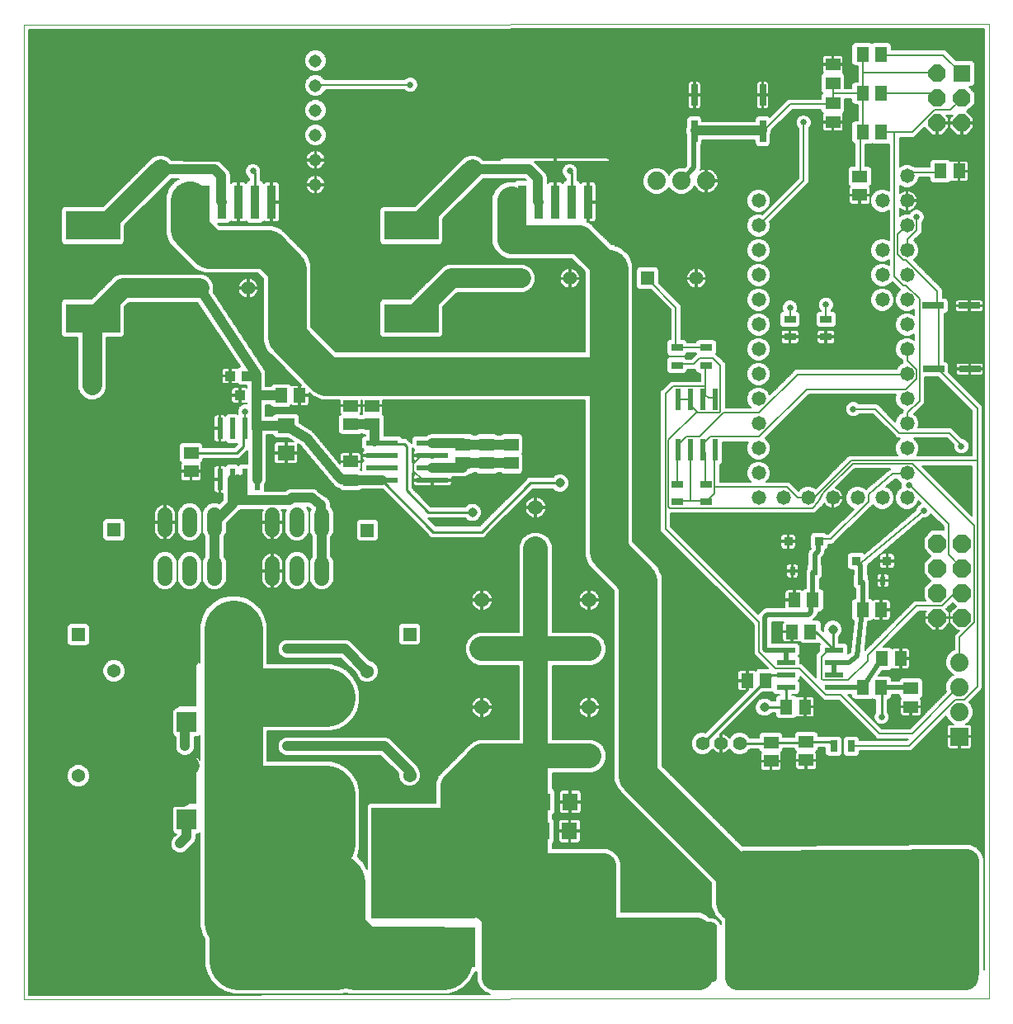
<source format=gtl>
G75*
%MOIN*%
%OFA0B0*%
%FSLAX25Y25*%
%IPPOS*%
%LPD*%
%AMOC8*
5,1,8,0,0,1.08239X$1,22.5*
%
%ADD10C,0.00000*%
%ADD11R,0.07800X0.02200*%
%ADD12R,0.07087X0.06299*%
%ADD13R,0.05600X0.05600*%
%ADD14C,0.05600*%
%ADD15R,0.02559X0.08661*%
%ADD16R,0.05118X0.05906*%
%ADD17R,0.08661X0.02559*%
%ADD18R,0.05906X0.05118*%
%ADD19R,0.06000X0.06000*%
%ADD20C,0.06000*%
%ADD21R,0.04331X0.03937*%
%ADD22R,0.06299X0.07087*%
%ADD23OC8,0.07000*%
%ADD24R,0.07000X0.07000*%
%ADD25R,0.03150X0.04724*%
%ADD26R,0.02362X0.08661*%
%ADD27C,0.05150*%
%ADD28R,0.05400X0.05400*%
%ADD29C,0.05400*%
%ADD30C,0.06000*%
%ADD31C,0.05800*%
%ADD32R,0.17835X0.27559*%
%ADD33R,0.07874X0.07874*%
%ADD34R,0.07874X0.17717*%
%ADD35R,0.22047X0.11811*%
%ADD36R,0.02953X0.03937*%
%ADD37C,0.10394*%
%ADD38R,0.03800X0.13800*%
%ADD39R,0.42200X0.40800*%
%ADD40R,0.13000X0.02362*%
%ADD41R,0.42126X0.44882*%
%ADD42R,0.42126X0.16260*%
%ADD43C,0.00500*%
%ADD44R,0.03937X0.11811*%
%ADD45C,0.05543*%
%ADD46R,0.02480X0.03268*%
%ADD47R,0.03543X0.03740*%
%ADD48R,0.07400X0.07400*%
%ADD49C,0.07400*%
%ADD50R,0.04724X0.03150*%
%ADD51OC8,0.07400*%
%ADD52C,0.23622*%
%ADD53C,0.00600*%
%ADD54C,0.02578*%
%ADD55C,0.10000*%
%ADD56C,0.01000*%
%ADD57C,0.11811*%
%ADD58C,0.02000*%
%ADD59C,0.03839*%
%ADD60C,0.07874*%
%ADD61C,0.13780*%
%ADD62C,0.04000*%
%ADD63C,0.15748*%
%ADD64C,0.03937*%
D10*
X0009174Y0009174D02*
X0009174Y0402875D01*
X0398938Y0403269D01*
X0398938Y0009568D01*
X0009174Y0009174D01*
D11*
X0316954Y0135454D03*
X0316954Y0140454D03*
X0316954Y0145454D03*
X0316954Y0150454D03*
X0336354Y0150454D03*
X0336354Y0145454D03*
X0336354Y0140454D03*
X0336354Y0135454D03*
D12*
X0114961Y0230080D03*
X0114961Y0241103D03*
D13*
X0080025Y0296576D03*
X0036733Y0257220D03*
X0209946Y0300513D03*
X0261128Y0300513D03*
D14*
X0280828Y0300513D03*
X0229646Y0300513D03*
X0099725Y0296576D03*
X0036733Y0237520D03*
D15*
X0280040Y0359961D03*
X0280040Y0374528D03*
X0307599Y0374528D03*
X0307599Y0359961D03*
D16*
X0347954Y0359568D03*
X0355434Y0359568D03*
X0355434Y0375316D03*
X0347954Y0375316D03*
X0347954Y0391064D03*
X0355434Y0391064D03*
X0379450Y0343820D03*
X0386930Y0343820D03*
X0327875Y0170591D03*
X0320394Y0170591D03*
X0319410Y0157796D03*
X0326891Y0157796D03*
X0347954Y0166654D03*
X0355434Y0166654D03*
X0355828Y0146969D03*
X0363308Y0146969D03*
X0355434Y0135158D03*
X0347954Y0135158D03*
X0324725Y0127481D03*
X0317245Y0127481D03*
X0308780Y0138111D03*
X0301300Y0138111D03*
X0120473Y0253190D03*
X0112993Y0253190D03*
D17*
X0376694Y0263898D03*
X0391261Y0263898D03*
X0391064Y0289489D03*
X0376497Y0289489D03*
D18*
X0346772Y0334174D03*
X0346772Y0341654D03*
X0335946Y0363702D03*
X0335946Y0371182D03*
X0335946Y0379450D03*
X0335946Y0386930D03*
X0206024Y0233387D03*
X0206024Y0225906D03*
X0196182Y0225906D03*
X0196182Y0233387D03*
X0186339Y0233387D03*
X0186339Y0225906D03*
X0149922Y0241654D03*
X0149922Y0249135D03*
X0141064Y0249135D03*
X0141064Y0241654D03*
X0141064Y0226497D03*
X0141064Y0219017D03*
X0076615Y0222520D03*
X0076615Y0230001D03*
X0310946Y0112993D03*
X0310946Y0105513D03*
X0325119Y0105828D03*
X0325119Y0113308D03*
X0367442Y0127481D03*
X0367442Y0134961D03*
D19*
X0237520Y0150891D03*
X0215867Y0188293D03*
X0194213Y0150891D03*
X0194213Y0107584D03*
X0237520Y0107584D03*
D20*
X0237520Y0127284D03*
X0194213Y0127284D03*
X0194213Y0170591D03*
X0215867Y0207993D03*
X0237520Y0170591D03*
D21*
X0103072Y0253269D03*
X0096379Y0253269D03*
X0099135Y0261143D03*
X0092442Y0261143D03*
D22*
X0218859Y0089095D03*
X0229883Y0089095D03*
X0229568Y0077284D03*
X0218544Y0077284D03*
D23*
X0378032Y0363269D03*
X0378032Y0373269D03*
X0378032Y0383269D03*
X0388032Y0373269D03*
X0388032Y0363269D03*
D24*
X0388032Y0383269D03*
D25*
X0343426Y0111536D03*
X0336339Y0111536D03*
D26*
X0288328Y0231221D03*
X0283328Y0231221D03*
X0278328Y0231221D03*
X0273328Y0231221D03*
X0273328Y0251694D03*
X0278328Y0251694D03*
X0283328Y0251694D03*
X0288328Y0251694D03*
X0103288Y0239883D03*
X0098288Y0239883D03*
X0093288Y0239883D03*
X0088288Y0239883D03*
X0088288Y0219410D03*
X0093288Y0219410D03*
X0098288Y0219410D03*
X0103288Y0219410D03*
D27*
X0126910Y0338426D03*
X0126910Y0348426D03*
X0126910Y0358426D03*
X0126910Y0368426D03*
X0126910Y0378426D03*
X0126910Y0388426D03*
D28*
X0147835Y0198812D03*
X0164961Y0156804D03*
X0045473Y0199009D03*
X0031103Y0156607D03*
D29*
X0045473Y0142009D03*
X0031103Y0099607D03*
X0147835Y0141812D03*
X0164961Y0099804D03*
D30*
X0129410Y0179402D02*
X0129410Y0185402D01*
X0119410Y0185402D02*
X0119410Y0179402D01*
X0109410Y0179402D02*
X0109410Y0185402D01*
X0109410Y0199087D02*
X0109410Y0205087D01*
X0119410Y0205087D02*
X0119410Y0199087D01*
X0129410Y0199087D02*
X0129410Y0205087D01*
X0086103Y0205087D02*
X0086103Y0199087D01*
X0076103Y0199087D02*
X0076103Y0205087D01*
X0066103Y0205087D02*
X0066103Y0199087D01*
X0066103Y0185402D02*
X0066103Y0179402D01*
X0076103Y0179402D02*
X0076103Y0185402D01*
X0086103Y0185402D02*
X0086103Y0179402D01*
D31*
X0305946Y0211891D03*
X0315946Y0211891D03*
X0325946Y0211891D03*
X0335946Y0211891D03*
X0345946Y0211891D03*
X0355946Y0211891D03*
X0365946Y0211891D03*
X0365946Y0221891D03*
X0365946Y0231891D03*
X0365946Y0241891D03*
X0365946Y0251891D03*
X0365946Y0261891D03*
X0365946Y0271891D03*
X0365946Y0281891D03*
X0365946Y0291891D03*
X0365946Y0301891D03*
X0365946Y0311891D03*
X0355946Y0311891D03*
X0355946Y0301891D03*
X0355946Y0291891D03*
X0365946Y0321891D03*
X0365946Y0331891D03*
X0355946Y0331891D03*
X0365946Y0341891D03*
X0305946Y0341891D03*
X0305946Y0331891D03*
X0305946Y0321891D03*
X0305946Y0311891D03*
X0305946Y0301891D03*
X0305946Y0291891D03*
X0305946Y0281891D03*
X0305946Y0271891D03*
X0305946Y0261891D03*
X0305946Y0251891D03*
X0305946Y0241891D03*
X0305946Y0231891D03*
X0305946Y0221891D03*
D32*
X0091595Y0131221D03*
X0091595Y0091851D03*
D33*
X0074922Y0081891D03*
X0074922Y0121261D03*
D34*
X0074922Y0136300D03*
X0074922Y0096930D03*
D35*
X0036930Y0284450D03*
X0036930Y0321851D03*
X0165670Y0321851D03*
X0165670Y0284450D03*
D36*
X0190276Y0344607D03*
X0190276Y0358780D03*
X0064292Y0358780D03*
X0064292Y0344607D03*
D37*
X0060670Y0060670D03*
X0050670Y0060670D03*
X0040670Y0060670D03*
X0030670Y0060670D03*
X0020670Y0060670D03*
X0020670Y0020670D03*
X0030670Y0020670D03*
X0040670Y0020670D03*
X0050670Y0020670D03*
X0060670Y0020670D03*
X0095473Y0020670D03*
X0105473Y0020670D03*
X0115473Y0020670D03*
X0125473Y0020670D03*
X0135473Y0020670D03*
X0135473Y0060670D03*
X0125473Y0060670D03*
X0115473Y0060670D03*
X0105473Y0060670D03*
X0095473Y0060670D03*
X0201772Y0060670D03*
X0211772Y0060670D03*
X0221772Y0060670D03*
X0231772Y0060670D03*
X0241772Y0060670D03*
X0241772Y0020670D03*
X0231772Y0020670D03*
X0221772Y0020670D03*
X0211772Y0020670D03*
X0201772Y0020670D03*
X0339568Y0020670D03*
X0349568Y0020670D03*
X0359568Y0020670D03*
X0369568Y0020670D03*
X0379568Y0020670D03*
X0379568Y0060670D03*
X0369568Y0060670D03*
X0359568Y0060670D03*
X0349568Y0060670D03*
X0339568Y0060670D03*
D38*
X0237127Y0331410D03*
X0230434Y0331410D03*
X0223741Y0331410D03*
X0217048Y0331410D03*
X0210355Y0331410D03*
X0109174Y0331410D03*
X0102481Y0331410D03*
X0095788Y0331410D03*
X0089095Y0331410D03*
X0082402Y0331410D03*
D39*
X0095788Y0369410D03*
X0223741Y0369410D03*
D40*
X0174174Y0234076D03*
X0174174Y0229076D03*
X0174174Y0224076D03*
X0174174Y0219076D03*
X0153702Y0219076D03*
X0153702Y0224076D03*
X0153702Y0229076D03*
X0153702Y0234076D03*
D41*
X0170591Y0064292D03*
D42*
X0170591Y0030434D03*
D43*
X0251418Y0028347D02*
X0251538Y0030028D01*
X0251897Y0031675D01*
X0252485Y0033254D01*
X0253293Y0034733D01*
X0254303Y0036082D01*
X0255495Y0037273D01*
X0256844Y0038283D01*
X0258323Y0039091D01*
X0259902Y0039680D01*
X0261548Y0040038D01*
X0263229Y0040158D01*
X0286851Y0040158D01*
X0287289Y0040109D01*
X0287705Y0039963D01*
X0288079Y0039729D01*
X0288390Y0039417D01*
X0288625Y0039044D01*
X0288770Y0038628D01*
X0288820Y0038190D01*
X0288820Y0018505D01*
X0288770Y0018067D01*
X0288625Y0017651D01*
X0288390Y0017277D01*
X0288079Y0016966D01*
X0287705Y0016731D01*
X0287289Y0016586D01*
X0286851Y0016536D01*
X0263229Y0016536D01*
X0261548Y0016656D01*
X0259902Y0017015D01*
X0258323Y0017604D01*
X0256844Y0018411D01*
X0255495Y0019421D01*
X0254303Y0020613D01*
X0253293Y0021962D01*
X0252485Y0023441D01*
X0251897Y0025020D01*
X0251538Y0026666D01*
X0251418Y0028347D01*
X0251435Y0028117D02*
X0288820Y0028117D01*
X0288820Y0027619D02*
X0251470Y0027619D01*
X0251506Y0027120D02*
X0288820Y0027120D01*
X0288820Y0026622D02*
X0251548Y0026622D01*
X0251656Y0026123D02*
X0288820Y0026123D01*
X0288820Y0025625D02*
X0251765Y0025625D01*
X0251873Y0025126D02*
X0288820Y0025126D01*
X0288820Y0024628D02*
X0252043Y0024628D01*
X0252229Y0024129D02*
X0288820Y0024129D01*
X0288820Y0023631D02*
X0252415Y0023631D01*
X0252654Y0023132D02*
X0288820Y0023132D01*
X0288820Y0022634D02*
X0252926Y0022634D01*
X0253198Y0022135D02*
X0288820Y0022135D01*
X0288820Y0021637D02*
X0253536Y0021637D01*
X0253909Y0021138D02*
X0288820Y0021138D01*
X0288820Y0020640D02*
X0254283Y0020640D01*
X0254774Y0020141D02*
X0288820Y0020141D01*
X0288820Y0019643D02*
X0255273Y0019643D01*
X0255864Y0019144D02*
X0288820Y0019144D01*
X0288820Y0018646D02*
X0256530Y0018646D01*
X0257327Y0018147D02*
X0288779Y0018147D01*
X0288624Y0017649D02*
X0258240Y0017649D01*
X0259538Y0017150D02*
X0288263Y0017150D01*
X0287478Y0016652D02*
X0261615Y0016652D01*
X0263229Y0024410D02*
X0278977Y0024410D01*
X0279101Y0024412D01*
X0279224Y0024418D01*
X0279348Y0024427D01*
X0279470Y0024441D01*
X0279593Y0024458D01*
X0279715Y0024480D01*
X0279836Y0024505D01*
X0279956Y0024534D01*
X0280075Y0024566D01*
X0280194Y0024603D01*
X0280311Y0024643D01*
X0280426Y0024686D01*
X0280541Y0024734D01*
X0280653Y0024785D01*
X0280764Y0024839D01*
X0280874Y0024897D01*
X0280981Y0024958D01*
X0281087Y0025023D01*
X0281190Y0025091D01*
X0281291Y0025162D01*
X0281390Y0025236D01*
X0281487Y0025313D01*
X0281581Y0025394D01*
X0281672Y0025477D01*
X0281761Y0025563D01*
X0281847Y0025652D01*
X0281930Y0025743D01*
X0282011Y0025837D01*
X0282088Y0025934D01*
X0282162Y0026033D01*
X0282233Y0026134D01*
X0282301Y0026237D01*
X0282366Y0026343D01*
X0282427Y0026450D01*
X0282485Y0026560D01*
X0282539Y0026671D01*
X0282590Y0026783D01*
X0282638Y0026898D01*
X0282681Y0027013D01*
X0282721Y0027130D01*
X0282758Y0027249D01*
X0282790Y0027368D01*
X0282819Y0027488D01*
X0282844Y0027609D01*
X0282866Y0027731D01*
X0282883Y0027854D01*
X0282897Y0027976D01*
X0282906Y0028100D01*
X0282912Y0028223D01*
X0282914Y0028347D01*
X0282912Y0028471D01*
X0282906Y0028594D01*
X0282897Y0028718D01*
X0282883Y0028840D01*
X0282866Y0028963D01*
X0282844Y0029085D01*
X0282819Y0029206D01*
X0282790Y0029326D01*
X0282758Y0029445D01*
X0282721Y0029564D01*
X0282681Y0029681D01*
X0282638Y0029796D01*
X0282590Y0029911D01*
X0282539Y0030023D01*
X0282485Y0030134D01*
X0282427Y0030244D01*
X0282366Y0030351D01*
X0282301Y0030457D01*
X0282233Y0030560D01*
X0282162Y0030661D01*
X0282088Y0030760D01*
X0282011Y0030857D01*
X0281930Y0030951D01*
X0281847Y0031042D01*
X0281761Y0031131D01*
X0281672Y0031217D01*
X0281581Y0031300D01*
X0281487Y0031381D01*
X0281390Y0031458D01*
X0281291Y0031532D01*
X0281190Y0031603D01*
X0281087Y0031671D01*
X0280981Y0031736D01*
X0280874Y0031797D01*
X0280764Y0031855D01*
X0280653Y0031909D01*
X0280541Y0031960D01*
X0280426Y0032008D01*
X0280311Y0032051D01*
X0280194Y0032091D01*
X0280075Y0032128D01*
X0279956Y0032160D01*
X0279836Y0032189D01*
X0279715Y0032214D01*
X0279593Y0032236D01*
X0279470Y0032253D01*
X0279348Y0032267D01*
X0279224Y0032276D01*
X0279101Y0032282D01*
X0278977Y0032284D01*
X0263229Y0032284D01*
X0263105Y0032282D01*
X0262982Y0032276D01*
X0262858Y0032267D01*
X0262736Y0032253D01*
X0262613Y0032236D01*
X0262491Y0032214D01*
X0262370Y0032189D01*
X0262250Y0032160D01*
X0262131Y0032128D01*
X0262012Y0032091D01*
X0261895Y0032051D01*
X0261780Y0032008D01*
X0261665Y0031960D01*
X0261553Y0031909D01*
X0261442Y0031855D01*
X0261332Y0031797D01*
X0261225Y0031736D01*
X0261119Y0031671D01*
X0261016Y0031603D01*
X0260915Y0031532D01*
X0260816Y0031458D01*
X0260719Y0031381D01*
X0260625Y0031300D01*
X0260534Y0031217D01*
X0260445Y0031131D01*
X0260359Y0031042D01*
X0260276Y0030951D01*
X0260195Y0030857D01*
X0260118Y0030760D01*
X0260044Y0030661D01*
X0259973Y0030560D01*
X0259905Y0030457D01*
X0259840Y0030351D01*
X0259779Y0030244D01*
X0259721Y0030134D01*
X0259667Y0030023D01*
X0259616Y0029911D01*
X0259568Y0029796D01*
X0259525Y0029681D01*
X0259485Y0029564D01*
X0259448Y0029445D01*
X0259416Y0029326D01*
X0259387Y0029206D01*
X0259362Y0029085D01*
X0259340Y0028963D01*
X0259323Y0028840D01*
X0259309Y0028718D01*
X0259300Y0028594D01*
X0259294Y0028471D01*
X0259292Y0028347D01*
X0259294Y0028223D01*
X0259300Y0028100D01*
X0259309Y0027976D01*
X0259323Y0027854D01*
X0259340Y0027731D01*
X0259362Y0027609D01*
X0259387Y0027488D01*
X0259416Y0027368D01*
X0259448Y0027249D01*
X0259485Y0027130D01*
X0259525Y0027013D01*
X0259568Y0026898D01*
X0259616Y0026783D01*
X0259667Y0026671D01*
X0259721Y0026560D01*
X0259779Y0026450D01*
X0259840Y0026343D01*
X0259905Y0026237D01*
X0259973Y0026134D01*
X0260044Y0026033D01*
X0260118Y0025934D01*
X0260195Y0025837D01*
X0260276Y0025743D01*
X0260359Y0025652D01*
X0260445Y0025563D01*
X0260534Y0025477D01*
X0260625Y0025394D01*
X0260719Y0025313D01*
X0260816Y0025236D01*
X0260915Y0025162D01*
X0261016Y0025091D01*
X0261119Y0025023D01*
X0261225Y0024958D01*
X0261332Y0024897D01*
X0261442Y0024839D01*
X0261553Y0024785D01*
X0261665Y0024734D01*
X0261780Y0024686D01*
X0261895Y0024643D01*
X0262012Y0024603D01*
X0262131Y0024566D01*
X0262250Y0024534D01*
X0262370Y0024505D01*
X0262491Y0024480D01*
X0262613Y0024458D01*
X0262736Y0024441D01*
X0262858Y0024427D01*
X0262982Y0024418D01*
X0263105Y0024412D01*
X0263229Y0024410D01*
X0251437Y0028616D02*
X0288820Y0028616D01*
X0288820Y0029114D02*
X0251473Y0029114D01*
X0251509Y0029613D02*
X0288820Y0029613D01*
X0288820Y0030111D02*
X0251556Y0030111D01*
X0251665Y0030610D02*
X0288820Y0030610D01*
X0288820Y0031109D02*
X0251773Y0031109D01*
X0251882Y0031607D02*
X0288820Y0031607D01*
X0288820Y0032106D02*
X0252057Y0032106D01*
X0252243Y0032604D02*
X0288820Y0032604D01*
X0288820Y0033103D02*
X0252429Y0033103D01*
X0252675Y0033601D02*
X0288820Y0033601D01*
X0288820Y0034100D02*
X0252947Y0034100D01*
X0253220Y0034598D02*
X0288820Y0034598D01*
X0288820Y0035097D02*
X0253565Y0035097D01*
X0253939Y0035595D02*
X0288820Y0035595D01*
X0288820Y0036094D02*
X0254315Y0036094D01*
X0254813Y0036592D02*
X0288820Y0036592D01*
X0288820Y0037091D02*
X0255312Y0037091D01*
X0255916Y0037589D02*
X0288820Y0037589D01*
X0288820Y0038088D02*
X0256582Y0038088D01*
X0257398Y0038586D02*
X0288775Y0038586D01*
X0288599Y0039085D02*
X0258311Y0039085D01*
X0259643Y0039583D02*
X0288224Y0039583D01*
X0287367Y0040082D02*
X0262159Y0040082D01*
X0292757Y0038190D02*
X0292757Y0018505D01*
X0292806Y0018067D01*
X0292952Y0017651D01*
X0293186Y0017277D01*
X0293498Y0016966D01*
X0293871Y0016731D01*
X0294287Y0016586D01*
X0294725Y0016536D01*
X0318347Y0016536D01*
X0320028Y0016656D01*
X0321675Y0017015D01*
X0323254Y0017604D01*
X0324733Y0018411D01*
X0326082Y0019421D01*
X0327273Y0020613D01*
X0328283Y0021962D01*
X0329091Y0023441D01*
X0329680Y0025020D01*
X0330038Y0026666D01*
X0330158Y0028347D01*
X0330038Y0030028D01*
X0329680Y0031675D01*
X0329091Y0033254D01*
X0328283Y0034733D01*
X0327273Y0036082D01*
X0326082Y0037273D01*
X0324733Y0038283D01*
X0323254Y0039091D01*
X0321675Y0039680D01*
X0320028Y0040038D01*
X0318347Y0040158D01*
X0294725Y0040158D01*
X0294287Y0040109D01*
X0293871Y0039963D01*
X0293498Y0039729D01*
X0293186Y0039417D01*
X0292952Y0039044D01*
X0292806Y0038628D01*
X0292757Y0038190D01*
X0292757Y0038088D02*
X0324994Y0038088D01*
X0325660Y0037589D02*
X0292757Y0037589D01*
X0292757Y0037091D02*
X0326265Y0037091D01*
X0326763Y0036592D02*
X0292757Y0036592D01*
X0292757Y0036094D02*
X0327262Y0036094D01*
X0327638Y0035595D02*
X0292757Y0035595D01*
X0292757Y0035097D02*
X0328011Y0035097D01*
X0328357Y0034598D02*
X0292757Y0034598D01*
X0292757Y0034100D02*
X0328629Y0034100D01*
X0328901Y0033601D02*
X0292757Y0033601D01*
X0292757Y0033103D02*
X0329147Y0033103D01*
X0329333Y0032604D02*
X0292757Y0032604D01*
X0292757Y0032106D02*
X0329519Y0032106D01*
X0329695Y0031607D02*
X0292757Y0031607D01*
X0292757Y0031109D02*
X0329803Y0031109D01*
X0329911Y0030610D02*
X0292757Y0030610D01*
X0292757Y0030111D02*
X0330020Y0030111D01*
X0330068Y0029613D02*
X0292757Y0029613D01*
X0292757Y0029114D02*
X0330103Y0029114D01*
X0330139Y0028616D02*
X0292757Y0028616D01*
X0292757Y0028117D02*
X0330142Y0028117D01*
X0330106Y0027619D02*
X0292757Y0027619D01*
X0292757Y0027120D02*
X0330071Y0027120D01*
X0330028Y0026622D02*
X0292757Y0026622D01*
X0292757Y0026123D02*
X0329920Y0026123D01*
X0329811Y0025625D02*
X0292757Y0025625D01*
X0292757Y0025126D02*
X0329703Y0025126D01*
X0329534Y0024628D02*
X0292757Y0024628D01*
X0292757Y0024129D02*
X0329348Y0024129D01*
X0329162Y0023631D02*
X0292757Y0023631D01*
X0292757Y0023132D02*
X0328923Y0023132D01*
X0328650Y0022634D02*
X0292757Y0022634D01*
X0292757Y0022135D02*
X0328378Y0022135D01*
X0328040Y0021637D02*
X0292757Y0021637D01*
X0292757Y0021138D02*
X0327667Y0021138D01*
X0327294Y0020640D02*
X0292757Y0020640D01*
X0292757Y0020141D02*
X0326802Y0020141D01*
X0326304Y0019643D02*
X0292757Y0019643D01*
X0292757Y0019144D02*
X0325712Y0019144D01*
X0325046Y0018646D02*
X0292757Y0018646D01*
X0292797Y0018147D02*
X0324249Y0018147D01*
X0323336Y0017649D02*
X0292953Y0017649D01*
X0293313Y0017150D02*
X0322038Y0017150D01*
X0319962Y0016652D02*
X0294098Y0016652D01*
X0302599Y0024410D02*
X0318347Y0024410D01*
X0318471Y0024412D01*
X0318594Y0024418D01*
X0318718Y0024427D01*
X0318840Y0024441D01*
X0318963Y0024458D01*
X0319085Y0024480D01*
X0319206Y0024505D01*
X0319326Y0024534D01*
X0319445Y0024566D01*
X0319564Y0024603D01*
X0319681Y0024643D01*
X0319796Y0024686D01*
X0319911Y0024734D01*
X0320023Y0024785D01*
X0320134Y0024839D01*
X0320244Y0024897D01*
X0320351Y0024958D01*
X0320457Y0025023D01*
X0320560Y0025091D01*
X0320661Y0025162D01*
X0320760Y0025236D01*
X0320857Y0025313D01*
X0320951Y0025394D01*
X0321042Y0025477D01*
X0321131Y0025563D01*
X0321217Y0025652D01*
X0321300Y0025743D01*
X0321381Y0025837D01*
X0321458Y0025934D01*
X0321532Y0026033D01*
X0321603Y0026134D01*
X0321671Y0026237D01*
X0321736Y0026343D01*
X0321797Y0026450D01*
X0321855Y0026560D01*
X0321909Y0026671D01*
X0321960Y0026783D01*
X0322008Y0026898D01*
X0322051Y0027013D01*
X0322091Y0027130D01*
X0322128Y0027249D01*
X0322160Y0027368D01*
X0322189Y0027488D01*
X0322214Y0027609D01*
X0322236Y0027731D01*
X0322253Y0027854D01*
X0322267Y0027976D01*
X0322276Y0028100D01*
X0322282Y0028223D01*
X0322284Y0028347D01*
X0322282Y0028471D01*
X0322276Y0028594D01*
X0322267Y0028718D01*
X0322253Y0028840D01*
X0322236Y0028963D01*
X0322214Y0029085D01*
X0322189Y0029206D01*
X0322160Y0029326D01*
X0322128Y0029445D01*
X0322091Y0029564D01*
X0322051Y0029681D01*
X0322008Y0029796D01*
X0321960Y0029911D01*
X0321909Y0030023D01*
X0321855Y0030134D01*
X0321797Y0030244D01*
X0321736Y0030351D01*
X0321671Y0030457D01*
X0321603Y0030560D01*
X0321532Y0030661D01*
X0321458Y0030760D01*
X0321381Y0030857D01*
X0321300Y0030951D01*
X0321217Y0031042D01*
X0321131Y0031131D01*
X0321042Y0031217D01*
X0320951Y0031300D01*
X0320857Y0031381D01*
X0320760Y0031458D01*
X0320661Y0031532D01*
X0320560Y0031603D01*
X0320457Y0031671D01*
X0320351Y0031736D01*
X0320244Y0031797D01*
X0320134Y0031855D01*
X0320023Y0031909D01*
X0319911Y0031960D01*
X0319796Y0032008D01*
X0319681Y0032051D01*
X0319564Y0032091D01*
X0319445Y0032128D01*
X0319326Y0032160D01*
X0319206Y0032189D01*
X0319085Y0032214D01*
X0318963Y0032236D01*
X0318840Y0032253D01*
X0318718Y0032267D01*
X0318594Y0032276D01*
X0318471Y0032282D01*
X0318347Y0032284D01*
X0302599Y0032284D01*
X0302475Y0032282D01*
X0302352Y0032276D01*
X0302228Y0032267D01*
X0302106Y0032253D01*
X0301983Y0032236D01*
X0301861Y0032214D01*
X0301740Y0032189D01*
X0301620Y0032160D01*
X0301501Y0032128D01*
X0301382Y0032091D01*
X0301265Y0032051D01*
X0301150Y0032008D01*
X0301035Y0031960D01*
X0300923Y0031909D01*
X0300812Y0031855D01*
X0300702Y0031797D01*
X0300595Y0031736D01*
X0300489Y0031671D01*
X0300386Y0031603D01*
X0300285Y0031532D01*
X0300186Y0031458D01*
X0300089Y0031381D01*
X0299995Y0031300D01*
X0299904Y0031217D01*
X0299815Y0031131D01*
X0299729Y0031042D01*
X0299646Y0030951D01*
X0299565Y0030857D01*
X0299488Y0030760D01*
X0299414Y0030661D01*
X0299343Y0030560D01*
X0299275Y0030457D01*
X0299210Y0030351D01*
X0299149Y0030244D01*
X0299091Y0030134D01*
X0299037Y0030023D01*
X0298986Y0029911D01*
X0298938Y0029796D01*
X0298895Y0029681D01*
X0298855Y0029564D01*
X0298818Y0029445D01*
X0298786Y0029326D01*
X0298757Y0029206D01*
X0298732Y0029085D01*
X0298710Y0028963D01*
X0298693Y0028840D01*
X0298679Y0028718D01*
X0298670Y0028594D01*
X0298664Y0028471D01*
X0298662Y0028347D01*
X0298664Y0028223D01*
X0298670Y0028100D01*
X0298679Y0027976D01*
X0298693Y0027854D01*
X0298710Y0027731D01*
X0298732Y0027609D01*
X0298757Y0027488D01*
X0298786Y0027368D01*
X0298818Y0027249D01*
X0298855Y0027130D01*
X0298895Y0027013D01*
X0298938Y0026898D01*
X0298986Y0026783D01*
X0299037Y0026671D01*
X0299091Y0026560D01*
X0299149Y0026450D01*
X0299210Y0026343D01*
X0299275Y0026237D01*
X0299343Y0026134D01*
X0299414Y0026033D01*
X0299488Y0025934D01*
X0299565Y0025837D01*
X0299646Y0025743D01*
X0299729Y0025652D01*
X0299815Y0025563D01*
X0299904Y0025477D01*
X0299995Y0025394D01*
X0300089Y0025313D01*
X0300186Y0025236D01*
X0300285Y0025162D01*
X0300386Y0025091D01*
X0300489Y0025023D01*
X0300595Y0024958D01*
X0300702Y0024897D01*
X0300812Y0024839D01*
X0300923Y0024785D01*
X0301035Y0024734D01*
X0301150Y0024686D01*
X0301265Y0024643D01*
X0301382Y0024603D01*
X0301501Y0024566D01*
X0301620Y0024534D01*
X0301740Y0024505D01*
X0301861Y0024480D01*
X0301983Y0024458D01*
X0302106Y0024441D01*
X0302228Y0024427D01*
X0302352Y0024418D01*
X0302475Y0024412D01*
X0302599Y0024410D01*
X0292801Y0038586D02*
X0324178Y0038586D01*
X0323265Y0039085D02*
X0292977Y0039085D01*
X0293352Y0039583D02*
X0321934Y0039583D01*
X0319418Y0040082D02*
X0294209Y0040082D01*
D44*
X0294725Y0028347D03*
X0286851Y0028347D03*
D45*
X0283269Y0112599D03*
X0290788Y0112599D03*
X0298308Y0112599D03*
D46*
X0347166Y0178465D03*
X0356221Y0178465D03*
X0328662Y0182402D03*
X0319607Y0182402D03*
D47*
X0317934Y0194213D03*
X0330335Y0194213D03*
X0345493Y0186339D03*
X0357894Y0186339D03*
D48*
X0387127Y0115473D03*
D49*
X0387127Y0125473D03*
X0387127Y0135473D03*
X0387127Y0145473D03*
X0284765Y0339883D03*
X0274765Y0339883D03*
X0264765Y0339883D03*
D50*
X0318623Y0283977D03*
X0318623Y0276891D03*
X0333190Y0276891D03*
X0333190Y0283977D03*
X0284765Y0272560D03*
X0284765Y0265473D03*
X0272954Y0265473D03*
X0272954Y0272560D03*
X0272954Y0217442D03*
X0272954Y0210355D03*
X0284765Y0210355D03*
X0284765Y0217442D03*
D51*
X0378190Y0193465D03*
X0378190Y0183465D03*
X0378190Y0173465D03*
X0378190Y0163465D03*
X0388190Y0163465D03*
X0388190Y0173465D03*
X0388190Y0183465D03*
X0388190Y0193465D03*
D52*
X0178465Y0025906D02*
X0178465Y0024922D01*
X0143032Y0024922D01*
X0123347Y0044607D01*
X0123347Y0048544D01*
X0103662Y0048544D01*
X0103662Y0036733D01*
X0107599Y0032796D01*
X0131221Y0032796D01*
X0135158Y0036733D01*
X0145001Y0026891D01*
X0170574Y0026891D01*
X0177481Y0026891D01*
X0178465Y0025906D01*
X0135158Y0024922D02*
X0125574Y0024922D01*
X0115374Y0024922D01*
X0095788Y0024922D01*
X0095788Y0056418D01*
X0115374Y0056418D01*
X0125574Y0056418D01*
X0135158Y0056418D01*
X0135158Y0036733D01*
X0131221Y0032796D02*
X0131221Y0028859D01*
X0135158Y0024922D01*
X0131221Y0032796D02*
X0131221Y0060355D01*
X0109974Y0060355D01*
X0095788Y0060355D01*
X0111051Y0072651D02*
X0107599Y0076103D01*
X0111051Y0072651D02*
X0111536Y0072166D01*
X0131221Y0072166D01*
X0131221Y0091851D01*
X0095788Y0091851D01*
X0093820Y0091974D02*
X0093820Y0130974D01*
X0093820Y0131574D01*
X0093820Y0158780D01*
X0095788Y0131221D02*
X0105174Y0131221D01*
X0131221Y0131221D01*
X0093820Y0091974D02*
X0093820Y0040670D01*
X0056418Y0060355D02*
X0024985Y0060355D01*
X0030670Y0060670D02*
X0056103Y0060670D01*
X0056418Y0060355D01*
D53*
X0054173Y0060370D02*
X0060370Y0060370D01*
X0060970Y0060370D01*
X0060970Y0054173D01*
X0061096Y0054173D01*
X0061940Y0054284D01*
X0062763Y0054505D01*
X0063550Y0054831D01*
X0064287Y0055257D01*
X0064963Y0055775D01*
X0065565Y0056377D01*
X0066084Y0057053D01*
X0066509Y0057790D01*
X0066835Y0058577D01*
X0067056Y0059400D01*
X0067167Y0060244D01*
X0067167Y0060370D01*
X0060970Y0060370D01*
X0060970Y0060970D01*
X0067167Y0060970D01*
X0067167Y0061096D01*
X0067056Y0061940D01*
X0066835Y0062763D01*
X0066509Y0063550D01*
X0066084Y0064287D01*
X0065565Y0064963D01*
X0064963Y0065565D01*
X0064287Y0066084D01*
X0063550Y0066509D01*
X0062763Y0066835D01*
X0061940Y0067056D01*
X0061096Y0067167D01*
X0060970Y0067167D01*
X0060970Y0060970D01*
X0060370Y0060970D01*
X0060370Y0060370D01*
X0060370Y0054173D01*
X0060244Y0054173D01*
X0059400Y0054284D01*
X0058577Y0054505D01*
X0057790Y0054831D01*
X0057053Y0055257D01*
X0056377Y0055775D01*
X0055775Y0056377D01*
X0055670Y0056514D01*
X0055565Y0056377D01*
X0054963Y0055775D01*
X0054287Y0055257D01*
X0053550Y0054831D01*
X0052763Y0054505D01*
X0051940Y0054284D01*
X0051096Y0054173D01*
X0050970Y0054173D01*
X0050970Y0060370D01*
X0050370Y0060370D01*
X0050370Y0054173D01*
X0050244Y0054173D01*
X0049400Y0054284D01*
X0048577Y0054505D01*
X0047790Y0054831D01*
X0047053Y0055257D01*
X0046377Y0055775D01*
X0045775Y0056377D01*
X0045670Y0056514D01*
X0045565Y0056377D01*
X0044963Y0055775D01*
X0044287Y0055257D01*
X0043550Y0054831D01*
X0042763Y0054505D01*
X0041940Y0054284D01*
X0041096Y0054173D01*
X0040970Y0054173D01*
X0040970Y0060370D01*
X0040370Y0060370D01*
X0040370Y0054173D01*
X0040244Y0054173D01*
X0039400Y0054284D01*
X0038577Y0054505D01*
X0037790Y0054831D01*
X0037053Y0055257D01*
X0036377Y0055775D01*
X0035775Y0056377D01*
X0035670Y0056514D01*
X0035565Y0056377D01*
X0034963Y0055775D01*
X0034287Y0055257D01*
X0033550Y0054831D01*
X0032763Y0054505D01*
X0031940Y0054284D01*
X0031096Y0054173D01*
X0030970Y0054173D01*
X0030970Y0060370D01*
X0030370Y0060370D01*
X0030370Y0054173D01*
X0030244Y0054173D01*
X0029400Y0054284D01*
X0028577Y0054505D01*
X0027790Y0054831D01*
X0027053Y0055257D01*
X0026377Y0055775D01*
X0025775Y0056377D01*
X0025670Y0056514D01*
X0025565Y0056377D01*
X0024963Y0055775D01*
X0024287Y0055257D01*
X0023550Y0054831D01*
X0022763Y0054505D01*
X0021940Y0054284D01*
X0021096Y0054173D01*
X0020970Y0054173D01*
X0020970Y0060370D01*
X0020370Y0060370D01*
X0020370Y0054173D01*
X0020244Y0054173D01*
X0019400Y0054284D01*
X0018577Y0054505D01*
X0017790Y0054831D01*
X0017053Y0055257D01*
X0016377Y0055775D01*
X0015775Y0056377D01*
X0015257Y0057053D01*
X0014831Y0057790D01*
X0014505Y0058577D01*
X0014284Y0059400D01*
X0014173Y0060244D01*
X0014173Y0060370D01*
X0020370Y0060370D01*
X0020370Y0060970D01*
X0014173Y0060970D01*
X0014173Y0061096D01*
X0014284Y0061940D01*
X0014505Y0062763D01*
X0014831Y0063550D01*
X0015257Y0064287D01*
X0015775Y0064963D01*
X0016377Y0065565D01*
X0017053Y0066084D01*
X0017790Y0066509D01*
X0018577Y0066835D01*
X0019400Y0067056D01*
X0020244Y0067167D01*
X0020370Y0067167D01*
X0020370Y0060970D01*
X0020970Y0060970D01*
X0020970Y0067167D01*
X0021096Y0067167D01*
X0021940Y0067056D01*
X0022763Y0066835D01*
X0023550Y0066509D01*
X0024287Y0066084D01*
X0024963Y0065565D01*
X0025565Y0064963D01*
X0025670Y0064826D01*
X0025775Y0064963D01*
X0026377Y0065565D01*
X0027053Y0066084D01*
X0027790Y0066509D01*
X0028577Y0066835D01*
X0029400Y0067056D01*
X0030244Y0067167D01*
X0030370Y0067167D01*
X0030370Y0060970D01*
X0030370Y0060370D01*
X0024173Y0060370D01*
X0020970Y0060370D01*
X0020970Y0060970D01*
X0030370Y0060970D01*
X0030970Y0060970D01*
X0030970Y0067167D01*
X0031096Y0067167D01*
X0031940Y0067056D01*
X0032763Y0066835D01*
X0033550Y0066509D01*
X0034287Y0066084D01*
X0034963Y0065565D01*
X0035565Y0064963D01*
X0035670Y0064826D01*
X0035775Y0064963D01*
X0036377Y0065565D01*
X0037053Y0066084D01*
X0037790Y0066509D01*
X0038577Y0066835D01*
X0039400Y0067056D01*
X0040244Y0067167D01*
X0040370Y0067167D01*
X0040370Y0060970D01*
X0040370Y0060370D01*
X0034173Y0060370D01*
X0030970Y0060370D01*
X0030970Y0060970D01*
X0040370Y0060970D01*
X0040970Y0060970D01*
X0040970Y0067167D01*
X0041096Y0067167D01*
X0041940Y0067056D01*
X0042763Y0066835D01*
X0043550Y0066509D01*
X0044287Y0066084D01*
X0044963Y0065565D01*
X0045565Y0064963D01*
X0045670Y0064826D01*
X0045775Y0064963D01*
X0046377Y0065565D01*
X0047053Y0066084D01*
X0047790Y0066509D01*
X0048577Y0066835D01*
X0049400Y0067056D01*
X0050244Y0067167D01*
X0050370Y0067167D01*
X0050370Y0060970D01*
X0050370Y0060370D01*
X0044173Y0060370D01*
X0040970Y0060370D01*
X0040970Y0060970D01*
X0050370Y0060970D01*
X0050970Y0060970D01*
X0050970Y0067167D01*
X0051096Y0067167D01*
X0051940Y0067056D01*
X0052763Y0066835D01*
X0053550Y0066509D01*
X0054287Y0066084D01*
X0054963Y0065565D01*
X0055565Y0064963D01*
X0055670Y0064826D01*
X0055775Y0064963D01*
X0056377Y0065565D01*
X0057053Y0066084D01*
X0057790Y0066509D01*
X0058577Y0066835D01*
X0059400Y0067056D01*
X0060244Y0067167D01*
X0060370Y0067167D01*
X0060370Y0060970D01*
X0050970Y0060970D01*
X0050970Y0060370D01*
X0054173Y0060370D01*
X0050970Y0060646D02*
X0060370Y0060646D01*
X0060370Y0061245D02*
X0060970Y0061245D01*
X0060970Y0061843D02*
X0060370Y0061843D01*
X0060370Y0062442D02*
X0060970Y0062442D01*
X0060970Y0063040D02*
X0060370Y0063040D01*
X0060370Y0063639D02*
X0060970Y0063639D01*
X0060970Y0064237D02*
X0060370Y0064237D01*
X0060370Y0064836D02*
X0060970Y0064836D01*
X0060970Y0065434D02*
X0060370Y0065434D01*
X0060370Y0066033D02*
X0060970Y0066033D01*
X0060970Y0066631D02*
X0060370Y0066631D01*
X0058084Y0066631D02*
X0053256Y0066631D01*
X0054354Y0066033D02*
X0056986Y0066033D01*
X0056246Y0065434D02*
X0055094Y0065434D01*
X0055663Y0064836D02*
X0055677Y0064836D01*
X0050970Y0064836D02*
X0050370Y0064836D01*
X0050370Y0065434D02*
X0050970Y0065434D01*
X0050970Y0066033D02*
X0050370Y0066033D01*
X0050370Y0066631D02*
X0050970Y0066631D01*
X0050970Y0064237D02*
X0050370Y0064237D01*
X0050370Y0063639D02*
X0050970Y0063639D01*
X0050970Y0063040D02*
X0050370Y0063040D01*
X0050370Y0062442D02*
X0050970Y0062442D01*
X0050970Y0061843D02*
X0050370Y0061843D01*
X0050370Y0061245D02*
X0050970Y0061245D01*
X0050370Y0060646D02*
X0040970Y0060646D01*
X0040970Y0061245D02*
X0040370Y0061245D01*
X0040370Y0061843D02*
X0040970Y0061843D01*
X0040970Y0062442D02*
X0040370Y0062442D01*
X0040370Y0063040D02*
X0040970Y0063040D01*
X0040970Y0063639D02*
X0040370Y0063639D01*
X0040370Y0064237D02*
X0040970Y0064237D01*
X0040970Y0064836D02*
X0040370Y0064836D01*
X0040370Y0065434D02*
X0040970Y0065434D01*
X0040970Y0066033D02*
X0040370Y0066033D01*
X0040370Y0066631D02*
X0040970Y0066631D01*
X0043256Y0066631D02*
X0048084Y0066631D01*
X0046986Y0066033D02*
X0044354Y0066033D01*
X0045094Y0065434D02*
X0046246Y0065434D01*
X0045677Y0064836D02*
X0045663Y0064836D01*
X0050370Y0060047D02*
X0050970Y0060047D01*
X0050970Y0059449D02*
X0050370Y0059449D01*
X0050370Y0058850D02*
X0050970Y0058850D01*
X0050970Y0058252D02*
X0050370Y0058252D01*
X0050370Y0057653D02*
X0050970Y0057653D01*
X0050970Y0057055D02*
X0050370Y0057055D01*
X0050370Y0056456D02*
X0050970Y0056456D01*
X0050970Y0055858D02*
X0050370Y0055858D01*
X0050370Y0055259D02*
X0050970Y0055259D01*
X0050970Y0054661D02*
X0050370Y0054661D01*
X0048200Y0054661D02*
X0043140Y0054661D01*
X0044291Y0055259D02*
X0047049Y0055259D01*
X0046294Y0055858D02*
X0045046Y0055858D01*
X0045626Y0056456D02*
X0045714Y0056456D01*
X0053140Y0054661D02*
X0058200Y0054661D01*
X0057049Y0055259D02*
X0054291Y0055259D01*
X0055046Y0055858D02*
X0056294Y0055858D01*
X0055714Y0056456D02*
X0055626Y0056456D01*
X0060370Y0056456D02*
X0060970Y0056456D01*
X0060970Y0055858D02*
X0060370Y0055858D01*
X0060370Y0055259D02*
X0060970Y0055259D01*
X0060970Y0054661D02*
X0060370Y0054661D01*
X0060370Y0057055D02*
X0060970Y0057055D01*
X0060970Y0057653D02*
X0060370Y0057653D01*
X0060370Y0058252D02*
X0060970Y0058252D01*
X0060970Y0058850D02*
X0060370Y0058850D01*
X0060370Y0059449D02*
X0060970Y0059449D01*
X0060970Y0060047D02*
X0060370Y0060047D01*
X0060970Y0060646D02*
X0080134Y0060646D01*
X0080134Y0061245D02*
X0067147Y0061245D01*
X0067069Y0061843D02*
X0080134Y0061843D01*
X0080134Y0062442D02*
X0066921Y0062442D01*
X0066721Y0063040D02*
X0080134Y0063040D01*
X0080134Y0063639D02*
X0066458Y0063639D01*
X0066113Y0064237D02*
X0080134Y0064237D01*
X0080134Y0064836D02*
X0065663Y0064836D01*
X0065094Y0065434D02*
X0080134Y0065434D01*
X0080134Y0066033D02*
X0064354Y0066033D01*
X0063256Y0066631D02*
X0080134Y0066631D01*
X0080134Y0067230D02*
X0011049Y0067230D01*
X0011049Y0067828D02*
X0080134Y0067828D01*
X0080134Y0068427D02*
X0073181Y0068427D01*
X0072931Y0068323D02*
X0074343Y0068908D01*
X0077099Y0071664D01*
X0078180Y0072745D01*
X0078765Y0074158D01*
X0078765Y0076079D01*
X0079636Y0076079D01*
X0080134Y0076577D01*
X0080134Y0038868D01*
X0081067Y0035388D01*
X0082102Y0033593D01*
X0082102Y0023120D01*
X0083035Y0019640D01*
X0084837Y0016519D01*
X0087385Y0013971D01*
X0090506Y0012169D01*
X0093986Y0011236D01*
X0136960Y0011236D01*
X0139095Y0011808D01*
X0141230Y0011236D01*
X0180267Y0011236D01*
X0183748Y0012169D01*
X0186869Y0013971D01*
X0189417Y0016519D01*
X0191219Y0019640D01*
X0191430Y0020429D01*
X0192260Y0020429D01*
X0192260Y0016665D01*
X0193306Y0014138D01*
X0195240Y0012204D01*
X0197570Y0011239D01*
X0011049Y0011051D01*
X0011049Y0401002D01*
X0397063Y0401392D01*
X0397063Y0021231D01*
X0396954Y0021655D01*
X0396954Y0063743D01*
X0396966Y0063773D01*
X0396954Y0065110D01*
X0396954Y0066447D01*
X0396942Y0066476D01*
X0396942Y0066507D01*
X0396419Y0067739D01*
X0395908Y0068974D01*
X0395886Y0068996D01*
X0395873Y0069025D01*
X0397063Y0069025D01*
X0397063Y0068427D02*
X0396134Y0068427D01*
X0396382Y0067828D02*
X0397063Y0067828D01*
X0397063Y0067230D02*
X0396635Y0067230D01*
X0396890Y0066631D02*
X0397063Y0066631D01*
X0397063Y0066033D02*
X0396954Y0066033D01*
X0396954Y0065434D02*
X0397063Y0065434D01*
X0397063Y0064836D02*
X0396957Y0064836D01*
X0396962Y0064237D02*
X0397063Y0064237D01*
X0397063Y0063639D02*
X0396954Y0063639D01*
X0396954Y0063040D02*
X0397063Y0063040D01*
X0397063Y0062442D02*
X0396954Y0062442D01*
X0396954Y0061843D02*
X0397063Y0061843D01*
X0397063Y0061245D02*
X0396954Y0061245D01*
X0396954Y0060646D02*
X0397063Y0060646D01*
X0397063Y0060047D02*
X0396954Y0060047D01*
X0396954Y0059449D02*
X0397063Y0059449D01*
X0397063Y0058850D02*
X0396954Y0058850D01*
X0396954Y0058252D02*
X0397063Y0058252D01*
X0397063Y0057653D02*
X0396954Y0057653D01*
X0396954Y0057055D02*
X0397063Y0057055D01*
X0397063Y0056456D02*
X0396954Y0056456D01*
X0396954Y0055858D02*
X0397063Y0055858D01*
X0397063Y0055259D02*
X0396954Y0055259D01*
X0396954Y0054661D02*
X0397063Y0054661D01*
X0397063Y0054062D02*
X0396954Y0054062D01*
X0396954Y0053464D02*
X0397063Y0053464D01*
X0397063Y0052865D02*
X0396954Y0052865D01*
X0396954Y0052267D02*
X0397063Y0052267D01*
X0397063Y0051668D02*
X0396954Y0051668D01*
X0396954Y0051070D02*
X0397063Y0051070D01*
X0397063Y0050471D02*
X0396954Y0050471D01*
X0396954Y0049873D02*
X0397063Y0049873D01*
X0397063Y0049274D02*
X0396954Y0049274D01*
X0396954Y0048676D02*
X0397063Y0048676D01*
X0397063Y0048077D02*
X0396954Y0048077D01*
X0396954Y0047479D02*
X0397063Y0047479D01*
X0397063Y0046880D02*
X0396954Y0046880D01*
X0396954Y0046282D02*
X0397063Y0046282D01*
X0397063Y0045683D02*
X0396954Y0045683D01*
X0396954Y0045085D02*
X0397063Y0045085D01*
X0397063Y0044486D02*
X0396954Y0044486D01*
X0396954Y0043888D02*
X0397063Y0043888D01*
X0397063Y0043289D02*
X0396954Y0043289D01*
X0396954Y0042691D02*
X0397063Y0042691D01*
X0397063Y0042092D02*
X0396954Y0042092D01*
X0396954Y0041494D02*
X0397063Y0041494D01*
X0397063Y0040895D02*
X0396954Y0040895D01*
X0396954Y0040297D02*
X0397063Y0040297D01*
X0397063Y0039698D02*
X0396954Y0039698D01*
X0396954Y0039100D02*
X0397063Y0039100D01*
X0397063Y0038501D02*
X0396954Y0038501D01*
X0396954Y0037903D02*
X0397063Y0037903D01*
X0397063Y0037304D02*
X0396954Y0037304D01*
X0396954Y0036706D02*
X0397063Y0036706D01*
X0397063Y0036107D02*
X0396954Y0036107D01*
X0396954Y0035509D02*
X0397063Y0035509D01*
X0397063Y0034910D02*
X0396954Y0034910D01*
X0396954Y0034311D02*
X0397063Y0034311D01*
X0397063Y0033713D02*
X0396954Y0033713D01*
X0396954Y0033114D02*
X0397063Y0033114D01*
X0397063Y0032516D02*
X0396954Y0032516D01*
X0396954Y0031917D02*
X0397063Y0031917D01*
X0397063Y0031319D02*
X0396954Y0031319D01*
X0396954Y0030720D02*
X0397063Y0030720D01*
X0397063Y0030122D02*
X0396954Y0030122D01*
X0396954Y0029523D02*
X0397063Y0029523D01*
X0397063Y0028925D02*
X0396954Y0028925D01*
X0396954Y0028326D02*
X0397063Y0028326D01*
X0397063Y0027728D02*
X0396954Y0027728D01*
X0396954Y0027129D02*
X0397063Y0027129D01*
X0397063Y0026531D02*
X0396954Y0026531D01*
X0396954Y0025932D02*
X0397063Y0025932D01*
X0397063Y0025334D02*
X0396954Y0025334D01*
X0396954Y0024735D02*
X0397063Y0024735D01*
X0397063Y0024137D02*
X0396954Y0024137D01*
X0396954Y0023538D02*
X0397063Y0023538D01*
X0397063Y0022940D02*
X0396954Y0022940D01*
X0396954Y0022341D02*
X0397063Y0022341D01*
X0397063Y0021743D02*
X0396954Y0021743D01*
X0379568Y0020670D02*
X0379374Y0021174D01*
X0377012Y0018032D01*
X0369774Y0018032D02*
X0369774Y0021174D01*
X0369568Y0020670D01*
X0359568Y0020670D02*
X0359574Y0021174D01*
X0359574Y0018032D01*
X0339774Y0018032D02*
X0339774Y0021174D01*
X0339568Y0020670D01*
X0339774Y0058387D02*
X0339774Y0060774D01*
X0339568Y0060670D01*
X0349374Y0060774D02*
X0349374Y0058387D01*
X0349568Y0060670D02*
X0349374Y0060774D01*
X0359568Y0060670D02*
X0359574Y0060774D01*
X0359574Y0058387D01*
X0369774Y0058387D02*
X0369774Y0060774D01*
X0369568Y0060670D01*
X0379374Y0060774D02*
X0379374Y0058387D01*
X0379568Y0060670D02*
X0379374Y0060774D01*
X0388683Y0071942D02*
X0299559Y0071159D01*
X0266954Y0103763D01*
X0266954Y0180405D01*
X0265470Y0183988D01*
X0255143Y0194314D01*
X0255143Y0306389D01*
X0253659Y0309972D01*
X0250917Y0312714D01*
X0247334Y0314198D01*
X0246649Y0314198D01*
X0240179Y0320668D01*
X0237991Y0322856D01*
X0236827Y0323339D01*
X0236827Y0331110D01*
X0237427Y0331110D01*
X0237427Y0331710D01*
X0240327Y0331710D01*
X0240327Y0338481D01*
X0240238Y0338812D01*
X0240067Y0339108D01*
X0239825Y0339350D01*
X0239529Y0339522D01*
X0239198Y0339610D01*
X0237427Y0339610D01*
X0237427Y0331710D01*
X0236827Y0331710D01*
X0236827Y0339610D01*
X0235056Y0339610D01*
X0234725Y0339522D01*
X0234429Y0339350D01*
X0234187Y0339109D01*
X0233110Y0340185D01*
X0232809Y0340185D01*
X0232809Y0343187D01*
X0232810Y0343190D01*
X0232810Y0344449D01*
X0232329Y0345612D01*
X0231439Y0346502D01*
X0230276Y0346983D01*
X0229017Y0346983D01*
X0227854Y0346502D01*
X0226964Y0345612D01*
X0226483Y0344449D01*
X0226483Y0343190D01*
X0226964Y0342028D01*
X0227854Y0341138D01*
X0228059Y0341053D01*
X0228059Y0340185D01*
X0227757Y0340185D01*
X0226681Y0339109D01*
X0226439Y0339350D01*
X0226143Y0339522D01*
X0225812Y0339610D01*
X0224041Y0339610D01*
X0224041Y0331710D01*
X0223441Y0331710D01*
X0223441Y0339610D01*
X0221670Y0339610D01*
X0221339Y0339522D01*
X0221043Y0339350D01*
X0220801Y0339109D01*
X0220694Y0339215D01*
X0220694Y0341631D01*
X0220109Y0343044D01*
X0216369Y0346784D01*
X0215443Y0347710D01*
X0223441Y0347710D01*
X0223441Y0369110D01*
X0224041Y0369110D01*
X0224041Y0347710D01*
X0245012Y0347710D01*
X0245343Y0347799D01*
X0245639Y0347970D01*
X0245881Y0348212D01*
X0246052Y0348508D01*
X0246141Y0348839D01*
X0246141Y0369110D01*
X0224041Y0369110D01*
X0224041Y0369710D01*
X0246141Y0369710D01*
X0246141Y0389981D01*
X0246052Y0390312D01*
X0245881Y0390608D01*
X0245639Y0390850D01*
X0245343Y0391022D01*
X0245012Y0391110D01*
X0224041Y0391110D01*
X0224041Y0369710D01*
X0223441Y0369710D01*
X0223441Y0369110D01*
X0201341Y0369110D01*
X0201341Y0348839D01*
X0201430Y0348508D01*
X0201463Y0348450D01*
X0194652Y0348450D01*
X0193568Y0349534D01*
X0191432Y0350419D01*
X0189120Y0350419D01*
X0186984Y0349534D01*
X0167082Y0329631D01*
X0153870Y0329631D01*
X0152772Y0328533D01*
X0152772Y0315169D01*
X0153870Y0314071D01*
X0177470Y0314071D01*
X0178568Y0315169D01*
X0178568Y0324680D01*
X0194652Y0340764D01*
X0211519Y0340764D01*
X0212098Y0340185D01*
X0207679Y0340185D01*
X0207282Y0339789D01*
X0204477Y0339789D01*
X0201617Y0338604D01*
X0199429Y0336416D01*
X0198244Y0333556D01*
X0198244Y0314713D01*
X0199429Y0311853D01*
X0201617Y0309665D01*
X0204477Y0308480D01*
X0230361Y0308480D01*
X0235646Y0303195D01*
X0235646Y0270891D01*
X0135259Y0270891D01*
X0125222Y0280929D01*
X0125222Y0306389D01*
X0123738Y0309972D01*
X0115864Y0317846D01*
X0113121Y0320588D01*
X0109538Y0322072D01*
X0088015Y0322072D01*
X0087452Y0322635D01*
X0091772Y0322635D01*
X0092848Y0323712D01*
X0093090Y0323470D01*
X0093386Y0323299D01*
X0093717Y0323210D01*
X0095488Y0323210D01*
X0095488Y0331110D01*
X0096088Y0331110D01*
X0096088Y0323210D01*
X0097859Y0323210D01*
X0098190Y0323299D01*
X0098486Y0323470D01*
X0098728Y0323712D01*
X0099805Y0322635D01*
X0105158Y0322635D01*
X0106234Y0323712D01*
X0106476Y0323470D01*
X0106772Y0323299D01*
X0107103Y0323210D01*
X0108874Y0323210D01*
X0108874Y0331110D01*
X0109474Y0331110D01*
X0109474Y0323210D01*
X0111245Y0323210D01*
X0111576Y0323299D01*
X0111872Y0323470D01*
X0112114Y0323712D01*
X0112285Y0324008D01*
X0112374Y0324339D01*
X0112374Y0331110D01*
X0109474Y0331110D01*
X0109474Y0331710D01*
X0112374Y0331710D01*
X0112374Y0338481D01*
X0112285Y0338812D01*
X0112114Y0339108D01*
X0111872Y0339350D01*
X0111576Y0339522D01*
X0111245Y0339610D01*
X0109474Y0339610D01*
X0109474Y0331710D01*
X0108874Y0331710D01*
X0108874Y0339610D01*
X0107103Y0339610D01*
X0106772Y0339522D01*
X0106476Y0339350D01*
X0106234Y0339109D01*
X0105158Y0340185D01*
X0104856Y0340185D01*
X0104856Y0343187D01*
X0104857Y0343190D01*
X0104857Y0344449D01*
X0104376Y0345612D01*
X0103486Y0346502D01*
X0102323Y0346983D01*
X0101064Y0346983D01*
X0099902Y0346502D01*
X0099012Y0345612D01*
X0098530Y0344449D01*
X0098530Y0343190D01*
X0099012Y0342028D01*
X0099902Y0341138D01*
X0100106Y0341053D01*
X0100106Y0340185D01*
X0099805Y0340185D01*
X0098728Y0339109D01*
X0098486Y0339350D01*
X0098190Y0339522D01*
X0097859Y0339610D01*
X0096088Y0339610D01*
X0096088Y0331710D01*
X0095488Y0331710D01*
X0095488Y0339610D01*
X0093717Y0339610D01*
X0093386Y0339522D01*
X0093090Y0339350D01*
X0092848Y0339109D01*
X0092742Y0339215D01*
X0092742Y0342616D01*
X0092157Y0344028D01*
X0089401Y0346784D01*
X0088475Y0347710D01*
X0095488Y0347710D01*
X0095488Y0369110D01*
X0096088Y0369110D01*
X0096088Y0347710D01*
X0117059Y0347710D01*
X0117390Y0347799D01*
X0117686Y0347970D01*
X0117928Y0348212D01*
X0118100Y0348508D01*
X0118188Y0348839D01*
X0118188Y0369110D01*
X0096088Y0369110D01*
X0096088Y0369710D01*
X0118188Y0369710D01*
X0118188Y0389981D01*
X0118100Y0390312D01*
X0117928Y0390608D01*
X0117686Y0390850D01*
X0117390Y0391022D01*
X0117059Y0391110D01*
X0096088Y0391110D01*
X0096088Y0369710D01*
X0095488Y0369710D01*
X0095488Y0369110D01*
X0073388Y0369110D01*
X0073388Y0348839D01*
X0073477Y0348508D01*
X0073510Y0348450D01*
X0068668Y0348450D01*
X0067584Y0349534D01*
X0065448Y0350419D01*
X0063136Y0350419D01*
X0061000Y0349534D01*
X0041097Y0329631D01*
X0025130Y0329631D01*
X0024031Y0328533D01*
X0024031Y0315169D01*
X0025130Y0314071D01*
X0048730Y0314071D01*
X0049828Y0315169D01*
X0049828Y0321924D01*
X0068668Y0340764D01*
X0071765Y0340764D01*
X0070581Y0340273D01*
X0067838Y0337531D01*
X0066354Y0333948D01*
X0066354Y0318258D01*
X0067838Y0314675D01*
X0070581Y0311933D01*
X0075713Y0306801D01*
X0078455Y0304059D01*
X0082038Y0302575D01*
X0103561Y0302575D01*
X0105724Y0300412D01*
X0105724Y0274951D01*
X0107209Y0271368D01*
X0109951Y0268626D01*
X0121134Y0257443D01*
X0120773Y0257443D01*
X0120773Y0253490D01*
X0120173Y0253490D01*
X0120173Y0257443D01*
X0117743Y0257443D01*
X0117412Y0257354D01*
X0117146Y0257200D01*
X0116329Y0258017D01*
X0109657Y0258017D01*
X0108760Y0257120D01*
X0108449Y0257127D01*
X0108411Y0257112D01*
X0106915Y0257112D01*
X0106915Y0261330D01*
X0106990Y0261699D01*
X0106915Y0262087D01*
X0106915Y0262483D01*
X0106771Y0262830D01*
X0106699Y0263200D01*
X0106481Y0263530D01*
X0106330Y0263895D01*
X0106064Y0264161D01*
X0085667Y0295010D01*
X0085837Y0295420D01*
X0085837Y0297732D01*
X0084952Y0299868D01*
X0084700Y0300120D01*
X0084700Y0300152D01*
X0083602Y0301250D01*
X0083570Y0301250D01*
X0083317Y0301503D01*
X0081181Y0302387D01*
X0047900Y0302387D01*
X0045764Y0301503D01*
X0044129Y0299868D01*
X0036491Y0292230D01*
X0025130Y0292230D01*
X0024031Y0291132D01*
X0024031Y0277768D01*
X0025130Y0276669D01*
X0030921Y0276669D01*
X0030921Y0256064D01*
X0031806Y0253928D01*
X0032058Y0253676D01*
X0032058Y0253644D01*
X0033156Y0252546D01*
X0033189Y0252546D01*
X0033441Y0252293D01*
X0035577Y0251409D01*
X0037889Y0251409D01*
X0040025Y0252293D01*
X0040277Y0252546D01*
X0040310Y0252546D01*
X0041408Y0253644D01*
X0041408Y0253676D01*
X0041660Y0253928D01*
X0042545Y0256064D01*
X0042545Y0276669D01*
X0048730Y0276669D01*
X0049828Y0277768D01*
X0049828Y0289129D01*
X0051463Y0290764D01*
X0079260Y0290764D01*
X0096304Y0264986D01*
X0096193Y0264986D01*
X0095375Y0264169D01*
X0095109Y0264322D01*
X0094778Y0264411D01*
X0092742Y0264411D01*
X0092742Y0261443D01*
X0092142Y0261443D01*
X0092142Y0264411D01*
X0090105Y0264411D01*
X0089775Y0264322D01*
X0089478Y0264151D01*
X0089236Y0263909D01*
X0089065Y0263613D01*
X0088976Y0263282D01*
X0088976Y0261442D01*
X0092142Y0261442D01*
X0092142Y0260843D01*
X0088976Y0260843D01*
X0088976Y0259003D01*
X0089065Y0258672D01*
X0089236Y0258376D01*
X0089478Y0258134D01*
X0089775Y0257963D01*
X0090105Y0257874D01*
X0092142Y0257874D01*
X0092142Y0260842D01*
X0092742Y0260842D01*
X0092742Y0257874D01*
X0094778Y0257874D01*
X0095109Y0257963D01*
X0095375Y0258117D01*
X0096193Y0257299D01*
X0099228Y0257299D01*
X0099228Y0256343D01*
X0099046Y0256448D01*
X0098715Y0256537D01*
X0096679Y0256537D01*
X0096679Y0253569D01*
X0096079Y0253569D01*
X0096079Y0256537D01*
X0094042Y0256537D01*
X0093712Y0256448D01*
X0093415Y0256277D01*
X0093173Y0256035D01*
X0093002Y0255739D01*
X0092913Y0255408D01*
X0092913Y0253568D01*
X0096079Y0253568D01*
X0096079Y0252969D01*
X0092913Y0252969D01*
X0092913Y0251129D01*
X0093002Y0250798D01*
X0093173Y0250502D01*
X0093415Y0250260D01*
X0093712Y0250089D01*
X0094042Y0250000D01*
X0096079Y0250000D01*
X0096079Y0252968D01*
X0096679Y0252968D01*
X0096679Y0250000D01*
X0098715Y0250000D01*
X0099046Y0250089D01*
X0099228Y0250194D01*
X0099228Y0249927D01*
X0099203Y0249938D01*
X0097945Y0249938D01*
X0096782Y0249456D01*
X0095892Y0248566D01*
X0095410Y0247403D01*
X0095410Y0246145D01*
X0095566Y0245768D01*
X0095246Y0246088D01*
X0091331Y0246088D01*
X0090382Y0245139D01*
X0090268Y0245254D01*
X0089971Y0245425D01*
X0089640Y0245513D01*
X0088579Y0245513D01*
X0088579Y0240173D01*
X0087998Y0240173D01*
X0087998Y0245513D01*
X0086936Y0245513D01*
X0086605Y0245425D01*
X0086309Y0245254D01*
X0086067Y0245012D01*
X0085896Y0244715D01*
X0085807Y0244385D01*
X0085807Y0240173D01*
X0087998Y0240173D01*
X0087998Y0239592D01*
X0088579Y0239592D01*
X0088579Y0234252D01*
X0089640Y0234252D01*
X0089971Y0234341D01*
X0090268Y0234512D01*
X0090382Y0234626D01*
X0091331Y0233677D01*
X0095246Y0233677D01*
X0095382Y0233813D01*
X0095382Y0233583D01*
X0094175Y0232376D01*
X0081443Y0232376D01*
X0081443Y0233336D01*
X0080344Y0234435D01*
X0072886Y0234435D01*
X0071787Y0233336D01*
X0071787Y0226665D01*
X0072605Y0225848D01*
X0072451Y0225581D01*
X0072362Y0225251D01*
X0072362Y0222820D01*
X0076315Y0222820D01*
X0076315Y0222220D01*
X0076915Y0222220D01*
X0076915Y0218661D01*
X0079739Y0218661D01*
X0080069Y0218750D01*
X0080366Y0218921D01*
X0080608Y0219163D01*
X0080779Y0219460D01*
X0080868Y0219790D01*
X0080868Y0222220D01*
X0076915Y0222220D01*
X0076915Y0222820D01*
X0080868Y0222820D01*
X0080868Y0225251D01*
X0080779Y0225581D01*
X0080625Y0225848D01*
X0081443Y0226665D01*
X0081443Y0227626D01*
X0096142Y0227626D01*
X0098740Y0230224D01*
X0099445Y0230929D01*
X0099445Y0225616D01*
X0096331Y0225616D01*
X0095788Y0225073D01*
X0095246Y0225616D01*
X0091331Y0225616D01*
X0090382Y0224667D01*
X0090268Y0224781D01*
X0089971Y0224952D01*
X0089640Y0225041D01*
X0088579Y0225041D01*
X0088579Y0219701D01*
X0087998Y0219701D01*
X0087998Y0225041D01*
X0086936Y0225041D01*
X0086605Y0224952D01*
X0086309Y0224781D01*
X0086067Y0224539D01*
X0085896Y0224243D01*
X0085807Y0223912D01*
X0085807Y0219701D01*
X0087998Y0219701D01*
X0087998Y0219120D01*
X0088579Y0219120D01*
X0088579Y0213780D01*
X0089445Y0213780D01*
X0089445Y0210864D01*
X0088112Y0209532D01*
X0087073Y0209962D01*
X0085133Y0209962D01*
X0083342Y0209220D01*
X0081970Y0207849D01*
X0081228Y0206057D01*
X0081228Y0198118D01*
X0081970Y0196326D01*
X0082260Y0196037D01*
X0082260Y0188453D01*
X0081970Y0188164D01*
X0081228Y0186372D01*
X0081228Y0178433D01*
X0081970Y0176641D01*
X0083342Y0175270D01*
X0085133Y0174528D01*
X0087073Y0174528D01*
X0088864Y0175270D01*
X0090236Y0176641D01*
X0090978Y0178433D01*
X0090978Y0186372D01*
X0090236Y0188164D01*
X0089946Y0188453D01*
X0089946Y0196037D01*
X0090236Y0196326D01*
X0090978Y0198118D01*
X0090978Y0201527D01*
X0095465Y0206014D01*
X0096546Y0207095D01*
X0096549Y0207102D01*
X0105611Y0207102D01*
X0105425Y0206738D01*
X0105216Y0206094D01*
X0105110Y0205426D01*
X0105110Y0202387D01*
X0109110Y0202387D01*
X0109110Y0201787D01*
X0109710Y0201787D01*
X0109710Y0194787D01*
X0109749Y0194787D01*
X0110417Y0194893D01*
X0111061Y0195102D01*
X0111664Y0195410D01*
X0112211Y0195808D01*
X0112690Y0196286D01*
X0113088Y0196834D01*
X0113395Y0197437D01*
X0113604Y0198080D01*
X0113710Y0198749D01*
X0113710Y0201787D01*
X0109710Y0201787D01*
X0109710Y0202387D01*
X0113710Y0202387D01*
X0113710Y0205426D01*
X0113604Y0206094D01*
X0113395Y0206738D01*
X0113210Y0207102D01*
X0114968Y0207102D01*
X0114535Y0206057D01*
X0114535Y0198118D01*
X0115278Y0196326D01*
X0116649Y0194955D01*
X0118441Y0194213D01*
X0120380Y0194213D01*
X0122172Y0194955D01*
X0123543Y0196326D01*
X0124285Y0198118D01*
X0124285Y0206057D01*
X0123543Y0207849D01*
X0123305Y0208087D01*
X0123918Y0208087D01*
X0125041Y0207277D01*
X0124535Y0206057D01*
X0124535Y0198118D01*
X0125278Y0196326D01*
X0125567Y0196037D01*
X0125567Y0188453D01*
X0125278Y0188164D01*
X0124535Y0186372D01*
X0124535Y0178433D01*
X0125278Y0176641D01*
X0126649Y0175270D01*
X0128441Y0174528D01*
X0130380Y0174528D01*
X0132172Y0175270D01*
X0133543Y0176641D01*
X0134285Y0178433D01*
X0134285Y0186372D01*
X0133543Y0188164D01*
X0133254Y0188453D01*
X0133254Y0196037D01*
X0133543Y0196326D01*
X0134285Y0198118D01*
X0134285Y0206057D01*
X0133543Y0207849D01*
X0133096Y0208296D01*
X0133096Y0208529D01*
X0133169Y0208836D01*
X0133096Y0209286D01*
X0133096Y0209742D01*
X0132975Y0210034D01*
X0132925Y0210346D01*
X0132685Y0210733D01*
X0132511Y0211154D01*
X0132287Y0211378D01*
X0132121Y0211647D01*
X0131752Y0211913D01*
X0131430Y0212235D01*
X0131138Y0212356D01*
X0128218Y0214463D01*
X0127493Y0215188D01*
X0126080Y0215773D01*
X0116677Y0215773D01*
X0115265Y0215188D01*
X0114866Y0214789D01*
X0106344Y0214789D01*
X0106344Y0217031D01*
X0106546Y0217233D01*
X0107131Y0218646D01*
X0107131Y0237260D01*
X0109543Y0237260D01*
X0109543Y0237177D01*
X0110642Y0236079D01*
X0115752Y0236079D01*
X0118233Y0234529D01*
X0115261Y0234529D01*
X0115261Y0230380D01*
X0114661Y0230380D01*
X0114661Y0234529D01*
X0111247Y0234529D01*
X0110916Y0234441D01*
X0110620Y0234269D01*
X0110378Y0234027D01*
X0110207Y0233731D01*
X0110118Y0233400D01*
X0110118Y0230379D01*
X0114661Y0230379D01*
X0114661Y0229780D01*
X0110118Y0229780D01*
X0110118Y0226759D01*
X0110207Y0226428D01*
X0110378Y0226132D01*
X0110620Y0225890D01*
X0110916Y0225719D01*
X0111247Y0225630D01*
X0114661Y0225630D01*
X0114661Y0229779D01*
X0115261Y0229779D01*
X0115261Y0225630D01*
X0118676Y0225630D01*
X0119006Y0225719D01*
X0119303Y0225890D01*
X0119545Y0226132D01*
X0119716Y0226428D01*
X0119805Y0226759D01*
X0119805Y0229780D01*
X0115261Y0229780D01*
X0115261Y0230379D01*
X0119805Y0230379D01*
X0119805Y0233400D01*
X0119757Y0233578D01*
X0120791Y0232932D01*
X0132620Y0218775D01*
X0132687Y0218611D01*
X0133107Y0218192D01*
X0133486Y0217737D01*
X0133643Y0217655D01*
X0135245Y0216054D01*
X0136301Y0215616D01*
X0137334Y0214583D01*
X0144793Y0214583D01*
X0145443Y0215232D01*
X0154088Y0215232D01*
X0172154Y0197167D01*
X0172154Y0197167D01*
X0173545Y0195776D01*
X0195197Y0195776D01*
X0196588Y0197167D01*
X0214882Y0215461D01*
X0222719Y0215461D01*
X0223560Y0214619D01*
X0224955Y0214041D01*
X0226464Y0214041D01*
X0227859Y0214619D01*
X0228926Y0215686D01*
X0229504Y0217081D01*
X0229504Y0218590D01*
X0228926Y0219985D01*
X0227859Y0221052D01*
X0226464Y0221630D01*
X0224955Y0221630D01*
X0223560Y0221052D01*
X0222719Y0220210D01*
X0212915Y0220210D01*
X0211524Y0218819D01*
X0193230Y0200525D01*
X0175512Y0200525D01*
X0172388Y0203650D01*
X0187286Y0203650D01*
X0188127Y0202808D01*
X0189522Y0202230D01*
X0191031Y0202230D01*
X0192426Y0202808D01*
X0193493Y0203875D01*
X0194070Y0205270D01*
X0194070Y0206779D01*
X0193493Y0208174D01*
X0192426Y0209241D01*
X0191031Y0209818D01*
X0189522Y0209818D01*
X0188127Y0209241D01*
X0187286Y0208399D01*
X0173544Y0208399D01*
X0166076Y0215866D01*
X0166076Y0221841D01*
X0166748Y0221169D01*
X0166634Y0221055D01*
X0166463Y0220758D01*
X0166374Y0220428D01*
X0166374Y0219366D01*
X0173883Y0219366D01*
X0173883Y0218785D01*
X0166374Y0218785D01*
X0166374Y0217723D01*
X0166463Y0217393D01*
X0166634Y0217096D01*
X0166876Y0216854D01*
X0167172Y0216683D01*
X0167503Y0216594D01*
X0173883Y0216594D01*
X0173883Y0218785D01*
X0174465Y0218785D01*
X0174465Y0219366D01*
X0181974Y0219366D01*
X0181974Y0220232D01*
X0187104Y0220232D01*
X0188516Y0220817D01*
X0189171Y0221472D01*
X0190069Y0221472D01*
X0190659Y0222063D01*
X0191862Y0222063D01*
X0192453Y0221472D01*
X0199911Y0221472D01*
X0200502Y0222063D01*
X0201705Y0222063D01*
X0202295Y0221472D01*
X0209754Y0221472D01*
X0210852Y0222571D01*
X0210852Y0229242D01*
X0210447Y0229646D01*
X0210852Y0230051D01*
X0210852Y0236722D01*
X0209754Y0237820D01*
X0202295Y0237820D01*
X0201705Y0237230D01*
X0200502Y0237230D01*
X0199911Y0237820D01*
X0192453Y0237820D01*
X0191862Y0237230D01*
X0190659Y0237230D01*
X0190069Y0237820D01*
X0187341Y0237820D01*
X0187104Y0237919D01*
X0173410Y0237919D01*
X0171997Y0237334D01*
X0171795Y0237131D01*
X0166897Y0237131D01*
X0165799Y0236033D01*
X0165799Y0233860D01*
X0164685Y0234974D01*
X0163701Y0235958D01*
X0162076Y0235958D01*
X0162076Y0236033D01*
X0160978Y0237131D01*
X0154750Y0237131D01*
X0154750Y0244990D01*
X0153932Y0245807D01*
X0154086Y0246074D01*
X0154175Y0246404D01*
X0154175Y0248835D01*
X0150222Y0248835D01*
X0150222Y0249435D01*
X0154175Y0249435D01*
X0154175Y0251394D01*
X0235646Y0251394D01*
X0235646Y0188337D01*
X0237130Y0184754D01*
X0239872Y0182012D01*
X0247457Y0174427D01*
X0247457Y0097786D01*
X0248941Y0094203D01*
X0251683Y0091461D01*
X0286827Y0056317D01*
X0286827Y0046605D01*
X0288311Y0043022D01*
X0290685Y0040648D01*
X0290685Y0039819D01*
X0290610Y0039879D01*
X0290551Y0039972D01*
X0290515Y0040075D01*
X0290515Y0040297D01*
X0290395Y0040417D01*
X0290340Y0040576D01*
X0290140Y0040673D01*
X0290062Y0040750D01*
X0290004Y0040843D01*
X0289954Y0041060D01*
X0289811Y0041150D01*
X0289721Y0041293D01*
X0289505Y0041342D01*
X0289412Y0041401D01*
X0289334Y0041478D01*
X0289238Y0041678D01*
X0289078Y0041734D01*
X0288959Y0041854D01*
X0288737Y0041854D01*
X0288633Y0041890D01*
X0288540Y0041948D01*
X0288402Y0042122D01*
X0288234Y0042141D01*
X0288091Y0042231D01*
X0287874Y0042181D01*
X0287828Y0042186D01*
X0287731Y0042283D01*
X0287509Y0042283D01*
X0287160Y0042405D01*
X0286919Y0042289D01*
X0286215Y0042368D01*
X0286204Y0042360D01*
X0285235Y0043329D01*
X0282375Y0044513D01*
X0250301Y0044513D01*
X0250301Y0064675D01*
X0249254Y0067202D01*
X0247320Y0069136D01*
X0244793Y0070183D01*
X0222742Y0070183D01*
X0222742Y0072138D01*
X0223568Y0072964D01*
X0223568Y0081604D01*
X0222742Y0082431D01*
X0222742Y0083677D01*
X0222785Y0083677D01*
X0223883Y0084775D01*
X0223883Y0093415D01*
X0222785Y0094513D01*
X0222742Y0094513D01*
X0222742Y0100724D01*
X0238888Y0100724D01*
X0241415Y0101771D01*
X0243349Y0103705D01*
X0244395Y0106232D01*
X0244395Y0108967D01*
X0243349Y0111493D01*
X0241415Y0113427D01*
X0238888Y0114474D01*
X0222742Y0114474D01*
X0222742Y0144031D01*
X0238888Y0144031D01*
X0241415Y0145078D01*
X0243349Y0147012D01*
X0244395Y0149539D01*
X0244395Y0152274D01*
X0243349Y0154801D01*
X0241415Y0156734D01*
X0238888Y0157781D01*
X0222742Y0157781D01*
X0222742Y0192628D01*
X0221695Y0195155D01*
X0219761Y0197089D01*
X0217234Y0198135D01*
X0214499Y0198135D01*
X0211973Y0197089D01*
X0210039Y0195155D01*
X0208992Y0192628D01*
X0208992Y0157781D01*
X0192846Y0157781D01*
X0190319Y0156734D01*
X0188385Y0154801D01*
X0187339Y0152274D01*
X0187339Y0149539D01*
X0188385Y0147012D01*
X0190319Y0145078D01*
X0192846Y0144031D01*
X0208992Y0144031D01*
X0208992Y0114474D01*
X0192846Y0114474D01*
X0190319Y0113427D01*
X0188385Y0111493D01*
X0176574Y0099682D01*
X0175528Y0097156D01*
X0175528Y0088608D01*
X0148752Y0088608D01*
X0147654Y0087510D01*
X0147654Y0062147D01*
X0146110Y0064821D01*
X0143990Y0066941D01*
X0144907Y0070364D01*
X0144907Y0093653D01*
X0143974Y0097134D01*
X0142173Y0100254D01*
X0139625Y0102803D01*
X0136504Y0104604D01*
X0133023Y0105537D01*
X0107505Y0105537D01*
X0107505Y0117535D01*
X0133023Y0117535D01*
X0136504Y0118468D01*
X0139625Y0120270D01*
X0142173Y0122818D01*
X0143974Y0125939D01*
X0144907Y0129419D01*
X0144907Y0133023D01*
X0143974Y0136504D01*
X0142173Y0139625D01*
X0139625Y0142173D01*
X0136504Y0143974D01*
X0133023Y0144907D01*
X0107505Y0144907D01*
X0107505Y0160582D01*
X0106573Y0164063D01*
X0104771Y0167184D01*
X0102223Y0169732D01*
X0099102Y0171533D01*
X0095621Y0172466D01*
X0092018Y0172466D01*
X0088537Y0171533D01*
X0085416Y0169732D01*
X0082868Y0167184D01*
X0081067Y0164063D01*
X0080134Y0160582D01*
X0080134Y0145423D01*
X0080070Y0145660D01*
X0079899Y0145956D01*
X0079657Y0146199D01*
X0079361Y0146370D01*
X0079030Y0146458D01*
X0075222Y0146458D01*
X0075222Y0136600D01*
X0074622Y0136600D01*
X0074622Y0136000D01*
X0069685Y0136000D01*
X0069685Y0127271D01*
X0069774Y0126940D01*
X0069884Y0126748D01*
X0069110Y0125974D01*
X0069110Y0116547D01*
X0070208Y0115449D01*
X0070291Y0115449D01*
X0070291Y0110772D01*
X0070876Y0109359D01*
X0071958Y0108278D01*
X0073370Y0107693D01*
X0074899Y0107693D01*
X0076312Y0108278D01*
X0077393Y0109359D01*
X0077978Y0110772D01*
X0077978Y0115449D01*
X0079636Y0115449D01*
X0080134Y0115947D01*
X0080134Y0106053D01*
X0080070Y0106290D01*
X0079899Y0106586D01*
X0079657Y0106828D01*
X0079361Y0107000D01*
X0079030Y0107088D01*
X0075222Y0107088D01*
X0075222Y0097230D01*
X0074622Y0097230D01*
X0074622Y0107088D01*
X0070814Y0107088D01*
X0070483Y0107000D01*
X0070187Y0106828D01*
X0069945Y0106586D01*
X0069774Y0106290D01*
X0069685Y0105959D01*
X0069685Y0097230D01*
X0074622Y0097230D01*
X0074622Y0096630D01*
X0069685Y0096630D01*
X0069685Y0087900D01*
X0069774Y0087570D01*
X0069884Y0087378D01*
X0069110Y0086604D01*
X0069110Y0077177D01*
X0070208Y0076079D01*
X0070643Y0076079D01*
X0068908Y0074343D01*
X0068323Y0072931D01*
X0068323Y0071402D01*
X0068908Y0069989D01*
X0069989Y0068908D01*
X0071402Y0068323D01*
X0072931Y0068323D01*
X0074460Y0069025D02*
X0080134Y0069025D01*
X0080134Y0069624D02*
X0075059Y0069624D01*
X0075657Y0070222D02*
X0080134Y0070222D01*
X0080134Y0070821D02*
X0076256Y0070821D01*
X0076854Y0071419D02*
X0080134Y0071419D01*
X0080134Y0072018D02*
X0077453Y0072018D01*
X0078051Y0072616D02*
X0080134Y0072616D01*
X0080134Y0073215D02*
X0078375Y0073215D01*
X0078623Y0073813D02*
X0080134Y0073813D01*
X0080134Y0074412D02*
X0078765Y0074412D01*
X0078765Y0075010D02*
X0080134Y0075010D01*
X0080134Y0075609D02*
X0078765Y0075609D01*
X0079764Y0076207D02*
X0080134Y0076207D01*
X0070174Y0075609D02*
X0011049Y0075609D01*
X0011049Y0076207D02*
X0070080Y0076207D01*
X0069481Y0076806D02*
X0011049Y0076806D01*
X0011049Y0077404D02*
X0069110Y0077404D01*
X0069110Y0078003D02*
X0011049Y0078003D01*
X0011049Y0078601D02*
X0069110Y0078601D01*
X0069110Y0079200D02*
X0011049Y0079200D01*
X0011049Y0079798D02*
X0069110Y0079798D01*
X0069110Y0080397D02*
X0011049Y0080397D01*
X0011049Y0080995D02*
X0069110Y0080995D01*
X0069110Y0081594D02*
X0011049Y0081594D01*
X0011049Y0082192D02*
X0069110Y0082192D01*
X0069110Y0082791D02*
X0011049Y0082791D01*
X0011049Y0083389D02*
X0069110Y0083389D01*
X0069110Y0083988D02*
X0011049Y0083988D01*
X0011049Y0084586D02*
X0069110Y0084586D01*
X0069110Y0085185D02*
X0011049Y0085185D01*
X0011049Y0085783D02*
X0069110Y0085783D01*
X0069110Y0086382D02*
X0011049Y0086382D01*
X0011049Y0086980D02*
X0069487Y0086980D01*
X0069771Y0087579D02*
X0011049Y0087579D01*
X0011049Y0088178D02*
X0069685Y0088178D01*
X0069685Y0088776D02*
X0011049Y0088776D01*
X0011049Y0089375D02*
X0069685Y0089375D01*
X0069685Y0089973D02*
X0011049Y0089973D01*
X0011049Y0090572D02*
X0069685Y0090572D01*
X0069685Y0091170D02*
X0011049Y0091170D01*
X0011049Y0091769D02*
X0069685Y0091769D01*
X0069685Y0092367D02*
X0011049Y0092367D01*
X0011049Y0092966D02*
X0069685Y0092966D01*
X0069685Y0093564D02*
X0011049Y0093564D01*
X0011049Y0094163D02*
X0069685Y0094163D01*
X0069685Y0094761D02*
X0011049Y0094761D01*
X0011049Y0095360D02*
X0029403Y0095360D01*
X0030193Y0095032D02*
X0032013Y0095032D01*
X0033695Y0095729D01*
X0034981Y0097016D01*
X0035678Y0098697D01*
X0035678Y0100517D01*
X0034981Y0102198D01*
X0033695Y0103485D01*
X0032013Y0104182D01*
X0030193Y0104182D01*
X0028512Y0103485D01*
X0027225Y0102198D01*
X0026528Y0100517D01*
X0026528Y0098697D01*
X0027225Y0097016D01*
X0028512Y0095729D01*
X0030193Y0095032D01*
X0028282Y0095958D02*
X0011049Y0095958D01*
X0011049Y0096557D02*
X0027684Y0096557D01*
X0027167Y0097155D02*
X0011049Y0097155D01*
X0011049Y0097754D02*
X0026919Y0097754D01*
X0026671Y0098352D02*
X0011049Y0098352D01*
X0011049Y0098951D02*
X0026528Y0098951D01*
X0026528Y0099549D02*
X0011049Y0099549D01*
X0011049Y0100148D02*
X0026528Y0100148D01*
X0026623Y0100746D02*
X0011049Y0100746D01*
X0011049Y0101345D02*
X0026871Y0101345D01*
X0027119Y0101943D02*
X0011049Y0101943D01*
X0011049Y0102542D02*
X0027568Y0102542D01*
X0028167Y0103140D02*
X0011049Y0103140D01*
X0011049Y0103739D02*
X0029123Y0103739D01*
X0033083Y0103739D02*
X0069685Y0103739D01*
X0069685Y0104337D02*
X0011049Y0104337D01*
X0011049Y0104936D02*
X0069685Y0104936D01*
X0069685Y0105534D02*
X0011049Y0105534D01*
X0011049Y0106133D02*
X0069732Y0106133D01*
X0070090Y0106731D02*
X0011049Y0106731D01*
X0011049Y0107330D02*
X0080134Y0107330D01*
X0080134Y0107928D02*
X0075468Y0107928D01*
X0075222Y0106731D02*
X0074622Y0106731D01*
X0074622Y0106133D02*
X0075222Y0106133D01*
X0075222Y0105534D02*
X0074622Y0105534D01*
X0074622Y0104936D02*
X0075222Y0104936D01*
X0075222Y0104337D02*
X0074622Y0104337D01*
X0074622Y0103739D02*
X0075222Y0103739D01*
X0075222Y0103140D02*
X0074622Y0103140D01*
X0074622Y0102542D02*
X0075222Y0102542D01*
X0075222Y0101943D02*
X0074622Y0101943D01*
X0074622Y0101345D02*
X0075222Y0101345D01*
X0075222Y0100746D02*
X0074622Y0100746D01*
X0074622Y0100148D02*
X0075222Y0100148D01*
X0075222Y0099549D02*
X0074622Y0099549D01*
X0074622Y0098951D02*
X0075222Y0098951D01*
X0075222Y0098352D02*
X0074622Y0098352D01*
X0074622Y0097754D02*
X0075222Y0097754D01*
X0074574Y0097374D02*
X0074922Y0096930D01*
X0074622Y0097155D02*
X0035039Y0097155D01*
X0035287Y0097754D02*
X0069685Y0097754D01*
X0069685Y0098352D02*
X0035535Y0098352D01*
X0035678Y0098951D02*
X0069685Y0098951D01*
X0069685Y0099549D02*
X0035678Y0099549D01*
X0035678Y0100148D02*
X0069685Y0100148D01*
X0069685Y0100746D02*
X0035583Y0100746D01*
X0035335Y0101345D02*
X0069685Y0101345D01*
X0069685Y0101943D02*
X0035087Y0101943D01*
X0034638Y0102542D02*
X0069685Y0102542D01*
X0069685Y0103140D02*
X0034040Y0103140D01*
X0034522Y0096557D02*
X0069685Y0096557D01*
X0069685Y0095958D02*
X0033924Y0095958D01*
X0032803Y0095360D02*
X0069685Y0095360D01*
X0072166Y0097374D02*
X0074574Y0097374D01*
X0080113Y0106133D02*
X0080134Y0106133D01*
X0080134Y0106731D02*
X0079754Y0106731D01*
X0080134Y0108527D02*
X0076561Y0108527D01*
X0077159Y0109125D02*
X0080134Y0109125D01*
X0080134Y0109724D02*
X0077544Y0109724D01*
X0077792Y0110322D02*
X0080134Y0110322D01*
X0080134Y0110921D02*
X0077978Y0110921D01*
X0077978Y0111519D02*
X0080134Y0111519D01*
X0080134Y0112118D02*
X0077978Y0112118D01*
X0077978Y0112716D02*
X0080134Y0112716D01*
X0080134Y0113315D02*
X0077978Y0113315D01*
X0077978Y0113913D02*
X0080134Y0113913D01*
X0080134Y0114512D02*
X0077978Y0114512D01*
X0077978Y0115111D02*
X0080134Y0115111D01*
X0080134Y0115709D02*
X0079896Y0115709D01*
X0070291Y0115111D02*
X0011049Y0115111D01*
X0011049Y0115709D02*
X0069948Y0115709D01*
X0069350Y0116308D02*
X0011049Y0116308D01*
X0011049Y0116906D02*
X0069110Y0116906D01*
X0069110Y0117505D02*
X0011049Y0117505D01*
X0011049Y0118103D02*
X0069110Y0118103D01*
X0069110Y0118702D02*
X0011049Y0118702D01*
X0011049Y0119300D02*
X0069110Y0119300D01*
X0069110Y0119899D02*
X0011049Y0119899D01*
X0011049Y0120497D02*
X0069110Y0120497D01*
X0069110Y0121096D02*
X0011049Y0121096D01*
X0011049Y0121694D02*
X0069110Y0121694D01*
X0069110Y0122293D02*
X0011049Y0122293D01*
X0011049Y0122891D02*
X0069110Y0122891D01*
X0069110Y0123490D02*
X0011049Y0123490D01*
X0011049Y0124088D02*
X0069110Y0124088D01*
X0069110Y0124687D02*
X0011049Y0124687D01*
X0011049Y0125285D02*
X0069110Y0125285D01*
X0069110Y0125884D02*
X0011049Y0125884D01*
X0011049Y0126482D02*
X0069618Y0126482D01*
X0069736Y0127081D02*
X0011049Y0127081D01*
X0011049Y0127679D02*
X0069685Y0127679D01*
X0069685Y0128278D02*
X0011049Y0128278D01*
X0011049Y0128876D02*
X0069685Y0128876D01*
X0069685Y0129475D02*
X0011049Y0129475D01*
X0011049Y0130073D02*
X0069685Y0130073D01*
X0069685Y0130672D02*
X0011049Y0130672D01*
X0011049Y0131270D02*
X0069685Y0131270D01*
X0069685Y0131869D02*
X0011049Y0131869D01*
X0011049Y0132467D02*
X0069685Y0132467D01*
X0069685Y0133066D02*
X0011049Y0133066D01*
X0011049Y0133664D02*
X0069685Y0133664D01*
X0069685Y0134263D02*
X0011049Y0134263D01*
X0011049Y0134861D02*
X0069685Y0134861D01*
X0069685Y0135460D02*
X0011049Y0135460D01*
X0011049Y0136058D02*
X0074622Y0136058D01*
X0074622Y0136600D02*
X0069685Y0136600D01*
X0069685Y0145329D01*
X0069774Y0145660D01*
X0069945Y0145956D01*
X0070187Y0146199D01*
X0070483Y0146370D01*
X0070814Y0146458D01*
X0074622Y0146458D01*
X0074622Y0136600D01*
X0074622Y0136657D02*
X0075222Y0136657D01*
X0075222Y0137255D02*
X0074622Y0137255D01*
X0074622Y0137854D02*
X0075222Y0137854D01*
X0075222Y0138452D02*
X0074622Y0138452D01*
X0074622Y0139051D02*
X0075222Y0139051D01*
X0075222Y0139649D02*
X0074622Y0139649D01*
X0074622Y0140248D02*
X0075222Y0140248D01*
X0075222Y0140847D02*
X0074622Y0140847D01*
X0074622Y0141445D02*
X0075222Y0141445D01*
X0075222Y0142044D02*
X0074622Y0142044D01*
X0074622Y0142642D02*
X0075222Y0142642D01*
X0075222Y0143241D02*
X0074622Y0143241D01*
X0074622Y0143839D02*
X0075222Y0143839D01*
X0075222Y0144438D02*
X0074622Y0144438D01*
X0074622Y0145036D02*
X0075222Y0145036D01*
X0075222Y0145635D02*
X0074622Y0145635D01*
X0074622Y0146233D02*
X0075222Y0146233D01*
X0079597Y0146233D02*
X0080134Y0146233D01*
X0080134Y0145635D02*
X0080077Y0145635D01*
X0080134Y0146832D02*
X0011049Y0146832D01*
X0011049Y0147430D02*
X0080134Y0147430D01*
X0080134Y0148029D02*
X0011049Y0148029D01*
X0011049Y0148627D02*
X0080134Y0148627D01*
X0080134Y0149226D02*
X0011049Y0149226D01*
X0011049Y0149824D02*
X0080134Y0149824D01*
X0080134Y0150423D02*
X0011049Y0150423D01*
X0011049Y0151021D02*
X0080134Y0151021D01*
X0080134Y0151620D02*
X0011049Y0151620D01*
X0011049Y0152218D02*
X0027441Y0152218D01*
X0027627Y0152032D02*
X0026528Y0153131D01*
X0026528Y0160084D01*
X0027627Y0161182D01*
X0034580Y0161182D01*
X0035678Y0160084D01*
X0035678Y0153131D01*
X0034580Y0152032D01*
X0027627Y0152032D01*
X0026842Y0152817D02*
X0011049Y0152817D01*
X0011049Y0153415D02*
X0026528Y0153415D01*
X0026528Y0154014D02*
X0011049Y0154014D01*
X0011049Y0154612D02*
X0026528Y0154612D01*
X0026528Y0155211D02*
X0011049Y0155211D01*
X0011049Y0155809D02*
X0026528Y0155809D01*
X0026528Y0156408D02*
X0011049Y0156408D01*
X0011049Y0157006D02*
X0026528Y0157006D01*
X0026528Y0157605D02*
X0011049Y0157605D01*
X0011049Y0158203D02*
X0026528Y0158203D01*
X0026528Y0158802D02*
X0011049Y0158802D01*
X0011049Y0159400D02*
X0026528Y0159400D01*
X0026528Y0159999D02*
X0011049Y0159999D01*
X0011049Y0160597D02*
X0027042Y0160597D01*
X0035164Y0160597D02*
X0080138Y0160597D01*
X0080134Y0159999D02*
X0035678Y0159999D01*
X0035678Y0159400D02*
X0080134Y0159400D01*
X0080134Y0158802D02*
X0035678Y0158802D01*
X0035678Y0158203D02*
X0080134Y0158203D01*
X0080134Y0157605D02*
X0035678Y0157605D01*
X0035678Y0157006D02*
X0080134Y0157006D01*
X0080134Y0156408D02*
X0035678Y0156408D01*
X0035678Y0155809D02*
X0080134Y0155809D01*
X0080134Y0155211D02*
X0035678Y0155211D01*
X0035678Y0154612D02*
X0080134Y0154612D01*
X0080134Y0154014D02*
X0035678Y0154014D01*
X0035678Y0153415D02*
X0080134Y0153415D01*
X0080134Y0152817D02*
X0035364Y0152817D01*
X0034766Y0152218D02*
X0080134Y0152218D01*
X0080298Y0161196D02*
X0011049Y0161196D01*
X0011049Y0161794D02*
X0080459Y0161794D01*
X0080619Y0162393D02*
X0011049Y0162393D01*
X0011049Y0162991D02*
X0080779Y0162991D01*
X0080940Y0163590D02*
X0011049Y0163590D01*
X0011049Y0164188D02*
X0081139Y0164188D01*
X0081485Y0164787D02*
X0011049Y0164787D01*
X0011049Y0165385D02*
X0081830Y0165385D01*
X0082176Y0165984D02*
X0011049Y0165984D01*
X0011049Y0166582D02*
X0082521Y0166582D01*
X0082867Y0167181D02*
X0011049Y0167181D01*
X0011049Y0167780D02*
X0083464Y0167780D01*
X0084063Y0168378D02*
X0011049Y0168378D01*
X0011049Y0168977D02*
X0084661Y0168977D01*
X0085260Y0169575D02*
X0011049Y0169575D01*
X0011049Y0170174D02*
X0086182Y0170174D01*
X0087218Y0170772D02*
X0011049Y0170772D01*
X0011049Y0171371D02*
X0088255Y0171371D01*
X0090163Y0171969D02*
X0011049Y0171969D01*
X0011049Y0172568D02*
X0190394Y0172568D01*
X0190536Y0172845D02*
X0190228Y0172242D01*
X0190019Y0171598D01*
X0189913Y0170930D01*
X0189913Y0170891D01*
X0193913Y0170891D01*
X0193913Y0170291D01*
X0189913Y0170291D01*
X0189913Y0170253D01*
X0190019Y0169584D01*
X0190228Y0168941D01*
X0190536Y0168338D01*
X0190934Y0167790D01*
X0191412Y0167311D01*
X0191960Y0166914D01*
X0192563Y0166606D01*
X0193206Y0166397D01*
X0193875Y0166291D01*
X0193913Y0166291D01*
X0193913Y0170291D01*
X0194513Y0170291D01*
X0194513Y0166291D01*
X0194552Y0166291D01*
X0195220Y0166397D01*
X0195864Y0166606D01*
X0196467Y0166914D01*
X0197015Y0167311D01*
X0197493Y0167790D01*
X0197891Y0168338D01*
X0198198Y0168941D01*
X0198407Y0169584D01*
X0198513Y0170253D01*
X0198513Y0170291D01*
X0194513Y0170291D01*
X0194513Y0170891D01*
X0193913Y0170891D01*
X0193913Y0174891D01*
X0193875Y0174891D01*
X0193206Y0174785D01*
X0192563Y0174576D01*
X0191960Y0174269D01*
X0191412Y0173871D01*
X0190934Y0173393D01*
X0190536Y0172845D01*
X0190769Y0173166D02*
X0011049Y0173166D01*
X0011049Y0173765D02*
X0191306Y0173765D01*
X0192144Y0174363D02*
X0011049Y0174363D01*
X0011049Y0174962D02*
X0064085Y0174962D01*
X0063342Y0175270D02*
X0065133Y0174528D01*
X0067073Y0174528D01*
X0068864Y0175270D01*
X0070236Y0176641D01*
X0070978Y0178433D01*
X0070978Y0186372D01*
X0070236Y0188164D01*
X0068864Y0189535D01*
X0067073Y0190277D01*
X0065133Y0190277D01*
X0063342Y0189535D01*
X0061970Y0188164D01*
X0061228Y0186372D01*
X0061228Y0178433D01*
X0061970Y0176641D01*
X0063342Y0175270D01*
X0063051Y0175560D02*
X0011049Y0175560D01*
X0011049Y0176159D02*
X0062453Y0176159D01*
X0061922Y0176757D02*
X0011049Y0176757D01*
X0011049Y0177356D02*
X0061674Y0177356D01*
X0061427Y0177954D02*
X0011049Y0177954D01*
X0011049Y0178553D02*
X0061228Y0178553D01*
X0061228Y0179151D02*
X0011049Y0179151D01*
X0011049Y0179750D02*
X0061228Y0179750D01*
X0061228Y0180348D02*
X0011049Y0180348D01*
X0011049Y0180947D02*
X0061228Y0180947D01*
X0061228Y0181545D02*
X0011049Y0181545D01*
X0011049Y0182144D02*
X0061228Y0182144D01*
X0061228Y0182742D02*
X0011049Y0182742D01*
X0011049Y0183341D02*
X0061228Y0183341D01*
X0061228Y0183939D02*
X0011049Y0183939D01*
X0011049Y0184538D02*
X0061228Y0184538D01*
X0061228Y0185136D02*
X0011049Y0185136D01*
X0011049Y0185735D02*
X0061228Y0185735D01*
X0061228Y0186333D02*
X0011049Y0186333D01*
X0011049Y0186932D02*
X0061460Y0186932D01*
X0061708Y0187530D02*
X0011049Y0187530D01*
X0011049Y0188129D02*
X0061956Y0188129D01*
X0062534Y0188727D02*
X0011049Y0188727D01*
X0011049Y0189326D02*
X0063133Y0189326D01*
X0064282Y0189924D02*
X0011049Y0189924D01*
X0011049Y0190523D02*
X0082260Y0190523D01*
X0082260Y0191121D02*
X0011049Y0191121D01*
X0011049Y0191720D02*
X0082260Y0191720D01*
X0082260Y0192318D02*
X0011049Y0192318D01*
X0011049Y0192917D02*
X0082260Y0192917D01*
X0082260Y0193516D02*
X0011049Y0193516D01*
X0011049Y0194114D02*
X0082260Y0194114D01*
X0082260Y0194713D02*
X0078280Y0194713D01*
X0078864Y0194955D02*
X0077073Y0194213D01*
X0075133Y0194213D01*
X0073342Y0194955D01*
X0071970Y0196326D01*
X0071228Y0198118D01*
X0071228Y0206057D01*
X0071970Y0207849D01*
X0073342Y0209220D01*
X0075133Y0209962D01*
X0077073Y0209962D01*
X0078864Y0209220D01*
X0080236Y0207849D01*
X0080978Y0206057D01*
X0080978Y0198118D01*
X0080236Y0196326D01*
X0078864Y0194955D01*
X0079221Y0195311D02*
X0082260Y0195311D01*
X0082260Y0195910D02*
X0079819Y0195910D01*
X0080311Y0196508D02*
X0081895Y0196508D01*
X0081647Y0197107D02*
X0080559Y0197107D01*
X0080807Y0197705D02*
X0081399Y0197705D01*
X0081228Y0198304D02*
X0080978Y0198304D01*
X0080978Y0198902D02*
X0081228Y0198902D01*
X0081228Y0199501D02*
X0080978Y0199501D01*
X0080978Y0200099D02*
X0081228Y0200099D01*
X0081228Y0200698D02*
X0080978Y0200698D01*
X0080978Y0201296D02*
X0081228Y0201296D01*
X0081228Y0201895D02*
X0080978Y0201895D01*
X0080978Y0202493D02*
X0081228Y0202493D01*
X0081228Y0203092D02*
X0080978Y0203092D01*
X0080978Y0203690D02*
X0081228Y0203690D01*
X0081228Y0204289D02*
X0080978Y0204289D01*
X0080978Y0204887D02*
X0081228Y0204887D01*
X0081228Y0205486D02*
X0080978Y0205486D01*
X0080967Y0206084D02*
X0081240Y0206084D01*
X0081488Y0206683D02*
X0080719Y0206683D01*
X0080471Y0207281D02*
X0081735Y0207281D01*
X0082002Y0207880D02*
X0080205Y0207880D01*
X0079606Y0208478D02*
X0082600Y0208478D01*
X0083199Y0209077D02*
X0079008Y0209077D01*
X0077765Y0209675D02*
X0084441Y0209675D01*
X0087765Y0209675D02*
X0088256Y0209675D01*
X0088854Y0210274D02*
X0011049Y0210274D01*
X0011049Y0210872D02*
X0089445Y0210872D01*
X0089445Y0211471D02*
X0011049Y0211471D01*
X0011049Y0212069D02*
X0089445Y0212069D01*
X0089445Y0212668D02*
X0011049Y0212668D01*
X0011049Y0213266D02*
X0089445Y0213266D01*
X0088579Y0213865D02*
X0087998Y0213865D01*
X0087998Y0213780D02*
X0087998Y0219120D01*
X0085807Y0219120D01*
X0085807Y0214908D01*
X0085896Y0214578D01*
X0086067Y0214281D01*
X0086309Y0214039D01*
X0086605Y0213868D01*
X0086936Y0213780D01*
X0087998Y0213780D01*
X0087998Y0214463D02*
X0088579Y0214463D01*
X0088579Y0215062D02*
X0087998Y0215062D01*
X0087998Y0215660D02*
X0088579Y0215660D01*
X0088579Y0216259D02*
X0087998Y0216259D01*
X0087998Y0216857D02*
X0088579Y0216857D01*
X0088579Y0217456D02*
X0087998Y0217456D01*
X0087998Y0218054D02*
X0088579Y0218054D01*
X0088579Y0218653D02*
X0087998Y0218653D01*
X0087998Y0219251D02*
X0080659Y0219251D01*
X0080868Y0219850D02*
X0085807Y0219850D01*
X0085807Y0220449D02*
X0080868Y0220449D01*
X0080868Y0221047D02*
X0085807Y0221047D01*
X0085807Y0221646D02*
X0080868Y0221646D01*
X0080868Y0222843D02*
X0085807Y0222843D01*
X0085807Y0223441D02*
X0080868Y0223441D01*
X0080868Y0224040D02*
X0085841Y0224040D01*
X0086166Y0224638D02*
X0080868Y0224638D01*
X0080868Y0225237D02*
X0090951Y0225237D01*
X0088579Y0224638D02*
X0087998Y0224638D01*
X0087998Y0224040D02*
X0088579Y0224040D01*
X0088579Y0223441D02*
X0087998Y0223441D01*
X0087998Y0222843D02*
X0088579Y0222843D01*
X0088579Y0222244D02*
X0087998Y0222244D01*
X0087998Y0221646D02*
X0088579Y0221646D01*
X0088579Y0221047D02*
X0087998Y0221047D01*
X0087998Y0220449D02*
X0088579Y0220449D01*
X0088579Y0219850D02*
X0087998Y0219850D01*
X0085807Y0218653D02*
X0011049Y0218653D01*
X0011049Y0219251D02*
X0072571Y0219251D01*
X0072622Y0219163D02*
X0072864Y0218921D01*
X0073160Y0218750D01*
X0073491Y0218661D01*
X0076315Y0218661D01*
X0076315Y0222220D01*
X0072362Y0222220D01*
X0072362Y0219790D01*
X0072451Y0219460D01*
X0072622Y0219163D01*
X0072362Y0219850D02*
X0011049Y0219850D01*
X0011049Y0220449D02*
X0072362Y0220449D01*
X0072362Y0221047D02*
X0011049Y0221047D01*
X0011049Y0221646D02*
X0072362Y0221646D01*
X0072362Y0222843D02*
X0011049Y0222843D01*
X0011049Y0223441D02*
X0072362Y0223441D01*
X0072362Y0224040D02*
X0011049Y0224040D01*
X0011049Y0224638D02*
X0072362Y0224638D01*
X0072362Y0225237D02*
X0011049Y0225237D01*
X0011049Y0225835D02*
X0072597Y0225835D01*
X0072019Y0226434D02*
X0011049Y0226434D01*
X0011049Y0227032D02*
X0071787Y0227032D01*
X0071787Y0227631D02*
X0011049Y0227631D01*
X0011049Y0228229D02*
X0071787Y0228229D01*
X0071787Y0228828D02*
X0011049Y0228828D01*
X0011049Y0229426D02*
X0071787Y0229426D01*
X0071787Y0230025D02*
X0011049Y0230025D01*
X0011049Y0230623D02*
X0071787Y0230623D01*
X0071787Y0231222D02*
X0011049Y0231222D01*
X0011049Y0231820D02*
X0071787Y0231820D01*
X0071787Y0232419D02*
X0011049Y0232419D01*
X0011049Y0233017D02*
X0071787Y0233017D01*
X0072067Y0233616D02*
X0037983Y0233616D01*
X0037693Y0233521D02*
X0038307Y0233721D01*
X0038882Y0234014D01*
X0039404Y0234393D01*
X0039860Y0234849D01*
X0040240Y0235372D01*
X0040533Y0235947D01*
X0040732Y0236560D01*
X0040833Y0237198D01*
X0040833Y0237220D01*
X0037033Y0237220D01*
X0037033Y0233420D01*
X0037056Y0233420D01*
X0037693Y0233521D01*
X0037033Y0233616D02*
X0036433Y0233616D01*
X0036433Y0233420D02*
X0036433Y0237220D01*
X0037033Y0237220D01*
X0037033Y0237820D01*
X0040833Y0237820D01*
X0040833Y0237843D01*
X0040732Y0238481D01*
X0040533Y0239094D01*
X0040240Y0239669D01*
X0039860Y0240191D01*
X0039404Y0240648D01*
X0038882Y0241027D01*
X0038307Y0241320D01*
X0037693Y0241520D01*
X0037056Y0241620D01*
X0037033Y0241620D01*
X0037033Y0237821D01*
X0036433Y0237821D01*
X0036433Y0241620D01*
X0036410Y0241620D01*
X0035773Y0241520D01*
X0035159Y0241320D01*
X0034584Y0241027D01*
X0034062Y0240648D01*
X0033606Y0240191D01*
X0033226Y0239669D01*
X0032933Y0239094D01*
X0032734Y0238481D01*
X0032633Y0237843D01*
X0032633Y0237820D01*
X0036433Y0237820D01*
X0036433Y0237220D01*
X0032633Y0237220D01*
X0032633Y0237198D01*
X0032734Y0236560D01*
X0032933Y0235947D01*
X0033226Y0235372D01*
X0033606Y0234849D01*
X0034062Y0234393D01*
X0034584Y0234014D01*
X0035159Y0233721D01*
X0035773Y0233521D01*
X0036410Y0233420D01*
X0036433Y0233420D01*
X0036433Y0234214D02*
X0037033Y0234214D01*
X0037033Y0234813D02*
X0036433Y0234813D01*
X0036433Y0235411D02*
X0037033Y0235411D01*
X0037033Y0236010D02*
X0036433Y0236010D01*
X0036433Y0236608D02*
X0037033Y0236608D01*
X0037033Y0237207D02*
X0036433Y0237207D01*
X0036433Y0237805D02*
X0011049Y0237805D01*
X0011049Y0237207D02*
X0032633Y0237207D01*
X0032726Y0236608D02*
X0011049Y0236608D01*
X0011049Y0236010D02*
X0032913Y0236010D01*
X0033206Y0235411D02*
X0011049Y0235411D01*
X0011049Y0234813D02*
X0033642Y0234813D01*
X0034308Y0234214D02*
X0011049Y0234214D01*
X0011049Y0233616D02*
X0035483Y0233616D01*
X0039158Y0234214D02*
X0072665Y0234214D01*
X0080565Y0234214D02*
X0090793Y0234214D01*
X0088579Y0234813D02*
X0087998Y0234813D01*
X0087998Y0234252D02*
X0087998Y0239592D01*
X0085807Y0239592D01*
X0085807Y0235381D01*
X0085896Y0235050D01*
X0086067Y0234754D01*
X0086309Y0234512D01*
X0086605Y0234341D01*
X0086936Y0234252D01*
X0087998Y0234252D01*
X0087998Y0235411D02*
X0088579Y0235411D01*
X0088579Y0236010D02*
X0087998Y0236010D01*
X0087998Y0236608D02*
X0088579Y0236608D01*
X0088579Y0237207D02*
X0087998Y0237207D01*
X0087998Y0237805D02*
X0088579Y0237805D01*
X0088579Y0238404D02*
X0087998Y0238404D01*
X0087998Y0239002D02*
X0088579Y0239002D01*
X0087998Y0239601D02*
X0040275Y0239601D01*
X0040563Y0239002D02*
X0085807Y0239002D01*
X0085807Y0238404D02*
X0040744Y0238404D01*
X0040833Y0237207D02*
X0085807Y0237207D01*
X0085807Y0237805D02*
X0037033Y0237805D01*
X0037033Y0238404D02*
X0036433Y0238404D01*
X0036433Y0239002D02*
X0037033Y0239002D01*
X0037033Y0239601D02*
X0036433Y0239601D01*
X0036433Y0240199D02*
X0037033Y0240199D01*
X0037033Y0240798D02*
X0036433Y0240798D01*
X0036433Y0241396D02*
X0037033Y0241396D01*
X0038072Y0241396D02*
X0085807Y0241396D01*
X0085807Y0240798D02*
X0039197Y0240798D01*
X0039852Y0240199D02*
X0085807Y0240199D01*
X0085807Y0241995D02*
X0011049Y0241995D01*
X0011049Y0242593D02*
X0085807Y0242593D01*
X0085807Y0243192D02*
X0011049Y0243192D01*
X0011049Y0243790D02*
X0085807Y0243790D01*
X0085808Y0244389D02*
X0011049Y0244389D01*
X0011049Y0244987D02*
X0086053Y0244987D01*
X0087998Y0244987D02*
X0088579Y0244987D01*
X0088579Y0244389D02*
X0087998Y0244389D01*
X0087998Y0243790D02*
X0088579Y0243790D01*
X0088579Y0243192D02*
X0087998Y0243192D01*
X0087998Y0242593D02*
X0088579Y0242593D01*
X0088579Y0241995D02*
X0087998Y0241995D01*
X0087998Y0241396D02*
X0088579Y0241396D01*
X0088579Y0240798D02*
X0087998Y0240798D01*
X0087998Y0240199D02*
X0088579Y0240199D01*
X0085807Y0236608D02*
X0040740Y0236608D01*
X0040553Y0236010D02*
X0085807Y0236010D01*
X0085807Y0235411D02*
X0040260Y0235411D01*
X0039824Y0234813D02*
X0086033Y0234813D01*
X0081443Y0233017D02*
X0094816Y0233017D01*
X0095382Y0233616D02*
X0081163Y0233616D01*
X0081443Y0232419D02*
X0094218Y0232419D01*
X0097344Y0228828D02*
X0099445Y0228828D01*
X0099445Y0229426D02*
X0097942Y0229426D01*
X0098541Y0230025D02*
X0099445Y0230025D01*
X0099445Y0230623D02*
X0099139Y0230623D01*
X0099445Y0228229D02*
X0096745Y0228229D01*
X0096147Y0227631D02*
X0099445Y0227631D01*
X0099445Y0227032D02*
X0081443Y0227032D01*
X0081211Y0226434D02*
X0099445Y0226434D01*
X0099445Y0225835D02*
X0080633Y0225835D01*
X0076915Y0222244D02*
X0085807Y0222244D01*
X0085807Y0218054D02*
X0011049Y0218054D01*
X0011049Y0217456D02*
X0085807Y0217456D01*
X0085807Y0216857D02*
X0011049Y0216857D01*
X0011049Y0216259D02*
X0085807Y0216259D01*
X0085807Y0215660D02*
X0011049Y0215660D01*
X0011049Y0215062D02*
X0085807Y0215062D01*
X0085962Y0214463D02*
X0011049Y0214463D01*
X0011049Y0213865D02*
X0086617Y0213865D01*
X0094937Y0205486D02*
X0105120Y0205486D01*
X0105110Y0204887D02*
X0094338Y0204887D01*
X0093740Y0204289D02*
X0105110Y0204289D01*
X0105110Y0203690D02*
X0093141Y0203690D01*
X0092543Y0203092D02*
X0105110Y0203092D01*
X0105110Y0202493D02*
X0091944Y0202493D01*
X0091346Y0201895D02*
X0109110Y0201895D01*
X0109110Y0201787D02*
X0105110Y0201787D01*
X0105110Y0198749D01*
X0105216Y0198080D01*
X0105425Y0197437D01*
X0105733Y0196834D01*
X0106130Y0196286D01*
X0106609Y0195808D01*
X0107157Y0195410D01*
X0107760Y0195102D01*
X0108403Y0194893D01*
X0109072Y0194787D01*
X0109110Y0194787D01*
X0109110Y0201787D01*
X0109110Y0201296D02*
X0109710Y0201296D01*
X0109710Y0200698D02*
X0109110Y0200698D01*
X0109110Y0200099D02*
X0109710Y0200099D01*
X0109710Y0199501D02*
X0109110Y0199501D01*
X0109110Y0198902D02*
X0109710Y0198902D01*
X0109710Y0198304D02*
X0109110Y0198304D01*
X0109110Y0197705D02*
X0109710Y0197705D01*
X0109710Y0197107D02*
X0109110Y0197107D01*
X0109110Y0196508D02*
X0109710Y0196508D01*
X0109710Y0195910D02*
X0109110Y0195910D01*
X0109110Y0195311D02*
X0109710Y0195311D01*
X0111470Y0195311D02*
X0116293Y0195311D01*
X0115694Y0195910D02*
X0112313Y0195910D01*
X0112851Y0196508D02*
X0115202Y0196508D01*
X0114954Y0197107D02*
X0113227Y0197107D01*
X0113482Y0197705D02*
X0114706Y0197705D01*
X0114535Y0198304D02*
X0113640Y0198304D01*
X0113710Y0198902D02*
X0114535Y0198902D01*
X0114535Y0199501D02*
X0113710Y0199501D01*
X0113710Y0200099D02*
X0114535Y0200099D01*
X0114535Y0200698D02*
X0113710Y0200698D01*
X0113710Y0201296D02*
X0114535Y0201296D01*
X0114535Y0201895D02*
X0109710Y0201895D01*
X0113710Y0202493D02*
X0114535Y0202493D01*
X0114535Y0203092D02*
X0113710Y0203092D01*
X0113710Y0203690D02*
X0114535Y0203690D01*
X0114535Y0204289D02*
X0113710Y0204289D01*
X0113710Y0204887D02*
X0114535Y0204887D01*
X0114535Y0205486D02*
X0113701Y0205486D01*
X0113606Y0206084D02*
X0114547Y0206084D01*
X0114795Y0206683D02*
X0113413Y0206683D01*
X0105407Y0206683D02*
X0096134Y0206683D01*
X0095535Y0206084D02*
X0105215Y0206084D01*
X0105110Y0201296D02*
X0090978Y0201296D01*
X0090978Y0200698D02*
X0105110Y0200698D01*
X0105110Y0200099D02*
X0090978Y0200099D01*
X0090978Y0199501D02*
X0105110Y0199501D01*
X0105110Y0198902D02*
X0090978Y0198902D01*
X0090978Y0198304D02*
X0105181Y0198304D01*
X0105338Y0197705D02*
X0090807Y0197705D01*
X0090559Y0197107D02*
X0105594Y0197107D01*
X0105969Y0196508D02*
X0090311Y0196508D01*
X0089946Y0195910D02*
X0106507Y0195910D01*
X0107350Y0195311D02*
X0089946Y0195311D01*
X0089946Y0194713D02*
X0117234Y0194713D01*
X0121587Y0194713D02*
X0125567Y0194713D01*
X0125567Y0195311D02*
X0122528Y0195311D01*
X0123126Y0195910D02*
X0125567Y0195910D01*
X0125202Y0196508D02*
X0123618Y0196508D01*
X0123866Y0197107D02*
X0124954Y0197107D01*
X0124706Y0197705D02*
X0124114Y0197705D01*
X0124285Y0198304D02*
X0124535Y0198304D01*
X0124535Y0198902D02*
X0124285Y0198902D01*
X0124285Y0199501D02*
X0124535Y0199501D01*
X0124535Y0200099D02*
X0124285Y0200099D01*
X0124285Y0200698D02*
X0124535Y0200698D01*
X0124535Y0201296D02*
X0124285Y0201296D01*
X0124285Y0201895D02*
X0124535Y0201895D01*
X0124535Y0202493D02*
X0124285Y0202493D01*
X0124285Y0203092D02*
X0124535Y0203092D01*
X0124535Y0203690D02*
X0124285Y0203690D01*
X0124285Y0204289D02*
X0124535Y0204289D01*
X0124535Y0204887D02*
X0124285Y0204887D01*
X0124285Y0205486D02*
X0124535Y0205486D01*
X0124547Y0206084D02*
X0124274Y0206084D01*
X0124026Y0206683D02*
X0124795Y0206683D01*
X0125035Y0207281D02*
X0123778Y0207281D01*
X0123512Y0207880D02*
X0124205Y0207880D01*
X0131596Y0212069D02*
X0157251Y0212069D01*
X0157849Y0211471D02*
X0132230Y0211471D01*
X0132628Y0210872D02*
X0158448Y0210872D01*
X0159046Y0210274D02*
X0132936Y0210274D01*
X0133096Y0209675D02*
X0159645Y0209675D01*
X0160243Y0209077D02*
X0133130Y0209077D01*
X0133096Y0208478D02*
X0160842Y0208478D01*
X0161440Y0207880D02*
X0133512Y0207880D01*
X0133778Y0207281D02*
X0162039Y0207281D01*
X0162638Y0206683D02*
X0134026Y0206683D01*
X0134274Y0206084D02*
X0163236Y0206084D01*
X0163835Y0205486D02*
X0134285Y0205486D01*
X0134285Y0204887D02*
X0164433Y0204887D01*
X0165032Y0204289D02*
X0134285Y0204289D01*
X0134285Y0203690D02*
X0165630Y0203690D01*
X0166229Y0203092D02*
X0151607Y0203092D01*
X0151312Y0203387D02*
X0144359Y0203387D01*
X0143261Y0202288D01*
X0143261Y0195335D01*
X0144359Y0194237D01*
X0151312Y0194237D01*
X0152410Y0195335D01*
X0152410Y0202288D01*
X0151312Y0203387D01*
X0152205Y0202493D02*
X0166827Y0202493D01*
X0167426Y0201895D02*
X0152410Y0201895D01*
X0152410Y0201296D02*
X0168024Y0201296D01*
X0168623Y0200698D02*
X0152410Y0200698D01*
X0152410Y0200099D02*
X0169221Y0200099D01*
X0169820Y0199501D02*
X0152410Y0199501D01*
X0152410Y0198902D02*
X0170418Y0198902D01*
X0171017Y0198304D02*
X0152410Y0198304D01*
X0152410Y0197705D02*
X0171615Y0197705D01*
X0172214Y0197107D02*
X0152410Y0197107D01*
X0152410Y0196508D02*
X0172812Y0196508D01*
X0173411Y0195910D02*
X0152410Y0195910D01*
X0152386Y0195311D02*
X0210195Y0195311D01*
X0209856Y0194713D02*
X0151788Y0194713D01*
X0143883Y0194713D02*
X0133254Y0194713D01*
X0133254Y0195311D02*
X0143285Y0195311D01*
X0143261Y0195910D02*
X0133254Y0195910D01*
X0133618Y0196508D02*
X0143261Y0196508D01*
X0143261Y0197107D02*
X0133866Y0197107D01*
X0134114Y0197705D02*
X0143261Y0197705D01*
X0143261Y0198304D02*
X0134285Y0198304D01*
X0134285Y0198902D02*
X0143261Y0198902D01*
X0143261Y0199501D02*
X0134285Y0199501D01*
X0134285Y0200099D02*
X0143261Y0200099D01*
X0143261Y0200698D02*
X0134285Y0200698D01*
X0134285Y0201296D02*
X0143261Y0201296D01*
X0143261Y0201895D02*
X0134285Y0201895D01*
X0134285Y0202493D02*
X0143465Y0202493D01*
X0144064Y0203092D02*
X0134285Y0203092D01*
X0133254Y0194114D02*
X0209608Y0194114D01*
X0209360Y0193516D02*
X0133254Y0193516D01*
X0133254Y0192917D02*
X0209112Y0192917D01*
X0208992Y0192318D02*
X0133254Y0192318D01*
X0133254Y0191720D02*
X0208992Y0191720D01*
X0208992Y0191121D02*
X0133254Y0191121D01*
X0133254Y0190523D02*
X0208992Y0190523D01*
X0208992Y0189924D02*
X0133254Y0189924D01*
X0133254Y0189326D02*
X0208992Y0189326D01*
X0208992Y0188727D02*
X0133254Y0188727D01*
X0133557Y0188129D02*
X0208992Y0188129D01*
X0208992Y0187530D02*
X0133805Y0187530D01*
X0134053Y0186932D02*
X0208992Y0186932D01*
X0208992Y0186333D02*
X0134285Y0186333D01*
X0134285Y0185735D02*
X0208992Y0185735D01*
X0208992Y0185136D02*
X0134285Y0185136D01*
X0134285Y0184538D02*
X0208992Y0184538D01*
X0208992Y0183939D02*
X0134285Y0183939D01*
X0134285Y0183341D02*
X0208992Y0183341D01*
X0208992Y0182742D02*
X0134285Y0182742D01*
X0134285Y0182144D02*
X0208992Y0182144D01*
X0208992Y0181545D02*
X0134285Y0181545D01*
X0134285Y0180947D02*
X0208992Y0180947D01*
X0208992Y0180348D02*
X0134285Y0180348D01*
X0134285Y0179750D02*
X0208992Y0179750D01*
X0208992Y0179151D02*
X0134285Y0179151D01*
X0134285Y0178553D02*
X0208992Y0178553D01*
X0208992Y0177954D02*
X0134087Y0177954D01*
X0133839Y0177356D02*
X0208992Y0177356D01*
X0208992Y0176757D02*
X0133591Y0176757D01*
X0133061Y0176159D02*
X0208992Y0176159D01*
X0208992Y0175560D02*
X0132462Y0175560D01*
X0131428Y0174962D02*
X0208992Y0174962D01*
X0208992Y0174363D02*
X0196282Y0174363D01*
X0196467Y0174269D02*
X0195864Y0174576D01*
X0195220Y0174785D01*
X0194552Y0174891D01*
X0194513Y0174891D01*
X0194513Y0170891D01*
X0198513Y0170891D01*
X0198513Y0170930D01*
X0198407Y0171598D01*
X0198198Y0172242D01*
X0197891Y0172845D01*
X0197493Y0173393D01*
X0197015Y0173871D01*
X0196467Y0174269D01*
X0197121Y0173765D02*
X0208992Y0173765D01*
X0208992Y0173166D02*
X0197658Y0173166D01*
X0198032Y0172568D02*
X0208992Y0172568D01*
X0208992Y0171969D02*
X0198287Y0171969D01*
X0198444Y0171371D02*
X0208992Y0171371D01*
X0208992Y0170772D02*
X0194513Y0170772D01*
X0194513Y0170174D02*
X0193913Y0170174D01*
X0193913Y0170772D02*
X0100421Y0170772D01*
X0101458Y0170174D02*
X0189926Y0170174D01*
X0190022Y0169575D02*
X0102380Y0169575D01*
X0102978Y0168977D02*
X0190217Y0168977D01*
X0190515Y0168378D02*
X0103577Y0168378D01*
X0104175Y0167780D02*
X0190944Y0167780D01*
X0191592Y0167181D02*
X0104773Y0167181D01*
X0105118Y0166582D02*
X0192636Y0166582D01*
X0193913Y0166582D02*
X0194513Y0166582D01*
X0194513Y0167181D02*
X0193913Y0167181D01*
X0193913Y0167780D02*
X0194513Y0167780D01*
X0194513Y0168378D02*
X0193913Y0168378D01*
X0193913Y0168977D02*
X0194513Y0168977D01*
X0194513Y0169575D02*
X0193913Y0169575D01*
X0193913Y0171371D02*
X0194513Y0171371D01*
X0194513Y0171969D02*
X0193913Y0171969D01*
X0193913Y0172568D02*
X0194513Y0172568D01*
X0194513Y0173166D02*
X0193913Y0173166D01*
X0193913Y0173765D02*
X0194513Y0173765D01*
X0194513Y0174363D02*
X0193913Y0174363D01*
X0190140Y0171969D02*
X0097476Y0171969D01*
X0099384Y0171371D02*
X0189983Y0171371D01*
X0195791Y0166582D02*
X0208992Y0166582D01*
X0208992Y0165984D02*
X0105464Y0165984D01*
X0105809Y0165385D02*
X0208992Y0165385D01*
X0208992Y0164787D02*
X0106155Y0164787D01*
X0106500Y0164188D02*
X0208992Y0164188D01*
X0208992Y0163590D02*
X0106700Y0163590D01*
X0106860Y0162991D02*
X0208992Y0162991D01*
X0208992Y0162393D02*
X0107020Y0162393D01*
X0107181Y0161794D02*
X0208992Y0161794D01*
X0208992Y0161196D02*
X0168621Y0161196D01*
X0168438Y0161379D02*
X0161485Y0161379D01*
X0160387Y0160280D01*
X0160387Y0153327D01*
X0161485Y0152229D01*
X0168438Y0152229D01*
X0169536Y0153327D01*
X0169536Y0160280D01*
X0168438Y0161379D01*
X0169219Y0160597D02*
X0208992Y0160597D01*
X0208992Y0159999D02*
X0169536Y0159999D01*
X0169536Y0159400D02*
X0208992Y0159400D01*
X0208992Y0158802D02*
X0169536Y0158802D01*
X0169536Y0158203D02*
X0208992Y0158203D01*
X0208992Y0167181D02*
X0196835Y0167181D01*
X0197483Y0167780D02*
X0208992Y0167780D01*
X0208992Y0168378D02*
X0197912Y0168378D01*
X0198210Y0168977D02*
X0208992Y0168977D01*
X0208992Y0169575D02*
X0198404Y0169575D01*
X0198501Y0170174D02*
X0208992Y0170174D01*
X0222742Y0170174D02*
X0233233Y0170174D01*
X0233220Y0170253D02*
X0233326Y0169584D01*
X0233536Y0168941D01*
X0233843Y0168338D01*
X0234241Y0167790D01*
X0234719Y0167311D01*
X0235267Y0166914D01*
X0235870Y0166606D01*
X0236514Y0166397D01*
X0237182Y0166291D01*
X0237220Y0166291D01*
X0237220Y0170291D01*
X0233220Y0170291D01*
X0233220Y0170253D01*
X0233220Y0170891D02*
X0237220Y0170891D01*
X0237220Y0170291D01*
X0237820Y0170291D01*
X0237820Y0166291D01*
X0237859Y0166291D01*
X0238527Y0166397D01*
X0239171Y0166606D01*
X0239774Y0166914D01*
X0240322Y0167311D01*
X0240800Y0167790D01*
X0241198Y0168338D01*
X0241505Y0168941D01*
X0241715Y0169584D01*
X0241820Y0170253D01*
X0241820Y0170291D01*
X0237821Y0170291D01*
X0237821Y0170891D01*
X0241820Y0170891D01*
X0241820Y0170930D01*
X0241715Y0171598D01*
X0241505Y0172242D01*
X0241198Y0172845D01*
X0240800Y0173393D01*
X0240322Y0173871D01*
X0239774Y0174269D01*
X0239171Y0174576D01*
X0238527Y0174785D01*
X0237859Y0174891D01*
X0237820Y0174891D01*
X0237820Y0170891D01*
X0237220Y0170891D01*
X0237220Y0174891D01*
X0237182Y0174891D01*
X0236514Y0174785D01*
X0235870Y0174576D01*
X0235267Y0174269D01*
X0234719Y0173871D01*
X0234241Y0173393D01*
X0233843Y0172845D01*
X0233536Y0172242D01*
X0233326Y0171598D01*
X0233220Y0170930D01*
X0233220Y0170891D01*
X0233290Y0171371D02*
X0222742Y0171371D01*
X0222742Y0171969D02*
X0233447Y0171969D01*
X0233701Y0172568D02*
X0222742Y0172568D01*
X0222742Y0173166D02*
X0234076Y0173166D01*
X0234613Y0173765D02*
X0222742Y0173765D01*
X0222742Y0174363D02*
X0235452Y0174363D01*
X0237220Y0174363D02*
X0237820Y0174363D01*
X0237820Y0173765D02*
X0237220Y0173765D01*
X0237220Y0173166D02*
X0237820Y0173166D01*
X0237820Y0172568D02*
X0237220Y0172568D01*
X0237220Y0171969D02*
X0237820Y0171969D01*
X0237820Y0171371D02*
X0237220Y0171371D01*
X0237220Y0170772D02*
X0222742Y0170772D01*
X0222742Y0169575D02*
X0233329Y0169575D01*
X0233524Y0168977D02*
X0222742Y0168977D01*
X0222742Y0168378D02*
X0233822Y0168378D01*
X0234251Y0167780D02*
X0222742Y0167780D01*
X0222742Y0167181D02*
X0234899Y0167181D01*
X0235943Y0166582D02*
X0222742Y0166582D01*
X0222742Y0165984D02*
X0247457Y0165984D01*
X0247457Y0166582D02*
X0239098Y0166582D01*
X0240142Y0167181D02*
X0247457Y0167181D01*
X0247457Y0167780D02*
X0240790Y0167780D01*
X0241219Y0168378D02*
X0247457Y0168378D01*
X0247457Y0168977D02*
X0241517Y0168977D01*
X0241712Y0169575D02*
X0247457Y0169575D01*
X0247457Y0170174D02*
X0241808Y0170174D01*
X0241751Y0171371D02*
X0247457Y0171371D01*
X0247457Y0171969D02*
X0241594Y0171969D01*
X0241340Y0172568D02*
X0247457Y0172568D01*
X0247457Y0173166D02*
X0240965Y0173166D01*
X0240428Y0173765D02*
X0247457Y0173765D01*
X0247457Y0174363D02*
X0239589Y0174363D01*
X0237821Y0170772D02*
X0247457Y0170772D01*
X0246922Y0174962D02*
X0222742Y0174962D01*
X0222742Y0175560D02*
X0246324Y0175560D01*
X0245725Y0176159D02*
X0222742Y0176159D01*
X0222742Y0176757D02*
X0245127Y0176757D01*
X0244528Y0177356D02*
X0222742Y0177356D01*
X0222742Y0177954D02*
X0243930Y0177954D01*
X0243331Y0178553D02*
X0222742Y0178553D01*
X0222742Y0179151D02*
X0242733Y0179151D01*
X0242134Y0179750D02*
X0222742Y0179750D01*
X0222742Y0180348D02*
X0241536Y0180348D01*
X0240937Y0180947D02*
X0222742Y0180947D01*
X0222742Y0181545D02*
X0240339Y0181545D01*
X0239740Y0182144D02*
X0222742Y0182144D01*
X0222742Y0182742D02*
X0239142Y0182742D01*
X0238543Y0183341D02*
X0222742Y0183341D01*
X0222742Y0183939D02*
X0237945Y0183939D01*
X0237346Y0184538D02*
X0222742Y0184538D01*
X0222742Y0185136D02*
X0236972Y0185136D01*
X0236724Y0185735D02*
X0222742Y0185735D01*
X0222742Y0186333D02*
X0236476Y0186333D01*
X0236228Y0186932D02*
X0222742Y0186932D01*
X0222742Y0187530D02*
X0235980Y0187530D01*
X0235732Y0188129D02*
X0222742Y0188129D01*
X0222742Y0188727D02*
X0235646Y0188727D01*
X0235646Y0189326D02*
X0222742Y0189326D01*
X0222742Y0189924D02*
X0235646Y0189924D01*
X0235646Y0190523D02*
X0222742Y0190523D01*
X0222742Y0191121D02*
X0235646Y0191121D01*
X0235646Y0191720D02*
X0222742Y0191720D01*
X0222742Y0192318D02*
X0235646Y0192318D01*
X0235646Y0192917D02*
X0222622Y0192917D01*
X0222374Y0193516D02*
X0235646Y0193516D01*
X0235646Y0194114D02*
X0222126Y0194114D01*
X0221878Y0194713D02*
X0235646Y0194713D01*
X0235646Y0195311D02*
X0221539Y0195311D01*
X0220940Y0195910D02*
X0235646Y0195910D01*
X0235646Y0196508D02*
X0220342Y0196508D01*
X0219718Y0197107D02*
X0235646Y0197107D01*
X0235646Y0197705D02*
X0218273Y0197705D01*
X0213461Y0197705D02*
X0197127Y0197705D01*
X0196588Y0197167D02*
X0196588Y0197167D01*
X0196528Y0197107D02*
X0212016Y0197107D01*
X0211392Y0196508D02*
X0195930Y0196508D01*
X0195331Y0195910D02*
X0210793Y0195910D01*
X0214216Y0204008D02*
X0214860Y0203799D01*
X0215529Y0203693D01*
X0215567Y0203693D01*
X0215567Y0207693D01*
X0211567Y0207693D01*
X0211567Y0207654D01*
X0211673Y0206986D01*
X0211882Y0206342D01*
X0212189Y0205739D01*
X0212587Y0205192D01*
X0213066Y0204713D01*
X0213613Y0204315D01*
X0214216Y0204008D01*
X0213665Y0204289D02*
X0203710Y0204289D01*
X0204309Y0204887D02*
X0212891Y0204887D01*
X0212373Y0205486D02*
X0204907Y0205486D01*
X0205506Y0206084D02*
X0212013Y0206084D01*
X0211771Y0206683D02*
X0206104Y0206683D01*
X0206703Y0207281D02*
X0211626Y0207281D01*
X0211567Y0208293D02*
X0215567Y0208293D01*
X0215567Y0212293D01*
X0215529Y0212293D01*
X0214860Y0212187D01*
X0214216Y0211978D01*
X0213613Y0211671D01*
X0213066Y0211273D01*
X0212587Y0210794D01*
X0212189Y0210247D01*
X0211882Y0209644D01*
X0211673Y0209000D01*
X0211567Y0208331D01*
X0211567Y0208293D01*
X0211590Y0208478D02*
X0207900Y0208478D01*
X0207301Y0207880D02*
X0215567Y0207880D01*
X0215567Y0207693D02*
X0215567Y0208293D01*
X0216167Y0208293D01*
X0216167Y0212293D01*
X0216205Y0212293D01*
X0216874Y0212187D01*
X0217518Y0211978D01*
X0218121Y0211671D01*
X0218668Y0211273D01*
X0219147Y0210794D01*
X0219545Y0210247D01*
X0219852Y0209644D01*
X0220061Y0209000D01*
X0220167Y0208331D01*
X0220167Y0208293D01*
X0216167Y0208293D01*
X0216167Y0207693D01*
X0220167Y0207693D01*
X0220167Y0207654D01*
X0220061Y0206986D01*
X0219852Y0206342D01*
X0219545Y0205739D01*
X0219147Y0205192D01*
X0218668Y0204713D01*
X0218121Y0204315D01*
X0217518Y0204008D01*
X0216874Y0203799D01*
X0216205Y0203693D01*
X0216167Y0203693D01*
X0216167Y0207693D01*
X0215567Y0207693D01*
X0215567Y0207281D02*
X0216167Y0207281D01*
X0216167Y0206683D02*
X0215567Y0206683D01*
X0215567Y0206084D02*
X0216167Y0206084D01*
X0216167Y0205486D02*
X0215567Y0205486D01*
X0215567Y0204887D02*
X0216167Y0204887D01*
X0216167Y0204289D02*
X0215567Y0204289D01*
X0218069Y0204289D02*
X0235646Y0204289D01*
X0235646Y0204887D02*
X0218842Y0204887D01*
X0219360Y0205486D02*
X0235646Y0205486D01*
X0235646Y0206084D02*
X0219720Y0206084D01*
X0219962Y0206683D02*
X0235646Y0206683D01*
X0235646Y0207281D02*
X0220108Y0207281D01*
X0220144Y0208478D02*
X0235646Y0208478D01*
X0235646Y0207880D02*
X0216167Y0207880D01*
X0216167Y0208478D02*
X0215567Y0208478D01*
X0215567Y0209077D02*
X0216167Y0209077D01*
X0216167Y0209675D02*
X0215567Y0209675D01*
X0215567Y0210274D02*
X0216167Y0210274D01*
X0216167Y0210872D02*
X0215567Y0210872D01*
X0215567Y0211471D02*
X0216167Y0211471D01*
X0216167Y0212069D02*
X0215567Y0212069D01*
X0214498Y0212069D02*
X0211491Y0212069D01*
X0210892Y0211471D02*
X0213338Y0211471D01*
X0212665Y0210872D02*
X0210294Y0210872D01*
X0209695Y0210274D02*
X0212209Y0210274D01*
X0211898Y0209675D02*
X0209097Y0209675D01*
X0208498Y0209077D02*
X0211698Y0209077D01*
X0212089Y0212668D02*
X0235646Y0212668D01*
X0235646Y0213266D02*
X0212688Y0213266D01*
X0213286Y0213865D02*
X0235646Y0213865D01*
X0235646Y0214463D02*
X0227483Y0214463D01*
X0228302Y0215062D02*
X0235646Y0215062D01*
X0235646Y0215660D02*
X0228900Y0215660D01*
X0229163Y0216259D02*
X0235646Y0216259D01*
X0235646Y0216857D02*
X0229411Y0216857D01*
X0229504Y0217456D02*
X0235646Y0217456D01*
X0235646Y0218054D02*
X0229504Y0218054D01*
X0229477Y0218653D02*
X0235646Y0218653D01*
X0235646Y0219251D02*
X0229230Y0219251D01*
X0228982Y0219850D02*
X0235646Y0219850D01*
X0235646Y0220449D02*
X0228462Y0220449D01*
X0227863Y0221047D02*
X0235646Y0221047D01*
X0235646Y0221646D02*
X0209927Y0221646D01*
X0210525Y0222244D02*
X0235646Y0222244D01*
X0235646Y0222843D02*
X0210852Y0222843D01*
X0210852Y0223441D02*
X0235646Y0223441D01*
X0235646Y0224040D02*
X0210852Y0224040D01*
X0210852Y0224638D02*
X0235646Y0224638D01*
X0235646Y0225237D02*
X0210852Y0225237D01*
X0210852Y0225835D02*
X0235646Y0225835D01*
X0235646Y0226434D02*
X0210852Y0226434D01*
X0210852Y0227032D02*
X0235646Y0227032D01*
X0235646Y0227631D02*
X0210852Y0227631D01*
X0210852Y0228229D02*
X0235646Y0228229D01*
X0235646Y0228828D02*
X0210852Y0228828D01*
X0210668Y0229426D02*
X0235646Y0229426D01*
X0235646Y0230025D02*
X0210826Y0230025D01*
X0210852Y0230623D02*
X0235646Y0230623D01*
X0235646Y0231222D02*
X0210852Y0231222D01*
X0210852Y0231820D02*
X0235646Y0231820D01*
X0235646Y0232419D02*
X0210852Y0232419D01*
X0210852Y0233017D02*
X0235646Y0233017D01*
X0235646Y0233616D02*
X0210852Y0233616D01*
X0210852Y0234214D02*
X0235646Y0234214D01*
X0235646Y0234813D02*
X0210852Y0234813D01*
X0210852Y0235411D02*
X0235646Y0235411D01*
X0235646Y0236010D02*
X0210852Y0236010D01*
X0210852Y0236608D02*
X0235646Y0236608D01*
X0235646Y0237207D02*
X0210367Y0237207D01*
X0209769Y0237805D02*
X0235646Y0237805D01*
X0235646Y0238404D02*
X0154750Y0238404D01*
X0154750Y0239002D02*
X0235646Y0239002D01*
X0235646Y0239601D02*
X0154750Y0239601D01*
X0154750Y0240199D02*
X0235646Y0240199D01*
X0235646Y0240798D02*
X0154750Y0240798D01*
X0154750Y0241396D02*
X0235646Y0241396D01*
X0235646Y0241995D02*
X0154750Y0241995D01*
X0154750Y0242593D02*
X0235646Y0242593D01*
X0235646Y0243192D02*
X0154750Y0243192D01*
X0154750Y0243790D02*
X0235646Y0243790D01*
X0235646Y0244389D02*
X0154750Y0244389D01*
X0154750Y0244987D02*
X0235646Y0244987D01*
X0235646Y0245586D02*
X0154154Y0245586D01*
X0154116Y0246184D02*
X0235646Y0246184D01*
X0235646Y0246783D02*
X0154175Y0246783D01*
X0154175Y0247382D02*
X0235646Y0247382D01*
X0235646Y0247980D02*
X0154175Y0247980D01*
X0154175Y0248579D02*
X0235646Y0248579D01*
X0235646Y0249177D02*
X0150222Y0249177D01*
X0149622Y0249177D02*
X0141364Y0249177D01*
X0141364Y0249435D02*
X0145317Y0249435D01*
X0145317Y0251394D01*
X0145669Y0251394D01*
X0145669Y0249435D01*
X0149622Y0249435D01*
X0149622Y0248835D01*
X0145669Y0248835D01*
X0145669Y0246404D01*
X0145758Y0246074D01*
X0145912Y0245807D01*
X0145602Y0245498D01*
X0145384Y0245498D01*
X0145074Y0245807D01*
X0145228Y0246074D01*
X0145317Y0246404D01*
X0145317Y0248835D01*
X0141364Y0248835D01*
X0141364Y0249435D01*
X0140764Y0249435D02*
X0140764Y0248835D01*
X0136811Y0248835D01*
X0136811Y0246404D01*
X0136900Y0246074D01*
X0137054Y0245807D01*
X0136236Y0244990D01*
X0136236Y0238319D01*
X0137334Y0237220D01*
X0144793Y0237220D01*
X0145384Y0237811D01*
X0145602Y0237811D01*
X0146193Y0237220D01*
X0147063Y0237220D01*
X0147063Y0237131D01*
X0146425Y0237131D01*
X0145327Y0236033D01*
X0145327Y0232118D01*
X0146276Y0231169D01*
X0146161Y0231055D01*
X0145990Y0230758D01*
X0145902Y0230428D01*
X0145902Y0229366D01*
X0153411Y0229366D01*
X0153411Y0228785D01*
X0145902Y0228785D01*
X0145902Y0227723D01*
X0145990Y0227393D01*
X0146161Y0227096D01*
X0146276Y0226982D01*
X0145327Y0226033D01*
X0145327Y0222919D01*
X0145325Y0222919D01*
X0145074Y0223169D01*
X0145228Y0223436D01*
X0145317Y0223767D01*
X0145317Y0226197D01*
X0141364Y0226197D01*
X0141364Y0226797D01*
X0145317Y0226797D01*
X0145317Y0229227D01*
X0145228Y0229558D01*
X0145057Y0229854D01*
X0144815Y0230096D01*
X0144518Y0230267D01*
X0144188Y0230356D01*
X0141364Y0230356D01*
X0141364Y0226797D01*
X0140764Y0226797D01*
X0140764Y0230356D01*
X0137940Y0230356D01*
X0137609Y0230267D01*
X0137313Y0230096D01*
X0137071Y0229854D01*
X0136900Y0229558D01*
X0136811Y0229227D01*
X0136811Y0226797D01*
X0140764Y0226797D01*
X0140764Y0226197D01*
X0136811Y0226197D01*
X0136811Y0225747D01*
X0126390Y0238219D01*
X0126031Y0238722D01*
X0125903Y0238802D01*
X0125806Y0238918D01*
X0125259Y0239204D01*
X0120380Y0242251D01*
X0120380Y0245029D01*
X0119281Y0246128D01*
X0110642Y0246128D01*
X0109543Y0245029D01*
X0109543Y0244946D01*
X0106915Y0244946D01*
X0106915Y0249425D01*
X0108594Y0249425D01*
X0109657Y0248362D01*
X0116329Y0248362D01*
X0117146Y0249180D01*
X0117412Y0249026D01*
X0117743Y0248937D01*
X0120173Y0248937D01*
X0120173Y0252890D01*
X0120773Y0252890D01*
X0120773Y0253490D01*
X0124332Y0253490D01*
X0124332Y0254245D01*
X0125699Y0252878D01*
X0129282Y0251394D01*
X0136811Y0251394D01*
X0136811Y0249435D01*
X0140764Y0249435D01*
X0140764Y0249177D02*
X0123796Y0249177D01*
X0123830Y0249197D02*
X0124073Y0249439D01*
X0124244Y0249735D01*
X0124332Y0250066D01*
X0124332Y0252890D01*
X0120773Y0252890D01*
X0120773Y0248937D01*
X0123203Y0248937D01*
X0123534Y0249026D01*
X0123830Y0249197D01*
X0124254Y0249776D02*
X0136811Y0249776D01*
X0136811Y0250374D02*
X0124332Y0250374D01*
X0124332Y0250973D02*
X0136811Y0250973D01*
X0136811Y0248579D02*
X0116545Y0248579D01*
X0117143Y0249177D02*
X0117150Y0249177D01*
X0120173Y0249177D02*
X0120773Y0249177D01*
X0120773Y0249776D02*
X0120173Y0249776D01*
X0120173Y0250374D02*
X0120773Y0250374D01*
X0120773Y0250973D02*
X0120173Y0250973D01*
X0120173Y0251571D02*
X0120773Y0251571D01*
X0120773Y0252170D02*
X0120173Y0252170D01*
X0120173Y0252768D02*
X0120773Y0252768D01*
X0120773Y0253367D02*
X0125210Y0253367D01*
X0124612Y0253965D02*
X0124332Y0253965D01*
X0124332Y0252768D02*
X0125964Y0252768D01*
X0127409Y0252170D02*
X0124332Y0252170D01*
X0124332Y0251571D02*
X0128854Y0251571D01*
X0120773Y0253965D02*
X0120173Y0253965D01*
X0120173Y0254564D02*
X0120773Y0254564D01*
X0120773Y0255162D02*
X0120173Y0255162D01*
X0120173Y0255761D02*
X0120773Y0255761D01*
X0120773Y0256359D02*
X0120173Y0256359D01*
X0120173Y0256958D02*
X0120773Y0256958D01*
X0121021Y0257556D02*
X0116790Y0257556D01*
X0118627Y0259950D02*
X0106915Y0259950D01*
X0106915Y0259352D02*
X0119225Y0259352D01*
X0119824Y0258753D02*
X0106915Y0258753D01*
X0106915Y0258155D02*
X0120422Y0258155D01*
X0118028Y0260549D02*
X0106915Y0260549D01*
X0106915Y0261147D02*
X0117430Y0261147D01*
X0116831Y0261746D02*
X0106981Y0261746D01*
X0106915Y0262344D02*
X0116233Y0262344D01*
X0115634Y0262943D02*
X0106749Y0262943D01*
X0106476Y0263541D02*
X0115036Y0263541D01*
X0114437Y0264140D02*
X0106085Y0264140D01*
X0105682Y0264738D02*
X0113839Y0264738D01*
X0113240Y0265337D02*
X0105286Y0265337D01*
X0104891Y0265935D02*
X0112641Y0265935D01*
X0112043Y0266534D02*
X0104495Y0266534D01*
X0104099Y0267132D02*
X0111444Y0267132D01*
X0110846Y0267731D02*
X0103704Y0267731D01*
X0103308Y0268329D02*
X0110247Y0268329D01*
X0109649Y0268928D02*
X0102912Y0268928D01*
X0102516Y0269526D02*
X0109050Y0269526D01*
X0108452Y0270125D02*
X0102121Y0270125D01*
X0101725Y0270723D02*
X0107853Y0270723D01*
X0107255Y0271322D02*
X0101329Y0271322D01*
X0100934Y0271920D02*
X0106980Y0271920D01*
X0106732Y0272519D02*
X0100538Y0272519D01*
X0100142Y0273118D02*
X0106484Y0273118D01*
X0106236Y0273716D02*
X0099746Y0273716D01*
X0099351Y0274315D02*
X0105988Y0274315D01*
X0105740Y0274913D02*
X0098955Y0274913D01*
X0098559Y0275512D02*
X0105724Y0275512D01*
X0105724Y0276110D02*
X0098164Y0276110D01*
X0097768Y0276709D02*
X0105724Y0276709D01*
X0105724Y0277307D02*
X0097372Y0277307D01*
X0096976Y0277906D02*
X0105724Y0277906D01*
X0105724Y0278504D02*
X0096581Y0278504D01*
X0096185Y0279103D02*
X0105724Y0279103D01*
X0105724Y0279701D02*
X0095789Y0279701D01*
X0095394Y0280300D02*
X0105724Y0280300D01*
X0105724Y0280898D02*
X0094998Y0280898D01*
X0094602Y0281497D02*
X0105724Y0281497D01*
X0105724Y0282095D02*
X0094206Y0282095D01*
X0093811Y0282694D02*
X0105724Y0282694D01*
X0105724Y0283292D02*
X0093415Y0283292D01*
X0093019Y0283891D02*
X0105724Y0283891D01*
X0105724Y0284489D02*
X0092624Y0284489D01*
X0092228Y0285088D02*
X0105724Y0285088D01*
X0105724Y0285686D02*
X0091832Y0285686D01*
X0091436Y0286285D02*
X0105724Y0286285D01*
X0105724Y0286883D02*
X0091041Y0286883D01*
X0090645Y0287482D02*
X0105724Y0287482D01*
X0105724Y0288080D02*
X0090249Y0288080D01*
X0089854Y0288679D02*
X0105724Y0288679D01*
X0105724Y0289277D02*
X0089458Y0289277D01*
X0089062Y0289876D02*
X0105724Y0289876D01*
X0105724Y0290474D02*
X0088666Y0290474D01*
X0088271Y0291073D02*
X0105724Y0291073D01*
X0105724Y0291671D02*
X0087875Y0291671D01*
X0087479Y0292270D02*
X0105724Y0292270D01*
X0105724Y0292868D02*
X0101480Y0292868D01*
X0101299Y0292776D02*
X0101874Y0293069D01*
X0102396Y0293448D01*
X0102852Y0293905D01*
X0103232Y0294427D01*
X0103525Y0295002D01*
X0103724Y0295615D01*
X0103825Y0296253D01*
X0103825Y0296276D01*
X0100025Y0296276D01*
X0100025Y0296876D01*
X0099425Y0296876D01*
X0099425Y0300676D01*
X0099403Y0300676D01*
X0098765Y0300575D01*
X0098151Y0300375D01*
X0097576Y0300082D01*
X0097054Y0299703D01*
X0096598Y0299247D01*
X0096219Y0298724D01*
X0095926Y0298149D01*
X0095726Y0297536D01*
X0095625Y0296898D01*
X0095625Y0296876D01*
X0099425Y0296876D01*
X0099425Y0296276D01*
X0095625Y0296276D01*
X0095625Y0296253D01*
X0095726Y0295615D01*
X0095926Y0295002D01*
X0096219Y0294427D01*
X0096598Y0293905D01*
X0097054Y0293448D01*
X0097576Y0293069D01*
X0098151Y0292776D01*
X0098765Y0292577D01*
X0099403Y0292476D01*
X0099425Y0292476D01*
X0099425Y0296276D01*
X0100025Y0296276D01*
X0100025Y0292476D01*
X0100048Y0292476D01*
X0100685Y0292577D01*
X0101299Y0292776D01*
X0100025Y0292868D02*
X0099425Y0292868D01*
X0099425Y0293467D02*
X0100025Y0293467D01*
X0100025Y0294065D02*
X0099425Y0294065D01*
X0099425Y0294664D02*
X0100025Y0294664D01*
X0100025Y0295262D02*
X0099425Y0295262D01*
X0099425Y0295861D02*
X0100025Y0295861D01*
X0100025Y0296459D02*
X0105724Y0296459D01*
X0105724Y0295861D02*
X0103763Y0295861D01*
X0103609Y0295262D02*
X0105724Y0295262D01*
X0105724Y0294664D02*
X0103353Y0294664D01*
X0102969Y0294065D02*
X0105724Y0294065D01*
X0105724Y0293467D02*
X0102415Y0293467D01*
X0103825Y0296876D02*
X0100025Y0296876D01*
X0100025Y0300676D01*
X0100048Y0300676D01*
X0100685Y0300575D01*
X0101299Y0300375D01*
X0101874Y0300082D01*
X0102396Y0299703D01*
X0102852Y0299247D01*
X0103232Y0298724D01*
X0103525Y0298149D01*
X0103724Y0297536D01*
X0103825Y0296898D01*
X0103825Y0296876D01*
X0103800Y0297058D02*
X0105724Y0297058D01*
X0105724Y0297656D02*
X0103685Y0297656D01*
X0103471Y0298255D02*
X0105724Y0298255D01*
X0105724Y0298853D02*
X0103138Y0298853D01*
X0102647Y0299452D02*
X0105724Y0299452D01*
X0105724Y0300051D02*
X0101918Y0300051D01*
X0100216Y0300649D02*
X0105487Y0300649D01*
X0104888Y0301248D02*
X0083605Y0301248D01*
X0084203Y0300649D02*
X0099235Y0300649D01*
X0099425Y0300649D02*
X0100025Y0300649D01*
X0100025Y0300051D02*
X0099425Y0300051D01*
X0099425Y0299452D02*
X0100025Y0299452D01*
X0100025Y0298853D02*
X0099425Y0298853D01*
X0099425Y0298255D02*
X0100025Y0298255D01*
X0100025Y0297656D02*
X0099425Y0297656D01*
X0099425Y0297058D02*
X0100025Y0297058D01*
X0099425Y0296459D02*
X0085837Y0296459D01*
X0085837Y0295861D02*
X0095687Y0295861D01*
X0095841Y0295262D02*
X0085772Y0295262D01*
X0085896Y0294664D02*
X0096098Y0294664D01*
X0096481Y0294065D02*
X0086292Y0294065D01*
X0086688Y0293467D02*
X0097036Y0293467D01*
X0097970Y0292868D02*
X0087084Y0292868D01*
X0085837Y0297058D02*
X0095650Y0297058D01*
X0095765Y0297656D02*
X0085837Y0297656D01*
X0085620Y0298255D02*
X0095979Y0298255D01*
X0096312Y0298853D02*
X0085372Y0298853D01*
X0085124Y0299452D02*
X0096803Y0299452D01*
X0097533Y0300051D02*
X0084769Y0300051D01*
X0082488Y0301846D02*
X0104290Y0301846D01*
X0103691Y0302445D02*
X0011049Y0302445D01*
X0011049Y0303043D02*
X0080907Y0303043D01*
X0079463Y0303642D02*
X0011049Y0303642D01*
X0011049Y0304240D02*
X0078274Y0304240D01*
X0077675Y0304839D02*
X0011049Y0304839D01*
X0011049Y0305437D02*
X0077077Y0305437D01*
X0076478Y0306036D02*
X0011049Y0306036D01*
X0011049Y0306634D02*
X0075880Y0306634D01*
X0075713Y0306801D02*
X0075713Y0306801D01*
X0075281Y0307233D02*
X0011049Y0307233D01*
X0011049Y0307831D02*
X0074683Y0307831D01*
X0074084Y0308430D02*
X0011049Y0308430D01*
X0011049Y0309028D02*
X0073486Y0309028D01*
X0072887Y0309627D02*
X0011049Y0309627D01*
X0011049Y0310225D02*
X0072289Y0310225D01*
X0071690Y0310824D02*
X0011049Y0310824D01*
X0011049Y0311422D02*
X0071092Y0311422D01*
X0070581Y0311933D02*
X0070581Y0311933D01*
X0070493Y0312021D02*
X0011049Y0312021D01*
X0011049Y0312619D02*
X0069895Y0312619D01*
X0069296Y0313218D02*
X0011049Y0313218D01*
X0011049Y0313816D02*
X0068698Y0313816D01*
X0068099Y0314415D02*
X0049074Y0314415D01*
X0049673Y0315013D02*
X0067699Y0315013D01*
X0067451Y0315612D02*
X0049828Y0315612D01*
X0049828Y0316210D02*
X0067203Y0316210D01*
X0066955Y0316809D02*
X0049828Y0316809D01*
X0049828Y0317407D02*
X0066707Y0317407D01*
X0066459Y0318006D02*
X0049828Y0318006D01*
X0049828Y0318604D02*
X0066354Y0318604D01*
X0066354Y0319203D02*
X0049828Y0319203D01*
X0049828Y0319801D02*
X0066354Y0319801D01*
X0066354Y0320400D02*
X0049828Y0320400D01*
X0049828Y0320998D02*
X0066354Y0320998D01*
X0066354Y0321597D02*
X0049828Y0321597D01*
X0050100Y0322195D02*
X0066354Y0322195D01*
X0066354Y0322794D02*
X0050698Y0322794D01*
X0051297Y0323392D02*
X0066354Y0323392D01*
X0066354Y0323991D02*
X0051895Y0323991D01*
X0052494Y0324589D02*
X0066354Y0324589D01*
X0066354Y0325188D02*
X0053092Y0325188D01*
X0053691Y0325787D02*
X0066354Y0325787D01*
X0066354Y0326385D02*
X0054289Y0326385D01*
X0054888Y0326984D02*
X0066354Y0326984D01*
X0066354Y0327582D02*
X0055486Y0327582D01*
X0056085Y0328181D02*
X0066354Y0328181D01*
X0066354Y0328779D02*
X0056683Y0328779D01*
X0057282Y0329378D02*
X0066354Y0329378D01*
X0066354Y0329976D02*
X0057880Y0329976D01*
X0058479Y0330575D02*
X0066354Y0330575D01*
X0066354Y0331173D02*
X0059077Y0331173D01*
X0059676Y0331772D02*
X0066354Y0331772D01*
X0066354Y0332370D02*
X0060274Y0332370D01*
X0060873Y0332969D02*
X0066354Y0332969D01*
X0066354Y0333567D02*
X0061471Y0333567D01*
X0062070Y0334166D02*
X0066445Y0334166D01*
X0066692Y0334764D02*
X0062668Y0334764D01*
X0063267Y0335363D02*
X0066940Y0335363D01*
X0067188Y0335961D02*
X0063865Y0335961D01*
X0064464Y0336560D02*
X0067436Y0336560D01*
X0067684Y0337158D02*
X0065062Y0337158D01*
X0065661Y0337757D02*
X0068064Y0337757D01*
X0068663Y0338355D02*
X0066259Y0338355D01*
X0066858Y0338954D02*
X0069261Y0338954D01*
X0069860Y0339552D02*
X0067456Y0339552D01*
X0068055Y0340151D02*
X0070458Y0340151D01*
X0071730Y0340749D02*
X0068653Y0340749D01*
X0068588Y0348530D02*
X0073471Y0348530D01*
X0073388Y0349128D02*
X0067990Y0349128D01*
X0067119Y0349727D02*
X0073388Y0349727D01*
X0073388Y0350325D02*
X0065674Y0350325D01*
X0062911Y0350325D02*
X0011049Y0350325D01*
X0011049Y0349727D02*
X0061466Y0349727D01*
X0060594Y0349128D02*
X0011049Y0349128D01*
X0011049Y0348530D02*
X0059996Y0348530D01*
X0059397Y0347931D02*
X0011049Y0347931D01*
X0011049Y0347333D02*
X0058799Y0347333D01*
X0058200Y0346734D02*
X0011049Y0346734D01*
X0011049Y0346136D02*
X0057602Y0346136D01*
X0057003Y0345537D02*
X0011049Y0345537D01*
X0011049Y0344939D02*
X0056405Y0344939D01*
X0055806Y0344340D02*
X0011049Y0344340D01*
X0011049Y0343742D02*
X0055208Y0343742D01*
X0054609Y0343143D02*
X0011049Y0343143D01*
X0011049Y0342545D02*
X0054011Y0342545D01*
X0053412Y0341946D02*
X0011049Y0341946D01*
X0011049Y0341348D02*
X0052814Y0341348D01*
X0052215Y0340749D02*
X0011049Y0340749D01*
X0011049Y0340151D02*
X0051617Y0340151D01*
X0051018Y0339552D02*
X0011049Y0339552D01*
X0011049Y0338954D02*
X0050420Y0338954D01*
X0049821Y0338355D02*
X0011049Y0338355D01*
X0011049Y0337757D02*
X0049223Y0337757D01*
X0048624Y0337158D02*
X0011049Y0337158D01*
X0011049Y0336560D02*
X0048026Y0336560D01*
X0047427Y0335961D02*
X0011049Y0335961D01*
X0011049Y0335363D02*
X0046829Y0335363D01*
X0046230Y0334764D02*
X0011049Y0334764D01*
X0011049Y0334166D02*
X0045632Y0334166D01*
X0045033Y0333567D02*
X0011049Y0333567D01*
X0011049Y0332969D02*
X0044435Y0332969D01*
X0043836Y0332370D02*
X0011049Y0332370D01*
X0011049Y0331772D02*
X0043238Y0331772D01*
X0042639Y0331173D02*
X0011049Y0331173D01*
X0011049Y0330575D02*
X0042041Y0330575D01*
X0041442Y0329976D02*
X0011049Y0329976D01*
X0011049Y0329378D02*
X0024876Y0329378D01*
X0024277Y0328779D02*
X0011049Y0328779D01*
X0011049Y0328181D02*
X0024031Y0328181D01*
X0024031Y0327582D02*
X0011049Y0327582D01*
X0011049Y0326984D02*
X0024031Y0326984D01*
X0024031Y0326385D02*
X0011049Y0326385D01*
X0011049Y0325787D02*
X0024031Y0325787D01*
X0024031Y0325188D02*
X0011049Y0325188D01*
X0011049Y0324589D02*
X0024031Y0324589D01*
X0024031Y0323991D02*
X0011049Y0323991D01*
X0011049Y0323392D02*
X0024031Y0323392D01*
X0024031Y0322794D02*
X0011049Y0322794D01*
X0011049Y0322195D02*
X0024031Y0322195D01*
X0024031Y0321597D02*
X0011049Y0321597D01*
X0011049Y0320998D02*
X0024031Y0320998D01*
X0024031Y0320400D02*
X0011049Y0320400D01*
X0011049Y0319801D02*
X0024031Y0319801D01*
X0024031Y0319203D02*
X0011049Y0319203D01*
X0011049Y0318604D02*
X0024031Y0318604D01*
X0024031Y0318006D02*
X0011049Y0318006D01*
X0011049Y0317407D02*
X0024031Y0317407D01*
X0024031Y0316809D02*
X0011049Y0316809D01*
X0011049Y0316210D02*
X0024031Y0316210D01*
X0024031Y0315612D02*
X0011049Y0315612D01*
X0011049Y0315013D02*
X0024187Y0315013D01*
X0024786Y0314415D02*
X0011049Y0314415D01*
X0011049Y0301846D02*
X0046593Y0301846D01*
X0045509Y0301248D02*
X0011049Y0301248D01*
X0011049Y0300649D02*
X0044910Y0300649D01*
X0044312Y0300051D02*
X0011049Y0300051D01*
X0011049Y0299452D02*
X0043713Y0299452D01*
X0043115Y0298853D02*
X0011049Y0298853D01*
X0011049Y0298255D02*
X0042516Y0298255D01*
X0041918Y0297656D02*
X0011049Y0297656D01*
X0011049Y0297058D02*
X0041319Y0297058D01*
X0040721Y0296459D02*
X0011049Y0296459D01*
X0011049Y0295861D02*
X0040122Y0295861D01*
X0039524Y0295262D02*
X0011049Y0295262D01*
X0011049Y0294664D02*
X0038925Y0294664D01*
X0038327Y0294065D02*
X0011049Y0294065D01*
X0011049Y0293467D02*
X0037728Y0293467D01*
X0037130Y0292868D02*
X0011049Y0292868D01*
X0011049Y0292270D02*
X0036531Y0292270D01*
X0024571Y0291671D02*
X0011049Y0291671D01*
X0011049Y0291073D02*
X0024031Y0291073D01*
X0024031Y0290474D02*
X0011049Y0290474D01*
X0011049Y0289876D02*
X0024031Y0289876D01*
X0024031Y0289277D02*
X0011049Y0289277D01*
X0011049Y0288679D02*
X0024031Y0288679D01*
X0024031Y0288080D02*
X0011049Y0288080D01*
X0011049Y0287482D02*
X0024031Y0287482D01*
X0024031Y0286883D02*
X0011049Y0286883D01*
X0011049Y0286285D02*
X0024031Y0286285D01*
X0024031Y0285686D02*
X0011049Y0285686D01*
X0011049Y0285088D02*
X0024031Y0285088D01*
X0024031Y0284489D02*
X0011049Y0284489D01*
X0011049Y0283891D02*
X0024031Y0283891D01*
X0024031Y0283292D02*
X0011049Y0283292D01*
X0011049Y0282694D02*
X0024031Y0282694D01*
X0024031Y0282095D02*
X0011049Y0282095D01*
X0011049Y0281497D02*
X0024031Y0281497D01*
X0024031Y0280898D02*
X0011049Y0280898D01*
X0011049Y0280300D02*
X0024031Y0280300D01*
X0024031Y0279701D02*
X0011049Y0279701D01*
X0011049Y0279103D02*
X0024031Y0279103D01*
X0024031Y0278504D02*
X0011049Y0278504D01*
X0011049Y0277906D02*
X0024031Y0277906D01*
X0024492Y0277307D02*
X0011049Y0277307D01*
X0011049Y0276709D02*
X0025090Y0276709D01*
X0030921Y0276110D02*
X0011049Y0276110D01*
X0011049Y0275512D02*
X0030921Y0275512D01*
X0030921Y0274913D02*
X0011049Y0274913D01*
X0011049Y0274315D02*
X0030921Y0274315D01*
X0030921Y0273716D02*
X0011049Y0273716D01*
X0011049Y0273118D02*
X0030921Y0273118D01*
X0030921Y0272519D02*
X0011049Y0272519D01*
X0011049Y0271920D02*
X0030921Y0271920D01*
X0030921Y0271322D02*
X0011049Y0271322D01*
X0011049Y0270723D02*
X0030921Y0270723D01*
X0030921Y0270125D02*
X0011049Y0270125D01*
X0011049Y0269526D02*
X0030921Y0269526D01*
X0030921Y0268928D02*
X0011049Y0268928D01*
X0011049Y0268329D02*
X0030921Y0268329D01*
X0030921Y0267731D02*
X0011049Y0267731D01*
X0011049Y0267132D02*
X0030921Y0267132D01*
X0030921Y0266534D02*
X0011049Y0266534D01*
X0011049Y0265935D02*
X0030921Y0265935D01*
X0030921Y0265337D02*
X0011049Y0265337D01*
X0011049Y0264738D02*
X0030921Y0264738D01*
X0030921Y0264140D02*
X0011049Y0264140D01*
X0011049Y0263541D02*
X0030921Y0263541D01*
X0030921Y0262943D02*
X0011049Y0262943D01*
X0011049Y0262344D02*
X0030921Y0262344D01*
X0030921Y0261746D02*
X0011049Y0261746D01*
X0011049Y0261147D02*
X0030921Y0261147D01*
X0030921Y0260549D02*
X0011049Y0260549D01*
X0011049Y0259950D02*
X0030921Y0259950D01*
X0030921Y0259352D02*
X0011049Y0259352D01*
X0011049Y0258753D02*
X0030921Y0258753D01*
X0030921Y0258155D02*
X0011049Y0258155D01*
X0011049Y0257556D02*
X0030921Y0257556D01*
X0030921Y0256958D02*
X0011049Y0256958D01*
X0011049Y0256359D02*
X0030921Y0256359D01*
X0031047Y0255761D02*
X0011049Y0255761D01*
X0011049Y0255162D02*
X0031295Y0255162D01*
X0031543Y0254564D02*
X0011049Y0254564D01*
X0011049Y0253965D02*
X0031791Y0253965D01*
X0032336Y0253367D02*
X0011049Y0253367D01*
X0011049Y0252768D02*
X0032934Y0252768D01*
X0033740Y0252170D02*
X0011049Y0252170D01*
X0011049Y0251571D02*
X0035185Y0251571D01*
X0038281Y0251571D02*
X0092913Y0251571D01*
X0092913Y0252170D02*
X0039726Y0252170D01*
X0040532Y0252768D02*
X0092913Y0252768D01*
X0092913Y0253965D02*
X0041675Y0253965D01*
X0041923Y0254564D02*
X0092913Y0254564D01*
X0092913Y0255162D02*
X0042171Y0255162D01*
X0042419Y0255761D02*
X0093015Y0255761D01*
X0093557Y0256359D02*
X0042545Y0256359D01*
X0042545Y0256958D02*
X0099228Y0256958D01*
X0099200Y0256359D02*
X0099228Y0256359D01*
X0096679Y0256359D02*
X0096079Y0256359D01*
X0096079Y0255761D02*
X0096679Y0255761D01*
X0096679Y0255162D02*
X0096079Y0255162D01*
X0096079Y0254564D02*
X0096679Y0254564D01*
X0096679Y0253965D02*
X0096079Y0253965D01*
X0096079Y0253367D02*
X0041131Y0253367D01*
X0042545Y0257556D02*
X0095936Y0257556D01*
X0092742Y0258155D02*
X0092142Y0258155D01*
X0092142Y0258753D02*
X0092742Y0258753D01*
X0092742Y0259352D02*
X0092142Y0259352D01*
X0092142Y0259950D02*
X0092742Y0259950D01*
X0092742Y0260549D02*
X0092142Y0260549D01*
X0092142Y0261147D02*
X0042545Y0261147D01*
X0042545Y0260549D02*
X0088976Y0260549D01*
X0088976Y0259950D02*
X0042545Y0259950D01*
X0042545Y0259352D02*
X0088976Y0259352D01*
X0089043Y0258753D02*
X0042545Y0258753D01*
X0042545Y0258155D02*
X0089457Y0258155D01*
X0088976Y0261746D02*
X0042545Y0261746D01*
X0042545Y0262344D02*
X0088976Y0262344D01*
X0088976Y0262943D02*
X0042545Y0262943D01*
X0042545Y0263541D02*
X0089046Y0263541D01*
X0089467Y0264140D02*
X0042545Y0264140D01*
X0042545Y0264738D02*
X0095945Y0264738D01*
X0096072Y0265337D02*
X0042545Y0265337D01*
X0042545Y0265935D02*
X0095676Y0265935D01*
X0095280Y0266534D02*
X0042545Y0266534D01*
X0042545Y0267132D02*
X0094885Y0267132D01*
X0094489Y0267731D02*
X0042545Y0267731D01*
X0042545Y0268329D02*
X0094093Y0268329D01*
X0093697Y0268928D02*
X0042545Y0268928D01*
X0042545Y0269526D02*
X0093302Y0269526D01*
X0092906Y0270125D02*
X0042545Y0270125D01*
X0042545Y0270723D02*
X0092510Y0270723D01*
X0092115Y0271322D02*
X0042545Y0271322D01*
X0042545Y0271920D02*
X0091719Y0271920D01*
X0091323Y0272519D02*
X0042545Y0272519D01*
X0042545Y0273118D02*
X0090927Y0273118D01*
X0090532Y0273716D02*
X0042545Y0273716D01*
X0042545Y0274315D02*
X0090136Y0274315D01*
X0089740Y0274913D02*
X0042545Y0274913D01*
X0042545Y0275512D02*
X0089345Y0275512D01*
X0088949Y0276110D02*
X0042545Y0276110D01*
X0048769Y0276709D02*
X0088553Y0276709D01*
X0088157Y0277307D02*
X0049368Y0277307D01*
X0049828Y0277906D02*
X0087762Y0277906D01*
X0087366Y0278504D02*
X0049828Y0278504D01*
X0049828Y0279103D02*
X0086970Y0279103D01*
X0086575Y0279701D02*
X0049828Y0279701D01*
X0049828Y0280300D02*
X0086179Y0280300D01*
X0085783Y0280898D02*
X0049828Y0280898D01*
X0049828Y0281497D02*
X0085387Y0281497D01*
X0084992Y0282095D02*
X0049828Y0282095D01*
X0049828Y0282694D02*
X0084596Y0282694D01*
X0084200Y0283292D02*
X0049828Y0283292D01*
X0049828Y0283891D02*
X0083805Y0283891D01*
X0083409Y0284489D02*
X0049828Y0284489D01*
X0049828Y0285088D02*
X0083013Y0285088D01*
X0082617Y0285686D02*
X0049828Y0285686D01*
X0049828Y0286285D02*
X0082222Y0286285D01*
X0081826Y0286883D02*
X0049828Y0286883D01*
X0049828Y0287482D02*
X0081430Y0287482D01*
X0081035Y0288080D02*
X0049828Y0288080D01*
X0049828Y0288679D02*
X0080639Y0288679D01*
X0080243Y0289277D02*
X0049977Y0289277D01*
X0050575Y0289876D02*
X0079847Y0289876D01*
X0079452Y0290474D02*
X0051174Y0290474D01*
X0087892Y0322195D02*
X0152772Y0322195D01*
X0152772Y0321597D02*
X0110686Y0321597D01*
X0112131Y0320998D02*
X0152772Y0320998D01*
X0152772Y0320400D02*
X0113310Y0320400D01*
X0113908Y0319801D02*
X0152772Y0319801D01*
X0152772Y0319203D02*
X0114507Y0319203D01*
X0115105Y0318604D02*
X0152772Y0318604D01*
X0152772Y0318006D02*
X0115704Y0318006D01*
X0116302Y0317407D02*
X0152772Y0317407D01*
X0152772Y0316809D02*
X0116901Y0316809D01*
X0117499Y0316210D02*
X0152772Y0316210D01*
X0152772Y0315612D02*
X0118098Y0315612D01*
X0118696Y0315013D02*
X0152927Y0315013D01*
X0153526Y0314415D02*
X0119295Y0314415D01*
X0119893Y0313816D02*
X0198616Y0313816D01*
X0198863Y0313218D02*
X0120492Y0313218D01*
X0121090Y0312619D02*
X0199111Y0312619D01*
X0199359Y0312021D02*
X0121689Y0312021D01*
X0122287Y0311422D02*
X0199860Y0311422D01*
X0200458Y0310824D02*
X0122886Y0310824D01*
X0123485Y0310225D02*
X0201057Y0310225D01*
X0201709Y0309627D02*
X0123881Y0309627D01*
X0124129Y0309028D02*
X0203154Y0309028D01*
X0198368Y0314415D02*
X0177814Y0314415D01*
X0178413Y0315013D02*
X0198244Y0315013D01*
X0198244Y0315612D02*
X0178568Y0315612D01*
X0178568Y0316210D02*
X0198244Y0316210D01*
X0198244Y0316809D02*
X0178568Y0316809D01*
X0178568Y0317407D02*
X0198244Y0317407D01*
X0198244Y0318006D02*
X0178568Y0318006D01*
X0178568Y0318604D02*
X0198244Y0318604D01*
X0198244Y0319203D02*
X0178568Y0319203D01*
X0178568Y0319801D02*
X0198244Y0319801D01*
X0198244Y0320400D02*
X0178568Y0320400D01*
X0178568Y0320998D02*
X0198244Y0320998D01*
X0198244Y0321597D02*
X0178568Y0321597D01*
X0178568Y0322195D02*
X0198244Y0322195D01*
X0198244Y0322794D02*
X0178568Y0322794D01*
X0178568Y0323392D02*
X0198244Y0323392D01*
X0198244Y0323991D02*
X0178568Y0323991D01*
X0178568Y0324589D02*
X0198244Y0324589D01*
X0198244Y0325188D02*
X0179076Y0325188D01*
X0179675Y0325787D02*
X0198244Y0325787D01*
X0198244Y0326385D02*
X0180273Y0326385D01*
X0180872Y0326984D02*
X0198244Y0326984D01*
X0198244Y0327582D02*
X0181470Y0327582D01*
X0182069Y0328181D02*
X0198244Y0328181D01*
X0198244Y0328779D02*
X0182667Y0328779D01*
X0183266Y0329378D02*
X0198244Y0329378D01*
X0198244Y0329976D02*
X0183865Y0329976D01*
X0184463Y0330575D02*
X0198244Y0330575D01*
X0198244Y0331173D02*
X0185062Y0331173D01*
X0185660Y0331772D02*
X0198244Y0331772D01*
X0198244Y0332370D02*
X0186259Y0332370D01*
X0186857Y0332969D02*
X0198244Y0332969D01*
X0198249Y0333567D02*
X0187456Y0333567D01*
X0188054Y0334166D02*
X0198497Y0334166D01*
X0198744Y0334764D02*
X0188653Y0334764D01*
X0189251Y0335363D02*
X0198992Y0335363D01*
X0199240Y0335961D02*
X0189850Y0335961D01*
X0190448Y0336560D02*
X0199572Y0336560D01*
X0200171Y0337158D02*
X0191047Y0337158D01*
X0191645Y0337757D02*
X0200769Y0337757D01*
X0201368Y0338355D02*
X0192244Y0338355D01*
X0192842Y0338954D02*
X0202460Y0338954D01*
X0203905Y0339552D02*
X0193441Y0339552D01*
X0194039Y0340151D02*
X0207644Y0340151D01*
X0211534Y0340749D02*
X0194638Y0340749D01*
X0194573Y0348530D02*
X0201424Y0348530D01*
X0201341Y0349128D02*
X0193974Y0349128D01*
X0193103Y0349727D02*
X0201341Y0349727D01*
X0201341Y0350325D02*
X0191658Y0350325D01*
X0188895Y0350325D02*
X0130301Y0350325D01*
X0130344Y0350261D02*
X0129920Y0350896D01*
X0129380Y0351436D01*
X0128746Y0351860D01*
X0128040Y0352152D01*
X0127292Y0352301D01*
X0127210Y0352301D01*
X0127210Y0348726D01*
X0126610Y0348726D01*
X0126610Y0348126D01*
X0123035Y0348126D01*
X0123035Y0348044D01*
X0123184Y0347296D01*
X0123476Y0346591D01*
X0123900Y0345956D01*
X0124440Y0345416D01*
X0125075Y0344992D01*
X0125780Y0344700D01*
X0126529Y0344551D01*
X0126610Y0344551D01*
X0126610Y0348126D01*
X0127210Y0348126D01*
X0127210Y0344551D01*
X0127292Y0344551D01*
X0128040Y0344700D01*
X0128746Y0344992D01*
X0129380Y0345416D01*
X0129920Y0345956D01*
X0130344Y0346591D01*
X0130636Y0347296D01*
X0130785Y0348044D01*
X0130785Y0348126D01*
X0127210Y0348126D01*
X0127210Y0348726D01*
X0130785Y0348726D01*
X0130785Y0348808D01*
X0130636Y0349556D01*
X0130344Y0350261D01*
X0130565Y0349727D02*
X0187450Y0349727D01*
X0186579Y0349128D02*
X0130721Y0349128D01*
X0130763Y0347931D02*
X0185382Y0347931D01*
X0184783Y0347333D02*
X0130644Y0347333D01*
X0130404Y0346734D02*
X0184185Y0346734D01*
X0183586Y0346136D02*
X0130040Y0346136D01*
X0129501Y0345537D02*
X0182988Y0345537D01*
X0182389Y0344939D02*
X0128617Y0344939D01*
X0127210Y0344939D02*
X0126610Y0344939D01*
X0126610Y0345537D02*
X0127210Y0345537D01*
X0127210Y0346136D02*
X0126610Y0346136D01*
X0126610Y0346734D02*
X0127210Y0346734D01*
X0127210Y0347333D02*
X0126610Y0347333D01*
X0126610Y0347931D02*
X0127210Y0347931D01*
X0127210Y0348530D02*
X0185980Y0348530D01*
X0181791Y0344340D02*
X0104857Y0344340D01*
X0104857Y0343742D02*
X0181192Y0343742D01*
X0180593Y0343143D02*
X0104856Y0343143D01*
X0104856Y0342545D02*
X0179995Y0342545D01*
X0179396Y0341946D02*
X0128537Y0341946D01*
X0128746Y0341860D02*
X0128040Y0342152D01*
X0127292Y0342301D01*
X0127210Y0342301D01*
X0127210Y0338726D01*
X0126610Y0338726D01*
X0126610Y0338126D01*
X0123035Y0338126D01*
X0123035Y0338044D01*
X0123184Y0337296D01*
X0123476Y0336591D01*
X0123900Y0335956D01*
X0124440Y0335416D01*
X0125075Y0334992D01*
X0125780Y0334700D01*
X0126529Y0334551D01*
X0126610Y0334551D01*
X0126610Y0338126D01*
X0127210Y0338126D01*
X0127210Y0334551D01*
X0127292Y0334551D01*
X0128040Y0334700D01*
X0128746Y0334992D01*
X0129380Y0335416D01*
X0129920Y0335956D01*
X0130344Y0336591D01*
X0130636Y0337296D01*
X0130785Y0338044D01*
X0130785Y0338126D01*
X0127210Y0338126D01*
X0127210Y0338726D01*
X0130785Y0338726D01*
X0130785Y0338808D01*
X0130636Y0339556D01*
X0130344Y0340261D01*
X0129920Y0340896D01*
X0129380Y0341436D01*
X0128746Y0341860D01*
X0129468Y0341348D02*
X0178798Y0341348D01*
X0178199Y0340749D02*
X0130018Y0340749D01*
X0130390Y0340151D02*
X0177601Y0340151D01*
X0177002Y0339552D02*
X0130637Y0339552D01*
X0130756Y0338954D02*
X0176404Y0338954D01*
X0175805Y0338355D02*
X0127210Y0338355D01*
X0127210Y0337757D02*
X0126610Y0337757D01*
X0126610Y0338355D02*
X0112374Y0338355D01*
X0112374Y0337757D02*
X0123093Y0337757D01*
X0123241Y0337158D02*
X0112374Y0337158D01*
X0112374Y0336560D02*
X0123497Y0336560D01*
X0123897Y0335961D02*
X0112374Y0335961D01*
X0112374Y0335363D02*
X0124520Y0335363D01*
X0125625Y0334764D02*
X0112374Y0334764D01*
X0112374Y0334166D02*
X0171616Y0334166D01*
X0172214Y0334764D02*
X0128195Y0334764D01*
X0127210Y0334764D02*
X0126610Y0334764D01*
X0126610Y0335363D02*
X0127210Y0335363D01*
X0127210Y0335961D02*
X0126610Y0335961D01*
X0126610Y0336560D02*
X0127210Y0336560D01*
X0127210Y0337158D02*
X0126610Y0337158D01*
X0126610Y0338726D02*
X0123035Y0338726D01*
X0123035Y0338808D01*
X0123184Y0339556D01*
X0123476Y0340261D01*
X0123900Y0340896D01*
X0124440Y0341436D01*
X0125075Y0341860D01*
X0125780Y0342152D01*
X0126529Y0342301D01*
X0126610Y0342301D01*
X0126610Y0338726D01*
X0126610Y0338954D02*
X0127210Y0338954D01*
X0127210Y0339552D02*
X0126610Y0339552D01*
X0126610Y0340151D02*
X0127210Y0340151D01*
X0127210Y0340749D02*
X0126610Y0340749D01*
X0126610Y0341348D02*
X0127210Y0341348D01*
X0127210Y0341946D02*
X0126610Y0341946D01*
X0125284Y0341946D02*
X0104856Y0341946D01*
X0104856Y0341348D02*
X0124352Y0341348D01*
X0123802Y0340749D02*
X0104856Y0340749D01*
X0105192Y0340151D02*
X0123431Y0340151D01*
X0123184Y0339552D02*
X0111461Y0339552D01*
X0112204Y0338954D02*
X0123065Y0338954D01*
X0125204Y0344939D02*
X0104655Y0344939D01*
X0104407Y0345537D02*
X0124319Y0345537D01*
X0123780Y0346136D02*
X0103852Y0346136D01*
X0102924Y0346734D02*
X0123417Y0346734D01*
X0123177Y0347333D02*
X0088852Y0347333D01*
X0089450Y0346734D02*
X0100463Y0346734D01*
X0099536Y0346136D02*
X0090049Y0346136D01*
X0090647Y0345537D02*
X0098981Y0345537D01*
X0098733Y0344939D02*
X0091246Y0344939D01*
X0091845Y0344340D02*
X0098530Y0344340D01*
X0098530Y0343742D02*
X0092275Y0343742D01*
X0092523Y0343143D02*
X0098549Y0343143D01*
X0098797Y0342545D02*
X0092742Y0342545D01*
X0092742Y0341946D02*
X0099093Y0341946D01*
X0099691Y0341348D02*
X0092742Y0341348D01*
X0092742Y0340749D02*
X0100106Y0340749D01*
X0099770Y0340151D02*
X0092742Y0340151D01*
X0092742Y0339552D02*
X0093501Y0339552D01*
X0095488Y0339552D02*
X0096088Y0339552D01*
X0096088Y0338954D02*
X0095488Y0338954D01*
X0095488Y0338355D02*
X0096088Y0338355D01*
X0096088Y0337757D02*
X0095488Y0337757D01*
X0095488Y0337158D02*
X0096088Y0337158D01*
X0096088Y0336560D02*
X0095488Y0336560D01*
X0095488Y0335961D02*
X0096088Y0335961D01*
X0096088Y0335363D02*
X0095488Y0335363D01*
X0095488Y0334764D02*
X0096088Y0334764D01*
X0096088Y0334166D02*
X0095488Y0334166D01*
X0095488Y0333567D02*
X0096088Y0333567D01*
X0096088Y0332969D02*
X0095488Y0332969D01*
X0095488Y0332370D02*
X0096088Y0332370D01*
X0096088Y0331772D02*
X0095488Y0331772D01*
X0095488Y0330575D02*
X0096088Y0330575D01*
X0096088Y0329976D02*
X0095488Y0329976D01*
X0095488Y0329378D02*
X0096088Y0329378D01*
X0096088Y0328779D02*
X0095488Y0328779D01*
X0095488Y0328181D02*
X0096088Y0328181D01*
X0096088Y0327582D02*
X0095488Y0327582D01*
X0095488Y0326984D02*
X0096088Y0326984D01*
X0096088Y0326385D02*
X0095488Y0326385D01*
X0095488Y0325787D02*
X0096088Y0325787D01*
X0096088Y0325188D02*
X0095488Y0325188D01*
X0095488Y0324589D02*
X0096088Y0324589D01*
X0096088Y0323991D02*
X0095488Y0323991D01*
X0095488Y0323392D02*
X0096088Y0323392D01*
X0098352Y0323392D02*
X0099048Y0323392D01*
X0099646Y0322794D02*
X0091930Y0322794D01*
X0092529Y0323392D02*
X0093224Y0323392D01*
X0105316Y0322794D02*
X0152772Y0322794D01*
X0152772Y0323392D02*
X0111738Y0323392D01*
X0112275Y0323991D02*
X0152772Y0323991D01*
X0152772Y0324589D02*
X0112374Y0324589D01*
X0112374Y0325188D02*
X0152772Y0325188D01*
X0152772Y0325787D02*
X0112374Y0325787D01*
X0112374Y0326385D02*
X0152772Y0326385D01*
X0152772Y0326984D02*
X0112374Y0326984D01*
X0112374Y0327582D02*
X0152772Y0327582D01*
X0152772Y0328181D02*
X0112374Y0328181D01*
X0112374Y0328779D02*
X0153017Y0328779D01*
X0153616Y0329378D02*
X0112374Y0329378D01*
X0112374Y0329976D02*
X0167426Y0329976D01*
X0168025Y0330575D02*
X0112374Y0330575D01*
X0112374Y0331772D02*
X0169222Y0331772D01*
X0169820Y0332370D02*
X0112374Y0332370D01*
X0112374Y0332969D02*
X0170419Y0332969D01*
X0171017Y0333567D02*
X0112374Y0333567D01*
X0109474Y0333567D02*
X0108874Y0333567D01*
X0108874Y0332969D02*
X0109474Y0332969D01*
X0109474Y0332370D02*
X0108874Y0332370D01*
X0108874Y0331772D02*
X0109474Y0331772D01*
X0109474Y0331173D02*
X0168623Y0331173D01*
X0172813Y0335363D02*
X0129300Y0335363D01*
X0129923Y0335961D02*
X0173411Y0335961D01*
X0174010Y0336560D02*
X0130323Y0336560D01*
X0130579Y0337158D02*
X0174608Y0337158D01*
X0175207Y0337757D02*
X0130728Y0337757D01*
X0126610Y0348530D02*
X0118105Y0348530D01*
X0118188Y0349128D02*
X0123099Y0349128D01*
X0123035Y0348808D02*
X0123035Y0348726D01*
X0126610Y0348726D01*
X0126610Y0352301D01*
X0126529Y0352301D01*
X0125780Y0352152D01*
X0125075Y0351860D01*
X0124440Y0351436D01*
X0123900Y0350896D01*
X0123476Y0350261D01*
X0123184Y0349556D01*
X0123035Y0348808D01*
X0123058Y0347931D02*
X0117620Y0347931D01*
X0118188Y0349727D02*
X0123255Y0349727D01*
X0123519Y0350325D02*
X0118188Y0350325D01*
X0118188Y0350924D02*
X0123928Y0350924D01*
X0124570Y0351522D02*
X0118188Y0351522D01*
X0118188Y0352121D02*
X0125705Y0352121D01*
X0126610Y0352121D02*
X0127210Y0352121D01*
X0127210Y0351522D02*
X0126610Y0351522D01*
X0126610Y0350924D02*
X0127210Y0350924D01*
X0127210Y0350325D02*
X0126610Y0350325D01*
X0126610Y0349727D02*
X0127210Y0349727D01*
X0127210Y0349128D02*
X0126610Y0349128D01*
X0128115Y0352121D02*
X0201341Y0352121D01*
X0201341Y0352720D02*
X0118188Y0352720D01*
X0118188Y0353318D02*
X0201341Y0353318D01*
X0201341Y0353917D02*
X0118188Y0353917D01*
X0118188Y0354515D02*
X0124725Y0354515D01*
X0124390Y0354654D02*
X0126025Y0353976D01*
X0127795Y0353976D01*
X0129431Y0354654D01*
X0130682Y0355905D01*
X0131360Y0357541D01*
X0131360Y0359311D01*
X0130682Y0360946D01*
X0129431Y0362198D01*
X0127795Y0362876D01*
X0126025Y0362876D01*
X0124390Y0362198D01*
X0123138Y0360946D01*
X0122461Y0359311D01*
X0122461Y0357541D01*
X0123138Y0355905D01*
X0124390Y0354654D01*
X0123930Y0355114D02*
X0118188Y0355114D01*
X0118188Y0355712D02*
X0123331Y0355712D01*
X0122970Y0356311D02*
X0118188Y0356311D01*
X0118188Y0356909D02*
X0122722Y0356909D01*
X0122474Y0357508D02*
X0118188Y0357508D01*
X0118188Y0358106D02*
X0122461Y0358106D01*
X0122461Y0358705D02*
X0118188Y0358705D01*
X0118188Y0359303D02*
X0122461Y0359303D01*
X0122705Y0359902D02*
X0118188Y0359902D01*
X0118188Y0360500D02*
X0122953Y0360500D01*
X0123290Y0361099D02*
X0118188Y0361099D01*
X0118188Y0361697D02*
X0123889Y0361697D01*
X0124625Y0362296D02*
X0118188Y0362296D01*
X0118188Y0362894D02*
X0201341Y0362894D01*
X0201341Y0362296D02*
X0129195Y0362296D01*
X0129932Y0361697D02*
X0187910Y0361697D01*
X0188002Y0361789D02*
X0187760Y0361547D01*
X0187589Y0361251D01*
X0187500Y0360920D01*
X0187500Y0359080D01*
X0189976Y0359080D01*
X0189976Y0358480D01*
X0190576Y0358480D01*
X0190576Y0355512D01*
X0191924Y0355512D01*
X0192255Y0355600D01*
X0192551Y0355772D01*
X0192793Y0356014D01*
X0192964Y0356310D01*
X0193053Y0356641D01*
X0193053Y0358480D01*
X0190576Y0358480D01*
X0190576Y0359080D01*
X0189976Y0359080D01*
X0189976Y0362049D01*
X0188629Y0362049D01*
X0188298Y0361960D01*
X0188002Y0361789D01*
X0187548Y0361099D02*
X0130530Y0361099D01*
X0130867Y0360500D02*
X0187500Y0360500D01*
X0187500Y0359902D02*
X0131115Y0359902D01*
X0131360Y0359303D02*
X0187500Y0359303D01*
X0187500Y0358480D02*
X0187500Y0356641D01*
X0187589Y0356310D01*
X0187760Y0356014D01*
X0188002Y0355772D01*
X0188298Y0355600D01*
X0188629Y0355512D01*
X0189976Y0355512D01*
X0189976Y0358480D01*
X0187500Y0358480D01*
X0187500Y0358106D02*
X0131360Y0358106D01*
X0131346Y0357508D02*
X0187500Y0357508D01*
X0187500Y0356909D02*
X0131098Y0356909D01*
X0130850Y0356311D02*
X0187588Y0356311D01*
X0188105Y0355712D02*
X0130489Y0355712D01*
X0129891Y0355114D02*
X0201341Y0355114D01*
X0201341Y0355712D02*
X0192448Y0355712D01*
X0192964Y0356311D02*
X0201341Y0356311D01*
X0201341Y0356909D02*
X0193053Y0356909D01*
X0193053Y0357508D02*
X0201341Y0357508D01*
X0201341Y0358106D02*
X0193053Y0358106D01*
X0193053Y0359080D02*
X0193053Y0360920D01*
X0192964Y0361251D01*
X0192793Y0361547D01*
X0192551Y0361789D01*
X0192255Y0361960D01*
X0191924Y0362049D01*
X0190576Y0362049D01*
X0190576Y0359080D01*
X0193053Y0359080D01*
X0193053Y0359303D02*
X0201341Y0359303D01*
X0201341Y0358705D02*
X0190576Y0358705D01*
X0190576Y0359303D02*
X0189976Y0359303D01*
X0189976Y0358705D02*
X0131360Y0358705D01*
X0129096Y0354515D02*
X0201341Y0354515D01*
X0201341Y0351522D02*
X0129250Y0351522D01*
X0129892Y0350924D02*
X0201341Y0350924D01*
X0201341Y0359902D02*
X0193053Y0359902D01*
X0193053Y0360500D02*
X0201341Y0360500D01*
X0201341Y0361099D02*
X0193005Y0361099D01*
X0192643Y0361697D02*
X0201341Y0361697D01*
X0201341Y0363493D02*
X0118188Y0363493D01*
X0118188Y0364091D02*
X0125748Y0364091D01*
X0126025Y0363976D02*
X0127795Y0363976D01*
X0129431Y0364654D01*
X0130682Y0365905D01*
X0131360Y0367541D01*
X0131360Y0369311D01*
X0130682Y0370946D01*
X0129431Y0372198D01*
X0127795Y0372876D01*
X0126025Y0372876D01*
X0124390Y0372198D01*
X0123138Y0370946D01*
X0122461Y0369311D01*
X0122461Y0367541D01*
X0123138Y0365905D01*
X0124390Y0364654D01*
X0126025Y0363976D01*
X0124354Y0364690D02*
X0118188Y0364690D01*
X0118188Y0365288D02*
X0123755Y0365288D01*
X0123157Y0365887D02*
X0118188Y0365887D01*
X0118188Y0366485D02*
X0122898Y0366485D01*
X0122650Y0367084D02*
X0118188Y0367084D01*
X0118188Y0367682D02*
X0122461Y0367682D01*
X0122461Y0368281D02*
X0118188Y0368281D01*
X0118188Y0368879D02*
X0122461Y0368879D01*
X0122530Y0369478D02*
X0096088Y0369478D01*
X0096088Y0370076D02*
X0095488Y0370076D01*
X0095488Y0369710D02*
X0095488Y0391110D01*
X0074517Y0391110D01*
X0074186Y0391022D01*
X0073890Y0390850D01*
X0073648Y0390608D01*
X0073477Y0390312D01*
X0073388Y0389981D01*
X0073388Y0369710D01*
X0095488Y0369710D01*
X0095488Y0369478D02*
X0011049Y0369478D01*
X0011049Y0370076D02*
X0073388Y0370076D01*
X0073388Y0370675D02*
X0011049Y0370675D01*
X0011049Y0371273D02*
X0073388Y0371273D01*
X0073388Y0371872D02*
X0011049Y0371872D01*
X0011049Y0372470D02*
X0073388Y0372470D01*
X0073388Y0373069D02*
X0011049Y0373069D01*
X0011049Y0373667D02*
X0073388Y0373667D01*
X0073388Y0374266D02*
X0011049Y0374266D01*
X0011049Y0374864D02*
X0073388Y0374864D01*
X0073388Y0375463D02*
X0011049Y0375463D01*
X0011049Y0376061D02*
X0073388Y0376061D01*
X0073388Y0376660D02*
X0011049Y0376660D01*
X0011049Y0377258D02*
X0073388Y0377258D01*
X0073388Y0377857D02*
X0011049Y0377857D01*
X0011049Y0378455D02*
X0073388Y0378455D01*
X0073388Y0379054D02*
X0011049Y0379054D01*
X0011049Y0379653D02*
X0073388Y0379653D01*
X0073388Y0380251D02*
X0011049Y0380251D01*
X0011049Y0380850D02*
X0073388Y0380850D01*
X0073388Y0381448D02*
X0011049Y0381448D01*
X0011049Y0382047D02*
X0073388Y0382047D01*
X0073388Y0382645D02*
X0011049Y0382645D01*
X0011049Y0383244D02*
X0073388Y0383244D01*
X0073388Y0383842D02*
X0011049Y0383842D01*
X0011049Y0384441D02*
X0073388Y0384441D01*
X0073388Y0385039D02*
X0011049Y0385039D01*
X0011049Y0385638D02*
X0073388Y0385638D01*
X0073388Y0386236D02*
X0011049Y0386236D01*
X0011049Y0386835D02*
X0073388Y0386835D01*
X0073388Y0387433D02*
X0011049Y0387433D01*
X0011049Y0388032D02*
X0073388Y0388032D01*
X0073388Y0388630D02*
X0011049Y0388630D01*
X0011049Y0389229D02*
X0073388Y0389229D01*
X0073388Y0389827D02*
X0011049Y0389827D01*
X0011049Y0390426D02*
X0073542Y0390426D01*
X0074196Y0391024D02*
X0011049Y0391024D01*
X0011049Y0391623D02*
X0123814Y0391623D01*
X0124390Y0392198D02*
X0123138Y0390946D01*
X0122461Y0389311D01*
X0122461Y0387541D01*
X0123138Y0385905D01*
X0124390Y0384654D01*
X0126025Y0383976D01*
X0127795Y0383976D01*
X0129431Y0384654D01*
X0130682Y0385905D01*
X0131360Y0387541D01*
X0131360Y0389311D01*
X0130682Y0390946D01*
X0129431Y0392198D01*
X0127795Y0392876D01*
X0126025Y0392876D01*
X0124390Y0392198D01*
X0124445Y0392221D02*
X0011049Y0392221D01*
X0011049Y0392820D02*
X0125890Y0392820D01*
X0127930Y0392820D02*
X0343520Y0392820D01*
X0343520Y0393418D02*
X0011049Y0393418D01*
X0011049Y0394017D02*
X0343520Y0394017D01*
X0343520Y0394615D02*
X0011049Y0394615D01*
X0011049Y0395214D02*
X0343940Y0395214D01*
X0343520Y0394793D02*
X0344618Y0395891D01*
X0351289Y0395891D01*
X0351694Y0395487D01*
X0352098Y0395891D01*
X0358769Y0395891D01*
X0359868Y0394793D01*
X0359868Y0392949D01*
X0381475Y0392949D01*
X0385780Y0388643D01*
X0392309Y0388643D01*
X0393407Y0387545D01*
X0393407Y0378992D01*
X0392309Y0377894D01*
X0391008Y0377894D01*
X0393407Y0375495D01*
X0393407Y0371042D01*
X0390259Y0367894D01*
X0390195Y0367894D01*
X0392832Y0365257D01*
X0392832Y0363568D01*
X0388332Y0363568D01*
X0388332Y0362969D01*
X0392832Y0362969D01*
X0392832Y0361280D01*
X0390020Y0358469D01*
X0388332Y0358469D01*
X0388332Y0362968D01*
X0387732Y0362968D01*
X0387732Y0358468D01*
X0386044Y0358469D01*
X0383232Y0361280D01*
X0383232Y0362969D01*
X0387732Y0362969D01*
X0387732Y0363568D01*
X0383232Y0363568D01*
X0383232Y0365257D01*
X0384375Y0366399D01*
X0381690Y0366399D01*
X0382832Y0365257D01*
X0382832Y0363568D01*
X0378332Y0363568D01*
X0378332Y0362969D01*
X0382832Y0362969D01*
X0382832Y0361280D01*
X0380020Y0358469D01*
X0378332Y0358469D01*
X0378332Y0362968D01*
X0377732Y0362968D01*
X0377732Y0358468D01*
X0376044Y0358469D01*
X0373232Y0361280D01*
X0373232Y0361757D01*
X0368875Y0357399D01*
X0362949Y0357399D01*
X0362949Y0345646D01*
X0363241Y0345938D01*
X0364996Y0346665D01*
X0366895Y0346665D01*
X0368650Y0345938D01*
X0369040Y0345549D01*
X0375016Y0345549D01*
X0375016Y0347549D01*
X0376114Y0348647D01*
X0382785Y0348647D01*
X0383603Y0347830D01*
X0383869Y0347984D01*
X0384200Y0348072D01*
X0386630Y0348072D01*
X0386630Y0344120D01*
X0387230Y0344120D01*
X0387230Y0348072D01*
X0389660Y0348072D01*
X0389991Y0347984D01*
X0390287Y0347813D01*
X0390529Y0347571D01*
X0390700Y0347274D01*
X0390789Y0346944D01*
X0390789Y0344120D01*
X0387230Y0344120D01*
X0387230Y0343520D01*
X0390789Y0343520D01*
X0390789Y0340696D01*
X0390700Y0340365D01*
X0390529Y0340069D01*
X0390287Y0339827D01*
X0389991Y0339656D01*
X0389660Y0339567D01*
X0387230Y0339567D01*
X0387230Y0343520D01*
X0386630Y0343520D01*
X0386630Y0339567D01*
X0384200Y0339567D01*
X0383869Y0339656D01*
X0383603Y0339809D01*
X0382785Y0338992D01*
X0376114Y0338992D01*
X0375016Y0340090D01*
X0375016Y0341199D01*
X0370720Y0341199D01*
X0370720Y0340941D01*
X0369994Y0339186D01*
X0368650Y0337843D01*
X0366895Y0337116D01*
X0364996Y0337116D01*
X0363241Y0337843D01*
X0362949Y0338135D01*
X0362949Y0334833D01*
X0363210Y0335094D01*
X0363744Y0335483D01*
X0364333Y0335783D01*
X0364962Y0335987D01*
X0365615Y0336091D01*
X0365646Y0336091D01*
X0365646Y0332191D01*
X0366246Y0332191D01*
X0366246Y0336091D01*
X0366276Y0336091D01*
X0366929Y0335987D01*
X0367558Y0335783D01*
X0368147Y0335483D01*
X0368682Y0335094D01*
X0369149Y0334627D01*
X0369538Y0334092D01*
X0369838Y0333503D01*
X0370042Y0332874D01*
X0370146Y0332221D01*
X0370146Y0332191D01*
X0366246Y0332191D01*
X0366246Y0331591D01*
X0370146Y0331591D01*
X0370146Y0331560D01*
X0370042Y0330907D01*
X0369838Y0330278D01*
X0369538Y0329689D01*
X0369149Y0329154D01*
X0368682Y0328687D01*
X0368147Y0328298D01*
X0367558Y0327998D01*
X0366929Y0327794D01*
X0366276Y0327691D01*
X0366246Y0327691D01*
X0366246Y0331590D01*
X0365646Y0331590D01*
X0365646Y0327691D01*
X0365615Y0327691D01*
X0364962Y0327794D01*
X0364333Y0327998D01*
X0363744Y0328298D01*
X0363210Y0328687D01*
X0362949Y0328948D01*
X0362949Y0325646D01*
X0363241Y0325938D01*
X0364996Y0326665D01*
X0366884Y0326665D01*
X0367092Y0327166D01*
X0367982Y0328056D01*
X0369145Y0328538D01*
X0370403Y0328538D01*
X0371566Y0328056D01*
X0372456Y0327166D01*
X0372938Y0326003D01*
X0372938Y0324745D01*
X0372456Y0323582D01*
X0371949Y0323075D01*
X0371949Y0319073D01*
X0370675Y0317799D01*
X0370675Y0317799D01*
X0368732Y0315857D01*
X0369994Y0314595D01*
X0370720Y0312840D01*
X0370720Y0310941D01*
X0369994Y0309186D01*
X0368716Y0307908D01*
X0380349Y0296275D01*
X0380349Y0292643D01*
X0381604Y0292643D01*
X0382702Y0291545D01*
X0382702Y0287433D01*
X0381604Y0286335D01*
X0380949Y0286335D01*
X0380949Y0267053D01*
X0381801Y0267053D01*
X0382899Y0265955D01*
X0382899Y0262524D01*
X0396549Y0248875D01*
X0396549Y0134873D01*
X0395275Y0133599D01*
X0391080Y0129404D01*
X0391853Y0128631D01*
X0392702Y0126582D01*
X0392702Y0124364D01*
X0391853Y0122315D01*
X0390285Y0120747D01*
X0389623Y0120473D01*
X0390998Y0120473D01*
X0391329Y0120385D01*
X0391625Y0120213D01*
X0391867Y0119971D01*
X0392038Y0119675D01*
X0392127Y0119344D01*
X0392127Y0115773D01*
X0387427Y0115773D01*
X0387427Y0115173D01*
X0392127Y0115173D01*
X0392127Y0111602D01*
X0392038Y0111271D01*
X0391867Y0110975D01*
X0391625Y0110733D01*
X0391329Y0110562D01*
X0390998Y0110473D01*
X0387427Y0110473D01*
X0387427Y0115173D01*
X0386827Y0115173D01*
X0386827Y0110473D01*
X0383256Y0110473D01*
X0382925Y0110562D01*
X0382629Y0110733D01*
X0382387Y0110975D01*
X0382215Y0111271D01*
X0382127Y0111602D01*
X0382127Y0115173D01*
X0386827Y0115173D01*
X0386827Y0115773D01*
X0382127Y0115773D01*
X0382127Y0119344D01*
X0382215Y0119675D01*
X0382387Y0119971D01*
X0382629Y0120213D01*
X0382925Y0120385D01*
X0383256Y0120473D01*
X0384630Y0120473D01*
X0383969Y0120747D01*
X0382401Y0122315D01*
X0381812Y0123736D01*
X0367675Y0109599D01*
X0346876Y0109599D01*
X0346876Y0108397D01*
X0345777Y0107299D01*
X0341075Y0107299D01*
X0339976Y0108397D01*
X0339976Y0114675D01*
X0341075Y0115773D01*
X0345777Y0115773D01*
X0346876Y0114675D01*
X0346876Y0113949D01*
X0365873Y0113949D01*
X0366324Y0114399D01*
X0353873Y0114399D01*
X0352599Y0115673D01*
X0338273Y0129999D01*
X0332273Y0129999D01*
X0330999Y0131273D01*
X0322729Y0139543D01*
X0322729Y0138577D01*
X0322106Y0137954D01*
X0322729Y0137330D01*
X0322729Y0133577D01*
X0321631Y0132479D01*
X0319329Y0132479D01*
X0319329Y0132309D01*
X0320580Y0132309D01*
X0321398Y0131491D01*
X0321664Y0131645D01*
X0321995Y0131734D01*
X0324425Y0131734D01*
X0324425Y0127781D01*
X0325025Y0127781D01*
X0325025Y0131734D01*
X0327455Y0131734D01*
X0327786Y0131645D01*
X0328082Y0131474D01*
X0328324Y0131232D01*
X0328496Y0130936D01*
X0328584Y0130605D01*
X0328584Y0127781D01*
X0325025Y0127781D01*
X0325025Y0127181D01*
X0325025Y0123228D01*
X0327455Y0123228D01*
X0327786Y0123317D01*
X0328082Y0123488D01*
X0328324Y0123730D01*
X0328496Y0124027D01*
X0328584Y0124357D01*
X0328584Y0127181D01*
X0325025Y0127181D01*
X0324425Y0127181D01*
X0324425Y0123228D01*
X0321995Y0123228D01*
X0321664Y0123317D01*
X0321398Y0123471D01*
X0320580Y0122654D01*
X0313909Y0122654D01*
X0312811Y0123752D01*
X0312811Y0125106D01*
X0311574Y0125106D01*
X0310536Y0124068D01*
X0309141Y0123490D01*
X0307632Y0123490D01*
X0306237Y0124068D01*
X0305170Y0125135D01*
X0304593Y0126530D01*
X0304593Y0128039D01*
X0305170Y0129433D01*
X0306237Y0130501D01*
X0307632Y0131078D01*
X0309141Y0131078D01*
X0310536Y0130501D01*
X0311181Y0129856D01*
X0312811Y0129856D01*
X0312811Y0131210D01*
X0313909Y0132309D01*
X0314580Y0132309D01*
X0314580Y0132479D01*
X0312278Y0132479D01*
X0311473Y0133283D01*
X0307311Y0133283D01*
X0290488Y0116460D01*
X0290488Y0112899D01*
X0291088Y0112899D01*
X0291088Y0116671D01*
X0291109Y0116671D01*
X0291742Y0116571D01*
X0292351Y0116373D01*
X0292922Y0116082D01*
X0293441Y0115705D01*
X0293894Y0115252D01*
X0294202Y0114828D01*
X0294369Y0115231D01*
X0295676Y0116538D01*
X0297384Y0117246D01*
X0299232Y0117246D01*
X0300940Y0116538D01*
X0302247Y0115231D01*
X0302353Y0114974D01*
X0306118Y0114974D01*
X0306118Y0116329D01*
X0307216Y0117427D01*
X0314675Y0117427D01*
X0315773Y0116329D01*
X0315773Y0115368D01*
X0320291Y0115368D01*
X0320291Y0116643D01*
X0321390Y0117742D01*
X0328848Y0117742D01*
X0329946Y0116643D01*
X0329946Y0115683D01*
X0333897Y0115683D01*
X0333988Y0115773D01*
X0338691Y0115773D01*
X0339789Y0114675D01*
X0339789Y0108397D01*
X0338691Y0107299D01*
X0333988Y0107299D01*
X0332890Y0108397D01*
X0332890Y0110933D01*
X0329946Y0110933D01*
X0329946Y0109972D01*
X0329129Y0109155D01*
X0329283Y0108888D01*
X0329372Y0108558D01*
X0329372Y0106128D01*
X0325419Y0106128D01*
X0325419Y0105528D01*
X0329372Y0105528D01*
X0329372Y0103097D01*
X0329283Y0102767D01*
X0329112Y0102470D01*
X0328870Y0102228D01*
X0328573Y0102057D01*
X0328243Y0101969D01*
X0325419Y0101969D01*
X0325419Y0105528D01*
X0324819Y0105528D01*
X0320866Y0105528D01*
X0320866Y0103097D01*
X0320955Y0102767D01*
X0321126Y0102470D01*
X0321368Y0102228D01*
X0321664Y0102057D01*
X0321995Y0101969D01*
X0324819Y0101969D01*
X0324819Y0105528D01*
X0324819Y0106128D01*
X0320866Y0106128D01*
X0320866Y0108558D01*
X0320955Y0108888D01*
X0321109Y0109155D01*
X0320291Y0109972D01*
X0320291Y0110618D01*
X0315773Y0110618D01*
X0315773Y0109657D01*
X0314956Y0108840D01*
X0315110Y0108573D01*
X0315198Y0108243D01*
X0315198Y0105813D01*
X0311246Y0105813D01*
X0311246Y0105213D01*
X0315198Y0105213D01*
X0315198Y0102782D01*
X0315110Y0102452D01*
X0314939Y0102155D01*
X0314697Y0101913D01*
X0314400Y0101742D01*
X0314070Y0101654D01*
X0311246Y0101654D01*
X0311246Y0105213D01*
X0310646Y0105213D01*
X0306693Y0105213D01*
X0306693Y0102782D01*
X0306782Y0102452D01*
X0306953Y0102155D01*
X0307195Y0101913D01*
X0307491Y0101742D01*
X0307822Y0101654D01*
X0310646Y0101654D01*
X0310646Y0105213D01*
X0310646Y0105813D01*
X0306693Y0105813D01*
X0306693Y0108243D01*
X0306782Y0108573D01*
X0306935Y0108840D01*
X0306118Y0109657D01*
X0306118Y0110224D01*
X0302353Y0110224D01*
X0302247Y0109967D01*
X0300940Y0108660D01*
X0299232Y0107953D01*
X0297384Y0107953D01*
X0295676Y0108660D01*
X0294369Y0109967D01*
X0294202Y0110370D01*
X0293894Y0109947D01*
X0293441Y0109494D01*
X0292922Y0109117D01*
X0292351Y0108826D01*
X0291742Y0108628D01*
X0291109Y0108528D01*
X0291088Y0108528D01*
X0291088Y0112299D01*
X0290488Y0112299D01*
X0290488Y0108528D01*
X0290468Y0108528D01*
X0289835Y0108628D01*
X0289225Y0108826D01*
X0288654Y0109117D01*
X0288136Y0109494D01*
X0287683Y0109947D01*
X0287375Y0110370D01*
X0287208Y0109967D01*
X0285901Y0108660D01*
X0284193Y0107953D01*
X0282344Y0107953D01*
X0280636Y0108660D01*
X0279329Y0109967D01*
X0278622Y0111675D01*
X0278622Y0113523D01*
X0279329Y0115231D01*
X0280636Y0116538D01*
X0282344Y0117246D01*
X0284193Y0117246D01*
X0284450Y0117139D01*
X0301600Y0134289D01*
X0301600Y0137811D01*
X0301000Y0137811D01*
X0301000Y0133858D01*
X0298570Y0133858D01*
X0298239Y0133947D01*
X0297943Y0134118D01*
X0297701Y0134360D01*
X0297530Y0134656D01*
X0297441Y0134987D01*
X0297441Y0137811D01*
X0301000Y0137811D01*
X0301000Y0138411D01*
X0297441Y0138411D01*
X0297441Y0141235D01*
X0297530Y0141566D01*
X0297701Y0141862D01*
X0297943Y0142104D01*
X0298239Y0142275D01*
X0298570Y0142364D01*
X0301000Y0142364D01*
X0301000Y0138411D01*
X0301600Y0138411D01*
X0301600Y0142364D01*
X0304030Y0142364D01*
X0304361Y0142275D01*
X0304627Y0142121D01*
X0305445Y0142939D01*
X0309734Y0142939D01*
X0305273Y0147399D01*
X0305273Y0147399D01*
X0303999Y0148673D01*
X0303999Y0160673D01*
X0266199Y0198473D01*
X0266199Y0254875D01*
X0267473Y0256149D01*
X0270473Y0259149D01*
X0282399Y0259149D01*
X0282399Y0262024D01*
X0281626Y0262024D01*
X0280528Y0263122D01*
X0280528Y0263799D01*
X0277191Y0263799D01*
X0277191Y0263122D01*
X0276092Y0262024D01*
X0269815Y0262024D01*
X0268717Y0263122D01*
X0268717Y0267825D01*
X0269815Y0268923D01*
X0276092Y0268923D01*
X0276866Y0268149D01*
X0278873Y0268149D01*
X0279999Y0269275D01*
X0280730Y0270006D01*
X0280528Y0270208D01*
X0280528Y0270399D01*
X0277191Y0270399D01*
X0277191Y0270208D01*
X0276092Y0269110D01*
X0269815Y0269110D01*
X0268717Y0270208D01*
X0268717Y0274911D01*
X0269815Y0276009D01*
X0270399Y0276009D01*
X0270399Y0287873D01*
X0262435Y0295838D01*
X0257551Y0295838D01*
X0256453Y0296936D01*
X0256453Y0304089D01*
X0257551Y0305187D01*
X0264704Y0305187D01*
X0265802Y0304089D01*
X0265802Y0298621D01*
X0274749Y0289675D01*
X0274749Y0276009D01*
X0276092Y0276009D01*
X0277191Y0274911D01*
X0277191Y0274749D01*
X0280528Y0274749D01*
X0280528Y0274911D01*
X0281626Y0276009D01*
X0287903Y0276009D01*
X0289002Y0274911D01*
X0289002Y0270208D01*
X0288908Y0270115D01*
X0291475Y0267549D01*
X0292749Y0266275D01*
X0292749Y0248349D01*
X0302735Y0248349D01*
X0301898Y0249186D01*
X0301171Y0250941D01*
X0301171Y0252840D01*
X0301898Y0254595D01*
X0303241Y0255938D01*
X0304996Y0256665D01*
X0306895Y0256665D01*
X0308650Y0255938D01*
X0309994Y0254595D01*
X0310441Y0253516D01*
X0320873Y0263949D01*
X0361630Y0263949D01*
X0361898Y0264595D01*
X0363241Y0265938D01*
X0364014Y0266259D01*
X0363999Y0266273D01*
X0363999Y0267529D01*
X0363241Y0267843D01*
X0361898Y0269186D01*
X0361171Y0270941D01*
X0361171Y0272840D01*
X0361898Y0274595D01*
X0363241Y0275938D01*
X0364996Y0276665D01*
X0366895Y0276665D01*
X0368650Y0275938D01*
X0368799Y0275790D01*
X0368799Y0277992D01*
X0368650Y0277843D01*
X0366895Y0277116D01*
X0364996Y0277116D01*
X0363241Y0277843D01*
X0361898Y0279186D01*
X0361171Y0280941D01*
X0361171Y0282840D01*
X0361898Y0284595D01*
X0363241Y0285938D01*
X0364996Y0286665D01*
X0366895Y0286665D01*
X0368650Y0285938D01*
X0368799Y0285790D01*
X0368799Y0287992D01*
X0368650Y0287843D01*
X0366895Y0287116D01*
X0364996Y0287116D01*
X0363241Y0287843D01*
X0361898Y0289186D01*
X0361171Y0290941D01*
X0361171Y0292840D01*
X0361898Y0294595D01*
X0363187Y0295885D01*
X0359940Y0299132D01*
X0358650Y0297843D01*
X0356895Y0297116D01*
X0354996Y0297116D01*
X0353241Y0297843D01*
X0351898Y0299186D01*
X0351171Y0300941D01*
X0351171Y0302840D01*
X0351898Y0304595D01*
X0353241Y0305938D01*
X0354996Y0306665D01*
X0356895Y0306665D01*
X0358599Y0305960D01*
X0358599Y0307821D01*
X0356895Y0307116D01*
X0354996Y0307116D01*
X0353241Y0307843D01*
X0351898Y0309186D01*
X0351171Y0310941D01*
X0351171Y0312840D01*
X0351898Y0314595D01*
X0353241Y0315938D01*
X0354996Y0316665D01*
X0356895Y0316665D01*
X0358599Y0315960D01*
X0358599Y0327821D01*
X0356895Y0327116D01*
X0354996Y0327116D01*
X0353241Y0327843D01*
X0351898Y0329186D01*
X0351171Y0330941D01*
X0351171Y0332840D01*
X0351898Y0334595D01*
X0353241Y0335938D01*
X0354996Y0336665D01*
X0356895Y0336665D01*
X0358599Y0335960D01*
X0358599Y0354740D01*
X0352098Y0354740D01*
X0351694Y0355145D01*
X0351289Y0354740D01*
X0349149Y0354740D01*
X0349149Y0346088D01*
X0350502Y0346088D01*
X0351600Y0344990D01*
X0351600Y0338319D01*
X0350783Y0337501D01*
X0350937Y0337235D01*
X0351025Y0336904D01*
X0351025Y0334474D01*
X0347072Y0334474D01*
X0347072Y0333874D01*
X0347072Y0330315D01*
X0349896Y0330315D01*
X0350227Y0330404D01*
X0350523Y0330575D01*
X0351323Y0330575D01*
X0350765Y0330817D02*
X0350937Y0331113D01*
X0351025Y0331444D01*
X0351025Y0333874D01*
X0347072Y0333874D01*
X0346472Y0333874D01*
X0342520Y0333874D01*
X0342520Y0331444D01*
X0342608Y0331113D01*
X0342779Y0330817D01*
X0343021Y0330575D01*
X0343318Y0330404D01*
X0343649Y0330315D01*
X0346472Y0330315D01*
X0346472Y0333874D01*
X0346472Y0334474D01*
X0342520Y0334474D01*
X0342520Y0336904D01*
X0342608Y0337235D01*
X0342762Y0337501D01*
X0341945Y0338319D01*
X0341945Y0344990D01*
X0343043Y0346088D01*
X0344799Y0346088D01*
X0344799Y0354740D01*
X0344618Y0354740D01*
X0343520Y0355838D01*
X0343520Y0363297D01*
X0344618Y0364395D01*
X0345999Y0364395D01*
X0345999Y0370488D01*
X0344618Y0370488D01*
X0343520Y0371586D01*
X0343520Y0372999D01*
X0340773Y0372999D01*
X0340773Y0367846D01*
X0339956Y0367029D01*
X0340110Y0366762D01*
X0340198Y0366432D01*
X0340198Y0364002D01*
X0336246Y0364002D01*
X0336246Y0363402D01*
X0340198Y0363402D01*
X0340198Y0360971D01*
X0340110Y0360641D01*
X0339939Y0360344D01*
X0339697Y0360102D01*
X0339400Y0359931D01*
X0339070Y0359843D01*
X0336246Y0359843D01*
X0336246Y0363402D01*
X0335646Y0363402D01*
X0335646Y0359843D01*
X0332822Y0359843D01*
X0332491Y0359931D01*
X0332195Y0360102D01*
X0331953Y0360344D01*
X0331782Y0360641D01*
X0331693Y0360971D01*
X0331693Y0363402D01*
X0335646Y0363402D01*
X0335646Y0364002D01*
X0331693Y0364002D01*
X0331693Y0366432D01*
X0331782Y0366762D01*
X0331935Y0367029D01*
X0331118Y0367846D01*
X0331118Y0368799D01*
X0319675Y0368799D01*
X0311249Y0360373D01*
X0311249Y0359403D01*
X0310754Y0358208D01*
X0310754Y0354854D01*
X0309655Y0353756D01*
X0305543Y0353756D01*
X0304445Y0354854D01*
X0304445Y0356299D01*
X0283194Y0356299D01*
X0283194Y0354854D01*
X0282649Y0354308D01*
X0282649Y0344602D01*
X0282551Y0344367D01*
X0282845Y0344516D01*
X0283594Y0344760D01*
X0284371Y0344883D01*
X0284465Y0344883D01*
X0284465Y0340183D01*
X0285065Y0340183D01*
X0289765Y0340183D01*
X0289765Y0340276D01*
X0289641Y0341054D01*
X0289398Y0341802D01*
X0289041Y0342503D01*
X0288578Y0343140D01*
X0288022Y0343696D01*
X0287385Y0344159D01*
X0286684Y0344516D01*
X0285935Y0344760D01*
X0285158Y0344883D01*
X0285065Y0344883D01*
X0285065Y0340183D01*
X0285065Y0339583D01*
X0289765Y0339583D01*
X0289765Y0339489D01*
X0289641Y0338712D01*
X0289398Y0337963D01*
X0289041Y0337262D01*
X0288578Y0336625D01*
X0288022Y0336069D01*
X0287385Y0335606D01*
X0286684Y0335249D01*
X0285935Y0335006D01*
X0285158Y0334883D01*
X0285065Y0334883D01*
X0285065Y0339583D01*
X0284465Y0339583D01*
X0284465Y0334883D01*
X0284371Y0334883D01*
X0283594Y0335006D01*
X0282845Y0335249D01*
X0282144Y0335606D01*
X0281507Y0336069D01*
X0280951Y0336625D01*
X0280488Y0337262D01*
X0280131Y0337963D01*
X0280075Y0338135D01*
X0279491Y0336725D01*
X0277922Y0335157D01*
X0275873Y0334308D01*
X0273656Y0334308D01*
X0271607Y0335157D01*
X0270038Y0336725D01*
X0269765Y0337386D01*
X0269491Y0336725D01*
X0267922Y0335157D01*
X0265873Y0334308D01*
X0263656Y0334308D01*
X0261607Y0335157D01*
X0260038Y0336725D01*
X0259190Y0338774D01*
X0259190Y0340992D01*
X0260038Y0343041D01*
X0261607Y0344609D01*
X0263656Y0345457D01*
X0265873Y0345457D01*
X0267922Y0344609D01*
X0269491Y0343041D01*
X0269765Y0342379D01*
X0270038Y0343041D01*
X0271607Y0344609D01*
X0273656Y0345457D01*
X0275873Y0345457D01*
X0275957Y0345423D01*
X0276899Y0346365D01*
X0276899Y0354841D01*
X0276886Y0354854D01*
X0276886Y0358470D01*
X0276499Y0359403D01*
X0276499Y0360945D01*
X0276886Y0361878D01*
X0276886Y0365069D01*
X0277984Y0366167D01*
X0282096Y0366167D01*
X0283194Y0365069D01*
X0283194Y0364049D01*
X0304445Y0364049D01*
X0304445Y0365069D01*
X0305543Y0366167D01*
X0309655Y0366167D01*
X0310273Y0365549D01*
X0317873Y0373149D01*
X0331118Y0373149D01*
X0331118Y0374518D01*
X0331916Y0375316D01*
X0331118Y0376114D01*
X0331118Y0382785D01*
X0331935Y0383603D01*
X0331782Y0383869D01*
X0331693Y0384200D01*
X0331693Y0386630D01*
X0335646Y0386630D01*
X0335646Y0387230D01*
X0335646Y0390789D01*
X0332822Y0390789D01*
X0332491Y0390700D01*
X0332195Y0390529D01*
X0331953Y0390287D01*
X0331782Y0389991D01*
X0331693Y0389660D01*
X0331693Y0387230D01*
X0335646Y0387230D01*
X0336246Y0387230D01*
X0340198Y0387230D01*
X0340198Y0389660D01*
X0340110Y0389991D01*
X0339939Y0390287D01*
X0339697Y0390529D01*
X0339400Y0390700D01*
X0339070Y0390789D01*
X0336246Y0390789D01*
X0336246Y0387230D01*
X0336246Y0386630D01*
X0340198Y0386630D01*
X0340198Y0384200D01*
X0340110Y0383869D01*
X0339956Y0383603D01*
X0340773Y0382785D01*
X0340773Y0377349D01*
X0343520Y0377349D01*
X0343520Y0379045D01*
X0344618Y0380143D01*
X0345999Y0380143D01*
X0345999Y0386236D01*
X0340198Y0386236D01*
X0340198Y0385638D02*
X0345999Y0385638D01*
X0345999Y0386236D02*
X0344618Y0386236D01*
X0343520Y0387334D01*
X0343520Y0394793D01*
X0344539Y0395812D02*
X0011049Y0395812D01*
X0011049Y0396411D02*
X0397063Y0396411D01*
X0397063Y0397009D02*
X0011049Y0397009D01*
X0011049Y0397608D02*
X0397063Y0397608D01*
X0397063Y0398206D02*
X0011049Y0398206D01*
X0011049Y0398805D02*
X0397063Y0398805D01*
X0397063Y0399403D02*
X0011049Y0399403D01*
X0011049Y0400002D02*
X0397063Y0400002D01*
X0397063Y0400600D02*
X0011049Y0400600D01*
X0011049Y0368879D02*
X0073388Y0368879D01*
X0073388Y0368281D02*
X0011049Y0368281D01*
X0011049Y0367682D02*
X0073388Y0367682D01*
X0073388Y0367084D02*
X0011049Y0367084D01*
X0011049Y0366485D02*
X0073388Y0366485D01*
X0073388Y0365887D02*
X0011049Y0365887D01*
X0011049Y0365288D02*
X0073388Y0365288D01*
X0073388Y0364690D02*
X0011049Y0364690D01*
X0011049Y0364091D02*
X0073388Y0364091D01*
X0073388Y0363493D02*
X0011049Y0363493D01*
X0011049Y0362894D02*
X0073388Y0362894D01*
X0073388Y0362296D02*
X0011049Y0362296D01*
X0011049Y0361697D02*
X0061926Y0361697D01*
X0062018Y0361789D02*
X0061775Y0361547D01*
X0061604Y0361251D01*
X0061516Y0360920D01*
X0061516Y0359080D01*
X0063992Y0359080D01*
X0063992Y0358480D01*
X0064592Y0358480D01*
X0064592Y0355512D01*
X0065940Y0355512D01*
X0066270Y0355600D01*
X0066567Y0355772D01*
X0066809Y0356014D01*
X0066980Y0356310D01*
X0067068Y0356641D01*
X0067068Y0358480D01*
X0064592Y0358480D01*
X0064592Y0359080D01*
X0067068Y0359080D01*
X0067068Y0360920D01*
X0066980Y0361251D01*
X0066809Y0361547D01*
X0066567Y0361789D01*
X0066270Y0361960D01*
X0065940Y0362049D01*
X0064592Y0362049D01*
X0064592Y0359080D01*
X0063992Y0359080D01*
X0063992Y0362049D01*
X0062645Y0362049D01*
X0062314Y0361960D01*
X0062018Y0361789D01*
X0061564Y0361099D02*
X0011049Y0361099D01*
X0011049Y0360500D02*
X0061516Y0360500D01*
X0061516Y0359902D02*
X0011049Y0359902D01*
X0011049Y0359303D02*
X0061516Y0359303D01*
X0061516Y0358480D02*
X0061516Y0356641D01*
X0061604Y0356310D01*
X0061775Y0356014D01*
X0062018Y0355772D01*
X0062314Y0355600D01*
X0062645Y0355512D01*
X0063992Y0355512D01*
X0063992Y0358480D01*
X0061516Y0358480D01*
X0061516Y0358106D02*
X0011049Y0358106D01*
X0011049Y0357508D02*
X0061516Y0357508D01*
X0061516Y0356909D02*
X0011049Y0356909D01*
X0011049Y0356311D02*
X0061604Y0356311D01*
X0062121Y0355712D02*
X0011049Y0355712D01*
X0011049Y0355114D02*
X0073388Y0355114D01*
X0073388Y0355712D02*
X0066464Y0355712D01*
X0066980Y0356311D02*
X0073388Y0356311D01*
X0073388Y0356909D02*
X0067068Y0356909D01*
X0067068Y0357508D02*
X0073388Y0357508D01*
X0073388Y0358106D02*
X0067068Y0358106D01*
X0067068Y0359303D02*
X0073388Y0359303D01*
X0073388Y0358705D02*
X0064592Y0358705D01*
X0064592Y0359303D02*
X0063992Y0359303D01*
X0063992Y0358705D02*
X0011049Y0358705D01*
X0011049Y0354515D02*
X0073388Y0354515D01*
X0073388Y0353917D02*
X0011049Y0353917D01*
X0011049Y0353318D02*
X0073388Y0353318D01*
X0073388Y0352720D02*
X0011049Y0352720D01*
X0011049Y0352121D02*
X0073388Y0352121D01*
X0073388Y0351522D02*
X0011049Y0351522D01*
X0011049Y0350924D02*
X0073388Y0350924D01*
X0073388Y0359902D02*
X0067068Y0359902D01*
X0067068Y0360500D02*
X0073388Y0360500D01*
X0073388Y0361099D02*
X0067021Y0361099D01*
X0066659Y0361697D02*
X0073388Y0361697D01*
X0064592Y0361697D02*
X0063992Y0361697D01*
X0063992Y0361099D02*
X0064592Y0361099D01*
X0064592Y0360500D02*
X0063992Y0360500D01*
X0063992Y0359902D02*
X0064592Y0359902D01*
X0064592Y0358106D02*
X0063992Y0358106D01*
X0063992Y0357508D02*
X0064592Y0357508D01*
X0064592Y0356909D02*
X0063992Y0356909D01*
X0063992Y0356311D02*
X0064592Y0356311D01*
X0064592Y0355712D02*
X0063992Y0355712D01*
X0095488Y0355712D02*
X0096088Y0355712D01*
X0096088Y0355114D02*
X0095488Y0355114D01*
X0095488Y0354515D02*
X0096088Y0354515D01*
X0096088Y0353917D02*
X0095488Y0353917D01*
X0095488Y0353318D02*
X0096088Y0353318D01*
X0096088Y0352720D02*
X0095488Y0352720D01*
X0095488Y0352121D02*
X0096088Y0352121D01*
X0096088Y0351522D02*
X0095488Y0351522D01*
X0095488Y0350924D02*
X0096088Y0350924D01*
X0096088Y0350325D02*
X0095488Y0350325D01*
X0095488Y0349727D02*
X0096088Y0349727D01*
X0096088Y0349128D02*
X0095488Y0349128D01*
X0095488Y0348530D02*
X0096088Y0348530D01*
X0096088Y0347931D02*
X0095488Y0347931D01*
X0095488Y0356311D02*
X0096088Y0356311D01*
X0096088Y0356909D02*
X0095488Y0356909D01*
X0095488Y0357508D02*
X0096088Y0357508D01*
X0096088Y0358106D02*
X0095488Y0358106D01*
X0095488Y0358705D02*
X0096088Y0358705D01*
X0096088Y0359303D02*
X0095488Y0359303D01*
X0095488Y0359902D02*
X0096088Y0359902D01*
X0096088Y0360500D02*
X0095488Y0360500D01*
X0095488Y0361099D02*
X0096088Y0361099D01*
X0096088Y0361697D02*
X0095488Y0361697D01*
X0095488Y0362296D02*
X0096088Y0362296D01*
X0096088Y0362894D02*
X0095488Y0362894D01*
X0095488Y0363493D02*
X0096088Y0363493D01*
X0096088Y0364091D02*
X0095488Y0364091D01*
X0095488Y0364690D02*
X0096088Y0364690D01*
X0096088Y0365288D02*
X0095488Y0365288D01*
X0095488Y0365887D02*
X0096088Y0365887D01*
X0096088Y0366485D02*
X0095488Y0366485D01*
X0095488Y0367084D02*
X0096088Y0367084D01*
X0096088Y0367682D02*
X0095488Y0367682D01*
X0095488Y0368281D02*
X0096088Y0368281D01*
X0096088Y0368879D02*
X0095488Y0368879D01*
X0095488Y0370675D02*
X0096088Y0370675D01*
X0096088Y0371273D02*
X0095488Y0371273D01*
X0095488Y0371872D02*
X0096088Y0371872D01*
X0096088Y0372470D02*
X0095488Y0372470D01*
X0095488Y0373069D02*
X0096088Y0373069D01*
X0096088Y0373667D02*
X0095488Y0373667D01*
X0095488Y0374266D02*
X0096088Y0374266D01*
X0096088Y0374864D02*
X0095488Y0374864D01*
X0095488Y0375463D02*
X0096088Y0375463D01*
X0096088Y0376061D02*
X0095488Y0376061D01*
X0095488Y0376660D02*
X0096088Y0376660D01*
X0096088Y0377258D02*
X0095488Y0377258D01*
X0095488Y0377857D02*
X0096088Y0377857D01*
X0096088Y0378455D02*
X0095488Y0378455D01*
X0095488Y0379054D02*
X0096088Y0379054D01*
X0096088Y0379653D02*
X0095488Y0379653D01*
X0095488Y0380251D02*
X0096088Y0380251D01*
X0096088Y0380850D02*
X0095488Y0380850D01*
X0095488Y0381448D02*
X0096088Y0381448D01*
X0096088Y0382047D02*
X0095488Y0382047D01*
X0095488Y0382645D02*
X0096088Y0382645D01*
X0096088Y0383244D02*
X0095488Y0383244D01*
X0095488Y0383842D02*
X0096088Y0383842D01*
X0096088Y0384441D02*
X0095488Y0384441D01*
X0095488Y0385039D02*
X0096088Y0385039D01*
X0096088Y0385638D02*
X0095488Y0385638D01*
X0095488Y0386236D02*
X0096088Y0386236D01*
X0096088Y0386835D02*
X0095488Y0386835D01*
X0095488Y0387433D02*
X0096088Y0387433D01*
X0096088Y0388032D02*
X0095488Y0388032D01*
X0095488Y0388630D02*
X0096088Y0388630D01*
X0096088Y0389229D02*
X0095488Y0389229D01*
X0095488Y0389827D02*
X0096088Y0389827D01*
X0096088Y0390426D02*
X0095488Y0390426D01*
X0095488Y0391024D02*
X0096088Y0391024D01*
X0117380Y0391024D02*
X0123216Y0391024D01*
X0122922Y0390426D02*
X0118034Y0390426D01*
X0118188Y0389827D02*
X0122674Y0389827D01*
X0122461Y0389229D02*
X0118188Y0389229D01*
X0118188Y0388630D02*
X0122461Y0388630D01*
X0122461Y0388032D02*
X0118188Y0388032D01*
X0118188Y0387433D02*
X0122505Y0387433D01*
X0122753Y0386835D02*
X0118188Y0386835D01*
X0118188Y0386236D02*
X0123001Y0386236D01*
X0123406Y0385638D02*
X0118188Y0385638D01*
X0118188Y0385039D02*
X0124004Y0385039D01*
X0124904Y0384441D02*
X0118188Y0384441D01*
X0118188Y0383842D02*
X0201341Y0383842D01*
X0201341Y0383244D02*
X0118188Y0383244D01*
X0118188Y0382645D02*
X0125469Y0382645D01*
X0126025Y0382876D02*
X0124390Y0382198D01*
X0123138Y0380946D01*
X0122461Y0379311D01*
X0122461Y0377541D01*
X0123138Y0375905D01*
X0124390Y0374654D01*
X0126025Y0373976D01*
X0127795Y0373976D01*
X0129431Y0374654D01*
X0130682Y0375905D01*
X0130970Y0376599D01*
X0162875Y0376599D01*
X0163382Y0376092D01*
X0164545Y0375610D01*
X0165803Y0375610D01*
X0166966Y0376092D01*
X0167856Y0376982D01*
X0168338Y0378145D01*
X0168338Y0379403D01*
X0167856Y0380566D01*
X0166966Y0381456D01*
X0165803Y0381938D01*
X0164545Y0381938D01*
X0163382Y0381456D01*
X0162875Y0380949D01*
X0130680Y0380949D01*
X0129431Y0382198D01*
X0127795Y0382876D01*
X0126025Y0382876D01*
X0124238Y0382047D02*
X0118188Y0382047D01*
X0118188Y0381448D02*
X0123640Y0381448D01*
X0123098Y0380850D02*
X0118188Y0380850D01*
X0118188Y0380251D02*
X0122850Y0380251D01*
X0122602Y0379653D02*
X0118188Y0379653D01*
X0118188Y0379054D02*
X0122461Y0379054D01*
X0122461Y0378455D02*
X0118188Y0378455D01*
X0118188Y0377857D02*
X0122461Y0377857D01*
X0122578Y0377258D02*
X0118188Y0377258D01*
X0118188Y0376660D02*
X0122826Y0376660D01*
X0123073Y0376061D02*
X0118188Y0376061D01*
X0118188Y0375463D02*
X0123581Y0375463D01*
X0124179Y0374864D02*
X0118188Y0374864D01*
X0118188Y0374266D02*
X0125326Y0374266D01*
X0125047Y0372470D02*
X0118188Y0372470D01*
X0118188Y0371872D02*
X0124063Y0371872D01*
X0123465Y0371273D02*
X0118188Y0371273D01*
X0118188Y0370675D02*
X0123026Y0370675D01*
X0122778Y0370076D02*
X0118188Y0370076D01*
X0118188Y0373069D02*
X0201341Y0373069D01*
X0201341Y0373667D02*
X0118188Y0373667D01*
X0126910Y0378426D02*
X0127374Y0378774D01*
X0165174Y0378774D01*
X0167534Y0376660D02*
X0201341Y0376660D01*
X0201341Y0377258D02*
X0167971Y0377258D01*
X0168219Y0377857D02*
X0201341Y0377857D01*
X0201341Y0378455D02*
X0168338Y0378455D01*
X0168338Y0379054D02*
X0201341Y0379054D01*
X0201341Y0379653D02*
X0168235Y0379653D01*
X0167987Y0380251D02*
X0201341Y0380251D01*
X0201341Y0380850D02*
X0167573Y0380850D01*
X0166974Y0381448D02*
X0201341Y0381448D01*
X0201341Y0382047D02*
X0129582Y0382047D01*
X0130181Y0381448D02*
X0163374Y0381448D01*
X0163455Y0376061D02*
X0130747Y0376061D01*
X0130240Y0375463D02*
X0201341Y0375463D01*
X0201341Y0376061D02*
X0166893Y0376061D01*
X0189976Y0361697D02*
X0190576Y0361697D01*
X0190576Y0361099D02*
X0189976Y0361099D01*
X0189976Y0360500D02*
X0190576Y0360500D01*
X0190576Y0359902D02*
X0189976Y0359902D01*
X0189976Y0358106D02*
X0190576Y0358106D01*
X0190576Y0357508D02*
X0189976Y0357508D01*
X0189976Y0356909D02*
X0190576Y0356909D01*
X0190576Y0356311D02*
X0189976Y0356311D01*
X0189976Y0355712D02*
X0190576Y0355712D01*
X0201341Y0364091D02*
X0128073Y0364091D01*
X0129467Y0364690D02*
X0201341Y0364690D01*
X0201341Y0365288D02*
X0130065Y0365288D01*
X0130664Y0365887D02*
X0201341Y0365887D01*
X0201341Y0366485D02*
X0130923Y0366485D01*
X0131170Y0367084D02*
X0201341Y0367084D01*
X0201341Y0367682D02*
X0131360Y0367682D01*
X0131360Y0368281D02*
X0201341Y0368281D01*
X0201341Y0368879D02*
X0131360Y0368879D01*
X0131291Y0369478D02*
X0223441Y0369478D01*
X0223441Y0369710D02*
X0201341Y0369710D01*
X0201341Y0389981D01*
X0201430Y0390312D01*
X0201601Y0390608D01*
X0201843Y0390850D01*
X0202139Y0391022D01*
X0202470Y0391110D01*
X0223441Y0391110D01*
X0223441Y0369710D01*
X0223441Y0370076D02*
X0224041Y0370076D01*
X0224041Y0369478D02*
X0277675Y0369478D01*
X0277720Y0369399D02*
X0277962Y0369157D01*
X0278259Y0368986D01*
X0278589Y0368898D01*
X0279740Y0368898D01*
X0279740Y0374228D01*
X0280340Y0374228D01*
X0280340Y0368898D01*
X0281491Y0368898D01*
X0281821Y0368986D01*
X0282118Y0369157D01*
X0282360Y0369399D01*
X0282531Y0369696D01*
X0282620Y0370026D01*
X0282620Y0374228D01*
X0280340Y0374228D01*
X0280340Y0374828D01*
X0282620Y0374828D01*
X0282620Y0379030D01*
X0282531Y0379361D01*
X0282360Y0379657D01*
X0282118Y0379899D01*
X0281821Y0380070D01*
X0281491Y0380159D01*
X0280340Y0380159D01*
X0280340Y0374828D01*
X0279740Y0374828D01*
X0279740Y0374228D01*
X0277461Y0374228D01*
X0277461Y0370026D01*
X0277549Y0369696D01*
X0277720Y0369399D01*
X0277461Y0370076D02*
X0246141Y0370076D01*
X0246141Y0370675D02*
X0277461Y0370675D01*
X0277461Y0371273D02*
X0246141Y0371273D01*
X0246141Y0371872D02*
X0277461Y0371872D01*
X0277461Y0372470D02*
X0246141Y0372470D01*
X0246141Y0373069D02*
X0277461Y0373069D01*
X0277461Y0373667D02*
X0246141Y0373667D01*
X0246141Y0374266D02*
X0279740Y0374266D01*
X0279740Y0374828D02*
X0277461Y0374828D01*
X0277461Y0379030D01*
X0277549Y0379361D01*
X0277720Y0379657D01*
X0277962Y0379899D01*
X0278259Y0380070D01*
X0278589Y0380159D01*
X0279740Y0380159D01*
X0279740Y0374828D01*
X0279740Y0374864D02*
X0280340Y0374864D01*
X0280340Y0374266D02*
X0307299Y0374266D01*
X0307299Y0374228D02*
X0305020Y0374228D01*
X0305020Y0370026D01*
X0305108Y0369696D01*
X0305279Y0369399D01*
X0305521Y0369157D01*
X0305818Y0368986D01*
X0306149Y0368898D01*
X0307299Y0368898D01*
X0307299Y0374228D01*
X0307899Y0374228D01*
X0307899Y0368898D01*
X0309050Y0368898D01*
X0309381Y0368986D01*
X0309677Y0369157D01*
X0309919Y0369399D01*
X0310090Y0369696D01*
X0310179Y0370026D01*
X0310179Y0374228D01*
X0307899Y0374228D01*
X0307899Y0374828D01*
X0310179Y0374828D01*
X0310179Y0379030D01*
X0310090Y0379361D01*
X0309919Y0379657D01*
X0309677Y0379899D01*
X0309381Y0380070D01*
X0309050Y0380159D01*
X0307899Y0380159D01*
X0307899Y0374828D01*
X0307299Y0374828D01*
X0307299Y0374228D01*
X0307299Y0373667D02*
X0307899Y0373667D01*
X0307899Y0373069D02*
X0307299Y0373069D01*
X0307299Y0372470D02*
X0307899Y0372470D01*
X0307899Y0371872D02*
X0307299Y0371872D01*
X0307299Y0371273D02*
X0307899Y0371273D01*
X0307899Y0370675D02*
X0307299Y0370675D01*
X0307299Y0370076D02*
X0307899Y0370076D01*
X0307899Y0369478D02*
X0307299Y0369478D01*
X0305234Y0369478D02*
X0282405Y0369478D01*
X0282620Y0370076D02*
X0305020Y0370076D01*
X0305020Y0370675D02*
X0282620Y0370675D01*
X0282620Y0371273D02*
X0305020Y0371273D01*
X0305020Y0371872D02*
X0282620Y0371872D01*
X0282620Y0372470D02*
X0305020Y0372470D01*
X0305020Y0373069D02*
X0282620Y0373069D01*
X0282620Y0373667D02*
X0305020Y0373667D01*
X0305020Y0374828D02*
X0307299Y0374828D01*
X0307299Y0380159D01*
X0306149Y0380159D01*
X0305818Y0380070D01*
X0305521Y0379899D01*
X0305279Y0379657D01*
X0305108Y0379361D01*
X0305020Y0379030D01*
X0305020Y0374828D01*
X0305020Y0374864D02*
X0282620Y0374864D01*
X0282620Y0375463D02*
X0305020Y0375463D01*
X0305020Y0376061D02*
X0282620Y0376061D01*
X0282620Y0376660D02*
X0305020Y0376660D01*
X0305020Y0377258D02*
X0282620Y0377258D01*
X0282620Y0377857D02*
X0305020Y0377857D01*
X0305020Y0378455D02*
X0282620Y0378455D01*
X0282613Y0379054D02*
X0305026Y0379054D01*
X0305277Y0379653D02*
X0282363Y0379653D01*
X0280340Y0379653D02*
X0279740Y0379653D01*
X0279740Y0379054D02*
X0280340Y0379054D01*
X0280340Y0378455D02*
X0279740Y0378455D01*
X0279740Y0377857D02*
X0280340Y0377857D01*
X0280340Y0377258D02*
X0279740Y0377258D01*
X0279740Y0376660D02*
X0280340Y0376660D01*
X0280340Y0376061D02*
X0279740Y0376061D01*
X0279740Y0375463D02*
X0280340Y0375463D01*
X0280340Y0373667D02*
X0279740Y0373667D01*
X0279740Y0373069D02*
X0280340Y0373069D01*
X0280340Y0372470D02*
X0279740Y0372470D01*
X0279740Y0371872D02*
X0280340Y0371872D01*
X0280340Y0371273D02*
X0279740Y0371273D01*
X0279740Y0370675D02*
X0280340Y0370675D01*
X0280340Y0370076D02*
X0279740Y0370076D01*
X0279740Y0369478D02*
X0280340Y0369478D01*
X0282376Y0365887D02*
X0305263Y0365887D01*
X0304664Y0365288D02*
X0282975Y0365288D01*
X0283194Y0364690D02*
X0304445Y0364690D01*
X0304445Y0364091D02*
X0283194Y0364091D01*
X0280374Y0360174D02*
X0280040Y0359961D01*
X0279774Y0359574D01*
X0276789Y0358705D02*
X0246141Y0358705D01*
X0246141Y0359303D02*
X0276541Y0359303D01*
X0276499Y0359902D02*
X0246141Y0359902D01*
X0246141Y0360500D02*
X0276499Y0360500D01*
X0276563Y0361099D02*
X0246141Y0361099D01*
X0246141Y0361697D02*
X0276811Y0361697D01*
X0276886Y0362296D02*
X0246141Y0362296D01*
X0246141Y0362894D02*
X0276886Y0362894D01*
X0276886Y0363493D02*
X0246141Y0363493D01*
X0246141Y0364091D02*
X0276886Y0364091D01*
X0276886Y0364690D02*
X0246141Y0364690D01*
X0246141Y0365288D02*
X0277105Y0365288D01*
X0277704Y0365887D02*
X0246141Y0365887D01*
X0246141Y0366485D02*
X0311210Y0366485D01*
X0311808Y0367084D02*
X0246141Y0367084D01*
X0246141Y0367682D02*
X0312407Y0367682D01*
X0313005Y0368281D02*
X0246141Y0368281D01*
X0246141Y0368879D02*
X0313604Y0368879D01*
X0314202Y0369478D02*
X0309964Y0369478D01*
X0310179Y0370076D02*
X0314801Y0370076D01*
X0315399Y0370675D02*
X0310179Y0370675D01*
X0310179Y0371273D02*
X0315998Y0371273D01*
X0316596Y0371872D02*
X0310179Y0371872D01*
X0310179Y0372470D02*
X0317195Y0372470D01*
X0317793Y0373069D02*
X0310179Y0373069D01*
X0310179Y0373667D02*
X0331118Y0373667D01*
X0331118Y0374266D02*
X0307899Y0374266D01*
X0307899Y0374864D02*
X0307299Y0374864D01*
X0307299Y0375463D02*
X0307899Y0375463D01*
X0307899Y0376061D02*
X0307299Y0376061D01*
X0307299Y0376660D02*
X0307899Y0376660D01*
X0307899Y0377258D02*
X0307299Y0377258D01*
X0307299Y0377857D02*
X0307899Y0377857D01*
X0307899Y0378455D02*
X0307299Y0378455D01*
X0307299Y0379054D02*
X0307899Y0379054D01*
X0307899Y0379653D02*
X0307299Y0379653D01*
X0309922Y0379653D02*
X0331118Y0379653D01*
X0331118Y0380251D02*
X0246141Y0380251D01*
X0246141Y0379653D02*
X0277718Y0379653D01*
X0277467Y0379054D02*
X0246141Y0379054D01*
X0246141Y0378455D02*
X0277461Y0378455D01*
X0277461Y0377857D02*
X0246141Y0377857D01*
X0246141Y0377258D02*
X0277461Y0377258D01*
X0277461Y0376660D02*
X0246141Y0376660D01*
X0246141Y0376061D02*
X0277461Y0376061D01*
X0277461Y0375463D02*
X0246141Y0375463D01*
X0246141Y0374864D02*
X0277461Y0374864D01*
X0276886Y0358106D02*
X0246141Y0358106D01*
X0246141Y0357508D02*
X0276886Y0357508D01*
X0276886Y0356909D02*
X0246141Y0356909D01*
X0246141Y0356311D02*
X0276886Y0356311D01*
X0276886Y0355712D02*
X0246141Y0355712D01*
X0246141Y0355114D02*
X0276886Y0355114D01*
X0276899Y0354515D02*
X0246141Y0354515D01*
X0246141Y0353917D02*
X0276899Y0353917D01*
X0276899Y0353318D02*
X0246141Y0353318D01*
X0246141Y0352720D02*
X0276899Y0352720D01*
X0276899Y0352121D02*
X0246141Y0352121D01*
X0246141Y0351522D02*
X0276899Y0351522D01*
X0276899Y0350924D02*
X0246141Y0350924D01*
X0246141Y0350325D02*
X0276899Y0350325D01*
X0276899Y0349727D02*
X0246141Y0349727D01*
X0246141Y0349128D02*
X0276899Y0349128D01*
X0276899Y0348530D02*
X0246058Y0348530D01*
X0245572Y0347931D02*
X0276899Y0347931D01*
X0276899Y0347333D02*
X0215820Y0347333D01*
X0216419Y0346734D02*
X0228416Y0346734D01*
X0227488Y0346136D02*
X0217017Y0346136D01*
X0217616Y0345537D02*
X0226934Y0345537D01*
X0226686Y0344939D02*
X0218214Y0344939D01*
X0218813Y0344340D02*
X0226483Y0344340D01*
X0226483Y0343742D02*
X0219412Y0343742D01*
X0220010Y0343143D02*
X0226502Y0343143D01*
X0226750Y0342545D02*
X0220316Y0342545D01*
X0220564Y0341946D02*
X0227046Y0341946D01*
X0227644Y0341348D02*
X0220694Y0341348D01*
X0220694Y0340749D02*
X0228059Y0340749D01*
X0227723Y0340151D02*
X0220694Y0340151D01*
X0220694Y0339552D02*
X0221453Y0339552D01*
X0223441Y0339552D02*
X0224041Y0339552D01*
X0224041Y0338954D02*
X0223441Y0338954D01*
X0223441Y0338355D02*
X0224041Y0338355D01*
X0224041Y0337757D02*
X0223441Y0337757D01*
X0223441Y0337158D02*
X0224041Y0337158D01*
X0224041Y0336560D02*
X0223441Y0336560D01*
X0223441Y0335961D02*
X0224041Y0335961D01*
X0224041Y0335363D02*
X0223441Y0335363D01*
X0223441Y0334764D02*
X0224041Y0334764D01*
X0224041Y0334166D02*
X0223441Y0334166D01*
X0223441Y0333567D02*
X0224041Y0333567D01*
X0224041Y0332969D02*
X0223441Y0332969D01*
X0223441Y0332370D02*
X0224041Y0332370D01*
X0224041Y0331772D02*
X0223441Y0331772D01*
X0226028Y0339552D02*
X0227125Y0339552D01*
X0232809Y0340749D02*
X0259190Y0340749D01*
X0259190Y0340151D02*
X0233145Y0340151D01*
X0233743Y0339552D02*
X0234839Y0339552D01*
X0236827Y0339552D02*
X0237427Y0339552D01*
X0237427Y0338954D02*
X0236827Y0338954D01*
X0236827Y0338355D02*
X0237427Y0338355D01*
X0237427Y0337757D02*
X0236827Y0337757D01*
X0236827Y0337158D02*
X0237427Y0337158D01*
X0237427Y0336560D02*
X0236827Y0336560D01*
X0236827Y0335961D02*
X0237427Y0335961D01*
X0237427Y0335363D02*
X0236827Y0335363D01*
X0236827Y0334764D02*
X0237427Y0334764D01*
X0237427Y0334166D02*
X0236827Y0334166D01*
X0236827Y0333567D02*
X0237427Y0333567D01*
X0237427Y0332969D02*
X0236827Y0332969D01*
X0236827Y0332370D02*
X0237427Y0332370D01*
X0237427Y0331772D02*
X0236827Y0331772D01*
X0237427Y0331173D02*
X0301171Y0331173D01*
X0301171Y0330941D02*
X0301898Y0329186D01*
X0303241Y0327843D01*
X0304996Y0327116D01*
X0306895Y0327116D01*
X0308650Y0327843D01*
X0309994Y0329186D01*
X0310720Y0330941D01*
X0310720Y0332840D01*
X0309994Y0334595D01*
X0308650Y0335938D01*
X0306895Y0336665D01*
X0304996Y0336665D01*
X0303241Y0335938D01*
X0301898Y0334595D01*
X0301171Y0332840D01*
X0301171Y0330941D01*
X0301323Y0330575D02*
X0240327Y0330575D01*
X0240327Y0331110D02*
X0237427Y0331110D01*
X0237427Y0323210D01*
X0239198Y0323210D01*
X0239529Y0323299D01*
X0239825Y0323470D01*
X0240067Y0323712D01*
X0240238Y0324008D01*
X0240327Y0324339D01*
X0240327Y0331110D01*
X0240327Y0331772D02*
X0301171Y0331772D01*
X0301171Y0332370D02*
X0240327Y0332370D01*
X0240327Y0332969D02*
X0301224Y0332969D01*
X0301472Y0333567D02*
X0240327Y0333567D01*
X0240327Y0334166D02*
X0301720Y0334166D01*
X0302067Y0334764D02*
X0276975Y0334764D01*
X0278129Y0335363D02*
X0282622Y0335363D01*
X0281655Y0335961D02*
X0278727Y0335961D01*
X0279326Y0336560D02*
X0281016Y0336560D01*
X0280564Y0337158D02*
X0279670Y0337158D01*
X0279918Y0337757D02*
X0280236Y0337757D01*
X0284465Y0337757D02*
X0285065Y0337757D01*
X0285065Y0338355D02*
X0284465Y0338355D01*
X0284465Y0338954D02*
X0285065Y0338954D01*
X0285065Y0339552D02*
X0284465Y0339552D01*
X0285065Y0340151D02*
X0302118Y0340151D01*
X0302053Y0340278D02*
X0302354Y0339689D01*
X0302742Y0339154D01*
X0303210Y0338687D01*
X0303744Y0338298D01*
X0304333Y0337998D01*
X0304962Y0337794D01*
X0305615Y0337691D01*
X0305646Y0337691D01*
X0305646Y0341590D01*
X0306246Y0341590D01*
X0306246Y0337691D01*
X0306276Y0337691D01*
X0306929Y0337794D01*
X0307558Y0337998D01*
X0308147Y0338298D01*
X0308682Y0338687D01*
X0309149Y0339154D01*
X0309538Y0339689D01*
X0309838Y0340278D01*
X0310042Y0340907D01*
X0310146Y0341560D01*
X0310146Y0341591D01*
X0306246Y0341591D01*
X0306246Y0342191D01*
X0305646Y0342191D01*
X0305646Y0346091D01*
X0305615Y0346091D01*
X0304962Y0345987D01*
X0304333Y0345783D01*
X0303744Y0345483D01*
X0303210Y0345094D01*
X0302742Y0344627D01*
X0302354Y0344092D01*
X0302053Y0343503D01*
X0301849Y0342874D01*
X0301746Y0342221D01*
X0301746Y0342191D01*
X0305646Y0342191D01*
X0305646Y0341591D01*
X0301746Y0341591D01*
X0301746Y0341560D01*
X0301849Y0340907D01*
X0302053Y0340278D01*
X0301900Y0340749D02*
X0289690Y0340749D01*
X0289546Y0341348D02*
X0301779Y0341348D01*
X0301797Y0342545D02*
X0289011Y0342545D01*
X0289325Y0341946D02*
X0305646Y0341946D01*
X0305646Y0341348D02*
X0306246Y0341348D01*
X0306246Y0341946D02*
X0321960Y0341946D01*
X0321960Y0341348D02*
X0310112Y0341348D01*
X0309991Y0340749D02*
X0321729Y0340749D01*
X0321960Y0340980D02*
X0307425Y0326446D01*
X0306895Y0326665D01*
X0304996Y0326665D01*
X0303241Y0325938D01*
X0301898Y0324595D01*
X0301171Y0322840D01*
X0301171Y0320941D01*
X0301898Y0319186D01*
X0303241Y0317843D01*
X0304996Y0317116D01*
X0306895Y0317116D01*
X0308650Y0317843D01*
X0309994Y0319186D01*
X0310720Y0320941D01*
X0310720Y0322840D01*
X0310501Y0323370D01*
X0326309Y0339179D01*
X0326309Y0361205D01*
X0326817Y0361713D01*
X0327298Y0362875D01*
X0327298Y0364134D01*
X0326817Y0365297D01*
X0325927Y0366187D01*
X0324764Y0366668D01*
X0323505Y0366668D01*
X0322343Y0366187D01*
X0321453Y0365297D01*
X0320971Y0364134D01*
X0320971Y0362875D01*
X0321453Y0361713D01*
X0321960Y0361205D01*
X0321960Y0340980D01*
X0321130Y0340151D02*
X0309773Y0340151D01*
X0309438Y0339552D02*
X0320532Y0339552D01*
X0319933Y0338954D02*
X0308949Y0338954D01*
X0308225Y0338355D02*
X0319335Y0338355D01*
X0318736Y0337757D02*
X0306694Y0337757D01*
X0306246Y0337757D02*
X0305646Y0337757D01*
X0305197Y0337757D02*
X0289293Y0337757D01*
X0289526Y0338355D02*
X0303666Y0338355D01*
X0302943Y0338954D02*
X0289680Y0338954D01*
X0289765Y0339552D02*
X0302453Y0339552D01*
X0305646Y0339552D02*
X0306246Y0339552D01*
X0306246Y0338954D02*
X0305646Y0338954D01*
X0305646Y0338355D02*
X0306246Y0338355D01*
X0306246Y0340151D02*
X0305646Y0340151D01*
X0305646Y0340749D02*
X0306246Y0340749D01*
X0306246Y0342191D02*
X0310146Y0342191D01*
X0310146Y0342221D01*
X0310042Y0342874D01*
X0309838Y0343503D01*
X0309538Y0344092D01*
X0309149Y0344627D01*
X0308682Y0345094D01*
X0308147Y0345483D01*
X0307558Y0345783D01*
X0306929Y0345987D01*
X0306276Y0346091D01*
X0306246Y0346091D01*
X0306246Y0342191D01*
X0306246Y0342545D02*
X0305646Y0342545D01*
X0305646Y0343143D02*
X0306246Y0343143D01*
X0306246Y0343742D02*
X0305646Y0343742D01*
X0305646Y0344340D02*
X0306246Y0344340D01*
X0306246Y0344939D02*
X0305646Y0344939D01*
X0305646Y0345537D02*
X0306246Y0345537D01*
X0308040Y0345537D02*
X0321960Y0345537D01*
X0321960Y0344939D02*
X0308837Y0344939D01*
X0309357Y0344340D02*
X0321960Y0344340D01*
X0321960Y0343742D02*
X0309716Y0343742D01*
X0309955Y0343143D02*
X0321960Y0343143D01*
X0321960Y0342545D02*
X0310094Y0342545D01*
X0307150Y0336560D02*
X0317539Y0336560D01*
X0318138Y0337158D02*
X0288965Y0337158D01*
X0288513Y0336560D02*
X0304741Y0336560D01*
X0303296Y0335961D02*
X0287874Y0335961D01*
X0286907Y0335363D02*
X0302665Y0335363D01*
X0301570Y0329976D02*
X0240327Y0329976D01*
X0240327Y0329378D02*
X0301818Y0329378D01*
X0302305Y0328779D02*
X0240327Y0328779D01*
X0240327Y0328181D02*
X0302903Y0328181D01*
X0303870Y0327582D02*
X0240327Y0327582D01*
X0240327Y0326984D02*
X0307963Y0326984D01*
X0308021Y0327582D02*
X0308562Y0327582D01*
X0308988Y0328181D02*
X0309160Y0328181D01*
X0309587Y0328779D02*
X0309759Y0328779D01*
X0310073Y0329378D02*
X0310357Y0329378D01*
X0310321Y0329976D02*
X0310956Y0329976D01*
X0310569Y0330575D02*
X0311554Y0330575D01*
X0312153Y0331173D02*
X0310720Y0331173D01*
X0310720Y0331772D02*
X0312751Y0331772D01*
X0313350Y0332370D02*
X0310720Y0332370D01*
X0310667Y0332969D02*
X0313948Y0332969D01*
X0314547Y0333567D02*
X0310419Y0333567D01*
X0310171Y0334166D02*
X0315145Y0334166D01*
X0315744Y0334764D02*
X0309825Y0334764D01*
X0309226Y0335363D02*
X0316342Y0335363D01*
X0316941Y0335961D02*
X0308595Y0335961D01*
X0301937Y0343143D02*
X0288575Y0343143D01*
X0287959Y0343742D02*
X0302175Y0343742D01*
X0302534Y0344340D02*
X0287029Y0344340D01*
X0285065Y0344340D02*
X0284465Y0344340D01*
X0284465Y0343742D02*
X0285065Y0343742D01*
X0285065Y0343143D02*
X0284465Y0343143D01*
X0284465Y0342545D02*
X0285065Y0342545D01*
X0285065Y0341946D02*
X0284465Y0341946D01*
X0284465Y0341348D02*
X0285065Y0341348D01*
X0285065Y0340749D02*
X0284465Y0340749D01*
X0284465Y0337158D02*
X0285065Y0337158D01*
X0285065Y0336560D02*
X0284465Y0336560D01*
X0284465Y0335961D02*
X0285065Y0335961D01*
X0285065Y0335363D02*
X0284465Y0335363D01*
X0282649Y0344939D02*
X0303054Y0344939D01*
X0303852Y0345537D02*
X0282649Y0345537D01*
X0282649Y0346136D02*
X0321960Y0346136D01*
X0321960Y0346734D02*
X0282649Y0346734D01*
X0282649Y0347333D02*
X0321960Y0347333D01*
X0321960Y0347931D02*
X0282649Y0347931D01*
X0282649Y0348530D02*
X0321960Y0348530D01*
X0321960Y0349128D02*
X0282649Y0349128D01*
X0282649Y0349727D02*
X0321960Y0349727D01*
X0321960Y0350325D02*
X0282649Y0350325D01*
X0282649Y0350924D02*
X0321960Y0350924D01*
X0321960Y0351522D02*
X0282649Y0351522D01*
X0282649Y0352121D02*
X0321960Y0352121D01*
X0321960Y0352720D02*
X0282649Y0352720D01*
X0282649Y0353318D02*
X0321960Y0353318D01*
X0321960Y0353917D02*
X0309816Y0353917D01*
X0310414Y0354515D02*
X0321960Y0354515D01*
X0321960Y0355114D02*
X0310754Y0355114D01*
X0310754Y0355712D02*
X0321960Y0355712D01*
X0321960Y0356311D02*
X0310754Y0356311D01*
X0310754Y0356909D02*
X0321960Y0356909D01*
X0321960Y0357508D02*
X0310754Y0357508D01*
X0310754Y0358106D02*
X0321960Y0358106D01*
X0321960Y0358705D02*
X0310959Y0358705D01*
X0311207Y0359303D02*
X0321960Y0359303D01*
X0321960Y0359902D02*
X0311249Y0359902D01*
X0311376Y0360500D02*
X0321960Y0360500D01*
X0321960Y0361099D02*
X0311974Y0361099D01*
X0312573Y0361697D02*
X0321468Y0361697D01*
X0321211Y0362296D02*
X0313171Y0362296D01*
X0313770Y0362894D02*
X0320971Y0362894D01*
X0320971Y0363493D02*
X0314368Y0363493D01*
X0314967Y0364091D02*
X0320971Y0364091D01*
X0321201Y0364690D02*
X0315565Y0364690D01*
X0316164Y0365288D02*
X0321449Y0365288D01*
X0322042Y0365887D02*
X0316762Y0365887D01*
X0317361Y0366485D02*
X0323063Y0366485D01*
X0325206Y0366485D02*
X0331707Y0366485D01*
X0331693Y0365887D02*
X0326227Y0365887D01*
X0326820Y0365288D02*
X0331693Y0365288D01*
X0331693Y0364690D02*
X0327068Y0364690D01*
X0327298Y0364091D02*
X0331693Y0364091D01*
X0331693Y0362894D02*
X0327298Y0362894D01*
X0327298Y0363493D02*
X0335646Y0363493D01*
X0335646Y0362894D02*
X0336246Y0362894D01*
X0336246Y0362296D02*
X0335646Y0362296D01*
X0335646Y0361697D02*
X0336246Y0361697D01*
X0336246Y0361099D02*
X0335646Y0361099D01*
X0335646Y0360500D02*
X0336246Y0360500D01*
X0336246Y0359902D02*
X0335646Y0359902D01*
X0332601Y0359902D02*
X0326309Y0359902D01*
X0326309Y0360500D02*
X0331863Y0360500D01*
X0331693Y0361099D02*
X0326309Y0361099D01*
X0326801Y0361697D02*
X0331693Y0361697D01*
X0331693Y0362296D02*
X0327058Y0362296D01*
X0326309Y0359303D02*
X0343520Y0359303D01*
X0343520Y0358705D02*
X0326309Y0358705D01*
X0326309Y0358106D02*
X0343520Y0358106D01*
X0343520Y0357508D02*
X0326309Y0357508D01*
X0326309Y0356909D02*
X0343520Y0356909D01*
X0343520Y0356311D02*
X0326309Y0356311D01*
X0326309Y0355712D02*
X0343646Y0355712D01*
X0344245Y0355114D02*
X0326309Y0355114D01*
X0326309Y0354515D02*
X0344799Y0354515D01*
X0344799Y0353917D02*
X0326309Y0353917D01*
X0326309Y0353318D02*
X0344799Y0353318D01*
X0344799Y0352720D02*
X0326309Y0352720D01*
X0326309Y0352121D02*
X0344799Y0352121D01*
X0344799Y0351522D02*
X0326309Y0351522D01*
X0326309Y0350924D02*
X0344799Y0350924D01*
X0344799Y0350325D02*
X0326309Y0350325D01*
X0326309Y0349727D02*
X0344799Y0349727D01*
X0344799Y0349128D02*
X0326309Y0349128D01*
X0326309Y0348530D02*
X0344799Y0348530D01*
X0344799Y0347931D02*
X0326309Y0347931D01*
X0326309Y0347333D02*
X0344799Y0347333D01*
X0344799Y0346734D02*
X0326309Y0346734D01*
X0326309Y0346136D02*
X0344799Y0346136D01*
X0342492Y0345537D02*
X0326309Y0345537D01*
X0326309Y0344939D02*
X0341945Y0344939D01*
X0341945Y0344340D02*
X0326309Y0344340D01*
X0326309Y0343742D02*
X0341945Y0343742D01*
X0341945Y0343143D02*
X0326309Y0343143D01*
X0326309Y0342545D02*
X0341945Y0342545D01*
X0341945Y0341946D02*
X0326309Y0341946D01*
X0326309Y0341348D02*
X0341945Y0341348D01*
X0341945Y0340749D02*
X0326309Y0340749D01*
X0326309Y0340151D02*
X0341945Y0340151D01*
X0341945Y0339552D02*
X0326309Y0339552D01*
X0326084Y0338954D02*
X0341945Y0338954D01*
X0341945Y0338355D02*
X0325486Y0338355D01*
X0324887Y0337757D02*
X0342507Y0337757D01*
X0342588Y0337158D02*
X0324289Y0337158D01*
X0323690Y0336560D02*
X0342520Y0336560D01*
X0342520Y0335961D02*
X0323092Y0335961D01*
X0322493Y0335363D02*
X0342520Y0335363D01*
X0342520Y0334764D02*
X0321895Y0334764D01*
X0321296Y0334166D02*
X0346472Y0334166D01*
X0346472Y0333567D02*
X0347072Y0333567D01*
X0347072Y0332969D02*
X0346472Y0332969D01*
X0346472Y0332370D02*
X0347072Y0332370D01*
X0347072Y0331772D02*
X0346472Y0331772D01*
X0346472Y0331173D02*
X0347072Y0331173D01*
X0347072Y0330575D02*
X0346472Y0330575D01*
X0343022Y0330575D02*
X0317705Y0330575D01*
X0318304Y0331173D02*
X0342592Y0331173D01*
X0342520Y0331772D02*
X0318902Y0331772D01*
X0319501Y0332370D02*
X0342520Y0332370D01*
X0342520Y0332969D02*
X0320099Y0332969D01*
X0320698Y0333567D02*
X0342520Y0333567D01*
X0347072Y0334166D02*
X0351720Y0334166D01*
X0351472Y0333567D02*
X0351025Y0333567D01*
X0351025Y0332969D02*
X0351224Y0332969D01*
X0351171Y0332370D02*
X0351025Y0332370D01*
X0351025Y0331772D02*
X0351171Y0331772D01*
X0351171Y0331173D02*
X0350953Y0331173D01*
X0350765Y0330817D02*
X0350523Y0330575D01*
X0351570Y0329976D02*
X0317107Y0329976D01*
X0316508Y0329378D02*
X0351818Y0329378D01*
X0352305Y0328779D02*
X0315910Y0328779D01*
X0315311Y0328181D02*
X0352903Y0328181D01*
X0353870Y0327582D02*
X0314713Y0327582D01*
X0314114Y0326984D02*
X0358599Y0326984D01*
X0358599Y0327582D02*
X0358021Y0327582D01*
X0358599Y0326385D02*
X0313516Y0326385D01*
X0312917Y0325787D02*
X0358599Y0325787D01*
X0358599Y0325188D02*
X0312319Y0325188D01*
X0311720Y0324589D02*
X0358599Y0324589D01*
X0358599Y0323991D02*
X0311122Y0323991D01*
X0310523Y0323392D02*
X0358599Y0323392D01*
X0358599Y0322794D02*
X0310720Y0322794D01*
X0310720Y0322195D02*
X0358599Y0322195D01*
X0358599Y0321597D02*
X0310720Y0321597D01*
X0310720Y0320998D02*
X0358599Y0320998D01*
X0358599Y0320400D02*
X0310496Y0320400D01*
X0310248Y0319801D02*
X0358599Y0319801D01*
X0358599Y0319203D02*
X0310001Y0319203D01*
X0309412Y0318604D02*
X0358599Y0318604D01*
X0358599Y0318006D02*
X0308814Y0318006D01*
X0307599Y0317407D02*
X0358599Y0317407D01*
X0358599Y0316809D02*
X0244038Y0316809D01*
X0243440Y0317407D02*
X0304292Y0317407D01*
X0304996Y0316665D02*
X0303241Y0315938D01*
X0301898Y0314595D01*
X0301171Y0312840D01*
X0301171Y0310941D01*
X0301898Y0309186D01*
X0303241Y0307843D01*
X0304996Y0307116D01*
X0306895Y0307116D01*
X0308650Y0307843D01*
X0309994Y0309186D01*
X0310720Y0310941D01*
X0310720Y0312840D01*
X0309994Y0314595D01*
X0308650Y0315938D01*
X0306895Y0316665D01*
X0304996Y0316665D01*
X0303897Y0316210D02*
X0244637Y0316210D01*
X0245235Y0315612D02*
X0302914Y0315612D01*
X0302316Y0315013D02*
X0245834Y0315013D01*
X0246432Y0314415D02*
X0301823Y0314415D01*
X0301575Y0313816D02*
X0248256Y0313816D01*
X0249701Y0313218D02*
X0301327Y0313218D01*
X0301171Y0312619D02*
X0251012Y0312619D01*
X0251610Y0312021D02*
X0301171Y0312021D01*
X0301171Y0311422D02*
X0252209Y0311422D01*
X0252807Y0310824D02*
X0301219Y0310824D01*
X0301467Y0310225D02*
X0253406Y0310225D01*
X0253802Y0309627D02*
X0301715Y0309627D01*
X0302055Y0309028D02*
X0254050Y0309028D01*
X0254298Y0308430D02*
X0302654Y0308430D01*
X0303269Y0307831D02*
X0254546Y0307831D01*
X0254794Y0307233D02*
X0304714Y0307233D01*
X0304921Y0306634D02*
X0255042Y0306634D01*
X0255143Y0306036D02*
X0303476Y0306036D01*
X0303241Y0305938D02*
X0301898Y0304595D01*
X0301171Y0302840D01*
X0301171Y0300941D01*
X0301898Y0299186D01*
X0303241Y0297843D01*
X0304996Y0297116D01*
X0306895Y0297116D01*
X0308650Y0297843D01*
X0309994Y0299186D01*
X0310720Y0300941D01*
X0310720Y0302840D01*
X0309994Y0304595D01*
X0308650Y0305938D01*
X0306895Y0306665D01*
X0304996Y0306665D01*
X0303241Y0305938D01*
X0302740Y0305437D02*
X0255143Y0305437D01*
X0255143Y0304839D02*
X0257202Y0304839D01*
X0256604Y0304240D02*
X0255143Y0304240D01*
X0255143Y0303642D02*
X0256453Y0303642D01*
X0256453Y0303043D02*
X0255143Y0303043D01*
X0255143Y0302445D02*
X0256453Y0302445D01*
X0256453Y0301846D02*
X0255143Y0301846D01*
X0255143Y0301248D02*
X0256453Y0301248D01*
X0256453Y0300649D02*
X0255143Y0300649D01*
X0255143Y0300051D02*
X0256453Y0300051D01*
X0256453Y0299452D02*
X0255143Y0299452D01*
X0255143Y0298853D02*
X0256453Y0298853D01*
X0256453Y0298255D02*
X0255143Y0298255D01*
X0255143Y0297656D02*
X0256453Y0297656D01*
X0256453Y0297058D02*
X0255143Y0297058D01*
X0255143Y0296459D02*
X0256929Y0296459D01*
X0257528Y0295861D02*
X0255143Y0295861D01*
X0255143Y0295262D02*
X0263010Y0295262D01*
X0263608Y0294664D02*
X0255143Y0294664D01*
X0255143Y0294065D02*
X0264207Y0294065D01*
X0264805Y0293467D02*
X0255143Y0293467D01*
X0255143Y0292868D02*
X0265404Y0292868D01*
X0266003Y0292270D02*
X0255143Y0292270D01*
X0255143Y0291671D02*
X0266601Y0291671D01*
X0267200Y0291073D02*
X0255143Y0291073D01*
X0255143Y0290474D02*
X0267798Y0290474D01*
X0268397Y0289876D02*
X0255143Y0289876D01*
X0255143Y0289277D02*
X0268995Y0289277D01*
X0269594Y0288679D02*
X0255143Y0288679D01*
X0255143Y0288080D02*
X0270192Y0288080D01*
X0270399Y0287482D02*
X0255143Y0287482D01*
X0255143Y0286883D02*
X0270399Y0286883D01*
X0270399Y0286285D02*
X0255143Y0286285D01*
X0255143Y0285686D02*
X0270399Y0285686D01*
X0270399Y0285088D02*
X0255143Y0285088D01*
X0255143Y0284489D02*
X0270399Y0284489D01*
X0270399Y0283891D02*
X0255143Y0283891D01*
X0255143Y0283292D02*
X0270399Y0283292D01*
X0270399Y0282694D02*
X0255143Y0282694D01*
X0255143Y0282095D02*
X0270399Y0282095D01*
X0270399Y0281497D02*
X0255143Y0281497D01*
X0255143Y0280898D02*
X0270399Y0280898D01*
X0270399Y0280300D02*
X0255143Y0280300D01*
X0255143Y0279701D02*
X0270399Y0279701D01*
X0270399Y0279103D02*
X0255143Y0279103D01*
X0255143Y0278504D02*
X0270399Y0278504D01*
X0270399Y0277906D02*
X0255143Y0277906D01*
X0255143Y0277307D02*
X0270399Y0277307D01*
X0270399Y0276709D02*
X0255143Y0276709D01*
X0255143Y0276110D02*
X0270399Y0276110D01*
X0269317Y0275512D02*
X0255143Y0275512D01*
X0255143Y0274913D02*
X0268718Y0274913D01*
X0268717Y0274315D02*
X0255143Y0274315D01*
X0255143Y0273716D02*
X0268717Y0273716D01*
X0268717Y0273118D02*
X0255143Y0273118D01*
X0255143Y0272519D02*
X0268717Y0272519D01*
X0268717Y0271920D02*
X0255143Y0271920D01*
X0255143Y0271322D02*
X0268717Y0271322D01*
X0268717Y0270723D02*
X0255143Y0270723D01*
X0255143Y0270125D02*
X0268800Y0270125D01*
X0269399Y0269526D02*
X0255143Y0269526D01*
X0255143Y0268928D02*
X0279652Y0268928D01*
X0279054Y0268329D02*
X0276686Y0268329D01*
X0276509Y0269526D02*
X0280251Y0269526D01*
X0280611Y0270125D02*
X0277107Y0270125D01*
X0273174Y0272574D02*
X0272954Y0272560D01*
X0272574Y0272574D01*
X0272574Y0288774D01*
X0261174Y0300174D01*
X0261128Y0300513D01*
X0265802Y0300649D02*
X0280527Y0300649D01*
X0280527Y0300813D02*
X0280527Y0300213D01*
X0276728Y0300213D01*
X0276728Y0300190D01*
X0276829Y0299552D01*
X0277028Y0298939D01*
X0277321Y0298364D01*
X0277700Y0297842D01*
X0278157Y0297385D01*
X0278679Y0297006D01*
X0279254Y0296713D01*
X0279867Y0296514D01*
X0280505Y0296413D01*
X0280528Y0296413D01*
X0280528Y0300213D01*
X0281128Y0300213D01*
X0281128Y0300813D01*
X0284928Y0300813D01*
X0284928Y0300835D01*
X0284827Y0301473D01*
X0284627Y0302086D01*
X0284334Y0302661D01*
X0283955Y0303184D01*
X0283499Y0303640D01*
X0282976Y0304019D01*
X0282401Y0304312D01*
X0281788Y0304512D01*
X0281150Y0304613D01*
X0281128Y0304613D01*
X0281128Y0300813D01*
X0280528Y0300813D01*
X0280528Y0304613D01*
X0280505Y0304613D01*
X0279867Y0304512D01*
X0279254Y0304312D01*
X0278679Y0304019D01*
X0278157Y0303640D01*
X0277700Y0303184D01*
X0277321Y0302661D01*
X0277028Y0302086D01*
X0276829Y0301473D01*
X0276728Y0300835D01*
X0276728Y0300813D01*
X0280527Y0300813D01*
X0280528Y0301248D02*
X0281128Y0301248D01*
X0281128Y0301846D02*
X0280528Y0301846D01*
X0280528Y0302445D02*
X0281128Y0302445D01*
X0281128Y0303043D02*
X0280528Y0303043D01*
X0280528Y0303642D02*
X0281128Y0303642D01*
X0281128Y0304240D02*
X0280528Y0304240D01*
X0279112Y0304240D02*
X0265651Y0304240D01*
X0265802Y0303642D02*
X0278159Y0303642D01*
X0277598Y0303043D02*
X0265802Y0303043D01*
X0265802Y0302445D02*
X0277210Y0302445D01*
X0276950Y0301846D02*
X0265802Y0301846D01*
X0265802Y0301248D02*
X0276793Y0301248D01*
X0276750Y0300051D02*
X0265802Y0300051D01*
X0265802Y0299452D02*
X0276861Y0299452D01*
X0277071Y0298853D02*
X0265802Y0298853D01*
X0266169Y0298255D02*
X0277400Y0298255D01*
X0277885Y0297656D02*
X0266767Y0297656D01*
X0267366Y0297058D02*
X0278607Y0297058D01*
X0280209Y0296459D02*
X0267964Y0296459D01*
X0268563Y0295861D02*
X0303163Y0295861D01*
X0303241Y0295938D02*
X0301898Y0294595D01*
X0301171Y0292840D01*
X0301171Y0290941D01*
X0301898Y0289186D01*
X0303241Y0287843D01*
X0304996Y0287116D01*
X0306895Y0287116D01*
X0308650Y0287843D01*
X0309994Y0289186D01*
X0310720Y0290941D01*
X0310720Y0292840D01*
X0309994Y0294595D01*
X0308650Y0295938D01*
X0306895Y0296665D01*
X0304996Y0296665D01*
X0303241Y0295938D01*
X0302565Y0295262D02*
X0269161Y0295262D01*
X0269760Y0294664D02*
X0301966Y0294664D01*
X0301678Y0294065D02*
X0270358Y0294065D01*
X0270957Y0293467D02*
X0301430Y0293467D01*
X0301182Y0292868D02*
X0271555Y0292868D01*
X0272154Y0292270D02*
X0301171Y0292270D01*
X0301171Y0291671D02*
X0272752Y0291671D01*
X0273351Y0291073D02*
X0301171Y0291073D01*
X0301364Y0290474D02*
X0273949Y0290474D01*
X0274548Y0289876D02*
X0301612Y0289876D01*
X0301860Y0289277D02*
X0274749Y0289277D01*
X0274749Y0288679D02*
X0302405Y0288679D01*
X0303003Y0288080D02*
X0274749Y0288080D01*
X0274749Y0287482D02*
X0304112Y0287482D01*
X0304077Y0286285D02*
X0274749Y0286285D01*
X0274749Y0286883D02*
X0314941Y0286883D01*
X0315484Y0287427D02*
X0314386Y0286329D01*
X0314386Y0281626D01*
X0315484Y0280528D01*
X0321762Y0280528D01*
X0322860Y0281626D01*
X0322860Y0286329D01*
X0321762Y0287427D01*
X0321519Y0287427D01*
X0321787Y0288072D01*
X0321787Y0289331D01*
X0321305Y0290494D01*
X0320415Y0291384D01*
X0319252Y0291865D01*
X0317994Y0291865D01*
X0316831Y0291384D01*
X0315941Y0290494D01*
X0315459Y0289331D01*
X0315459Y0288072D01*
X0315726Y0287427D01*
X0315484Y0287427D01*
X0315704Y0287482D02*
X0307779Y0287482D01*
X0307814Y0286285D02*
X0314386Y0286285D01*
X0314386Y0285686D02*
X0308903Y0285686D01*
X0308650Y0285938D02*
X0306895Y0286665D01*
X0304996Y0286665D01*
X0303241Y0285938D01*
X0301898Y0284595D01*
X0301171Y0282840D01*
X0301171Y0280941D01*
X0301898Y0279186D01*
X0303241Y0277843D01*
X0304996Y0277116D01*
X0306895Y0277116D01*
X0308650Y0277843D01*
X0309994Y0279186D01*
X0310720Y0280941D01*
X0310720Y0282840D01*
X0309994Y0284595D01*
X0308650Y0285938D01*
X0309501Y0285088D02*
X0314386Y0285088D01*
X0314386Y0284489D02*
X0310037Y0284489D01*
X0310285Y0283891D02*
X0314386Y0283891D01*
X0314386Y0283292D02*
X0310533Y0283292D01*
X0310720Y0282694D02*
X0314386Y0282694D01*
X0314386Y0282095D02*
X0310720Y0282095D01*
X0310720Y0281497D02*
X0314515Y0281497D01*
X0315113Y0280898D02*
X0310703Y0280898D01*
X0310455Y0280300D02*
X0361436Y0280300D01*
X0361189Y0280898D02*
X0336699Y0280898D01*
X0336329Y0280528D02*
X0337427Y0281626D01*
X0337427Y0286329D01*
X0336329Y0287427D01*
X0335365Y0287427D01*
X0335365Y0287583D01*
X0335872Y0288091D01*
X0336354Y0289253D01*
X0336354Y0290512D01*
X0335872Y0291675D01*
X0334982Y0292565D01*
X0333819Y0293046D01*
X0332560Y0293046D01*
X0331398Y0292565D01*
X0330508Y0291675D01*
X0330026Y0290512D01*
X0330026Y0289253D01*
X0330508Y0288091D01*
X0331015Y0287583D01*
X0331015Y0287427D01*
X0330051Y0287427D01*
X0328953Y0286329D01*
X0328953Y0281626D01*
X0330051Y0280528D01*
X0336329Y0280528D01*
X0336054Y0279677D02*
X0335723Y0279765D01*
X0333490Y0279765D01*
X0333490Y0277191D01*
X0332890Y0277191D01*
X0332890Y0279765D01*
X0330656Y0279765D01*
X0330326Y0279677D01*
X0330029Y0279506D01*
X0329787Y0279264D01*
X0329616Y0278967D01*
X0329528Y0278637D01*
X0329528Y0277191D01*
X0332890Y0277191D01*
X0332890Y0276591D01*
X0329528Y0276591D01*
X0329528Y0275145D01*
X0329616Y0274814D01*
X0329787Y0274518D01*
X0330029Y0274275D01*
X0330326Y0274104D01*
X0330656Y0274016D01*
X0332890Y0274016D01*
X0332890Y0276591D01*
X0333490Y0276591D01*
X0333490Y0277191D01*
X0336852Y0277191D01*
X0336852Y0278637D01*
X0336763Y0278967D01*
X0336592Y0279264D01*
X0336350Y0279506D01*
X0336054Y0279677D01*
X0335963Y0279701D02*
X0361684Y0279701D01*
X0361981Y0279103D02*
X0336685Y0279103D01*
X0336852Y0278504D02*
X0362580Y0278504D01*
X0363178Y0277906D02*
X0336852Y0277906D01*
X0336852Y0277307D02*
X0364534Y0277307D01*
X0363655Y0276110D02*
X0336852Y0276110D01*
X0336852Y0276591D02*
X0336852Y0275145D01*
X0336763Y0274814D01*
X0336592Y0274518D01*
X0336350Y0274275D01*
X0336054Y0274104D01*
X0335723Y0274016D01*
X0333490Y0274016D01*
X0333490Y0276591D01*
X0336852Y0276591D01*
X0336852Y0275512D02*
X0362814Y0275512D01*
X0362216Y0274913D02*
X0336790Y0274913D01*
X0336389Y0274315D02*
X0361782Y0274315D01*
X0361534Y0273716D02*
X0310358Y0273716D01*
X0310606Y0273118D02*
X0361286Y0273118D01*
X0361171Y0272519D02*
X0310720Y0272519D01*
X0310720Y0272840D02*
X0309994Y0274595D01*
X0308650Y0275938D01*
X0306895Y0276665D01*
X0304996Y0276665D01*
X0303241Y0275938D01*
X0301898Y0274595D01*
X0301171Y0272840D01*
X0301171Y0270941D01*
X0301898Y0269186D01*
X0303241Y0267843D01*
X0304996Y0267116D01*
X0306895Y0267116D01*
X0308650Y0267843D01*
X0309994Y0269186D01*
X0310720Y0270941D01*
X0310720Y0272840D01*
X0310720Y0271920D02*
X0361171Y0271920D01*
X0361171Y0271322D02*
X0310720Y0271322D01*
X0310630Y0270723D02*
X0361261Y0270723D01*
X0361509Y0270125D02*
X0310383Y0270125D01*
X0310135Y0269526D02*
X0361757Y0269526D01*
X0362156Y0268928D02*
X0309736Y0268928D01*
X0309137Y0268329D02*
X0362754Y0268329D01*
X0363511Y0267731D02*
X0308381Y0267731D01*
X0306936Y0267132D02*
X0363999Y0267132D01*
X0363999Y0266534D02*
X0307213Y0266534D01*
X0306895Y0266665D02*
X0304996Y0266665D01*
X0303241Y0265938D01*
X0301898Y0264595D01*
X0301171Y0262840D01*
X0301171Y0260941D01*
X0301898Y0259186D01*
X0303241Y0257843D01*
X0304996Y0257116D01*
X0306895Y0257116D01*
X0308650Y0257843D01*
X0309994Y0259186D01*
X0310720Y0260941D01*
X0310720Y0262840D01*
X0309994Y0264595D01*
X0308650Y0265938D01*
X0306895Y0266665D01*
X0308653Y0265935D02*
X0363238Y0265935D01*
X0362639Y0265337D02*
X0309252Y02653
... [229870 chars truncated]
</source>
